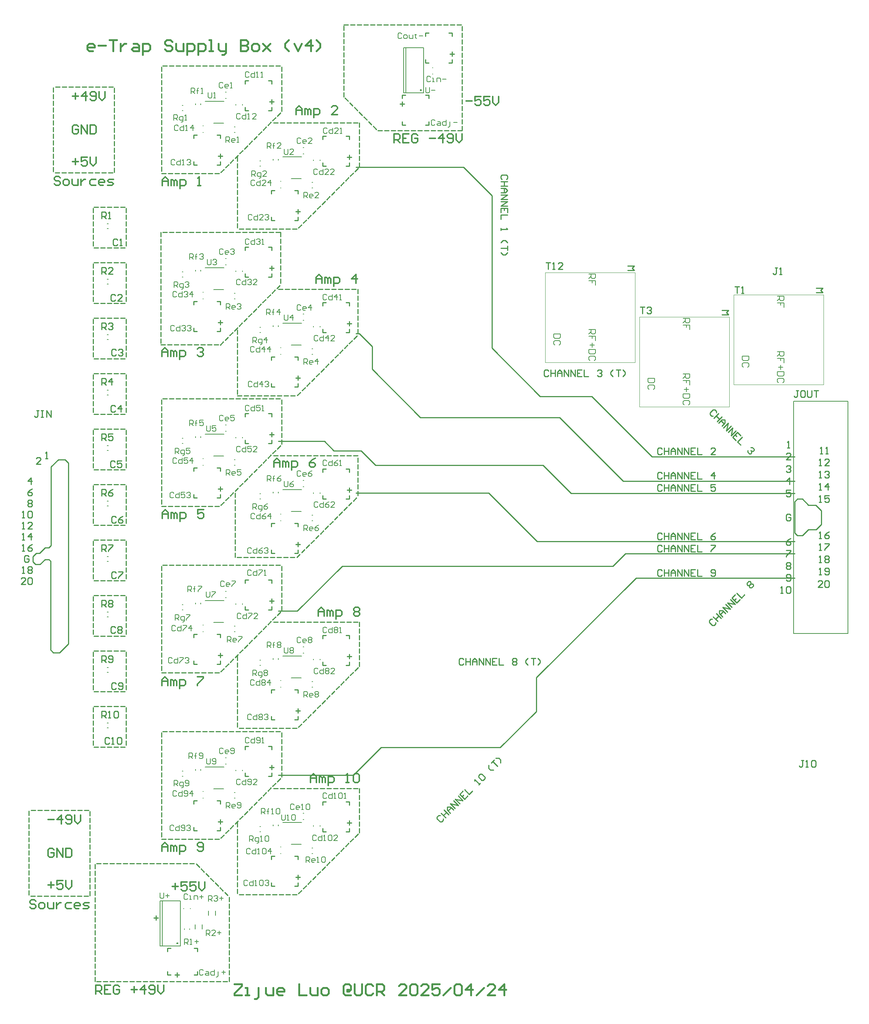
<source format=gbr>
%TF.GenerationSoftware,Altium Limited,Altium Designer,25.0.2 (28)*%
G04 Layer_Color=65535*
%FSLAX45Y45*%
%MOMM*%
%TF.SameCoordinates,B88DCB4E-FD68-4634-876E-9F1E0B8218E1*%
%TF.FilePolarity,Positive*%
%TF.FileFunction,Legend,Top*%
%TF.Part,Single*%
G01*
G75*
%TA.AperFunction,NonConductor*%
%ADD62C,0.25000*%
%ADD63C,0.25400*%
%ADD64C,0.20000*%
%ADD65C,0.08000*%
%ADD66C,0.30480*%
%ADD67C,0.40640*%
%ADD68C,0.20320*%
D62*
X11755700Y25021201D02*
G03*
X11755700Y25021201I-12500J0D01*
G01*
X6180400Y5488600D02*
G03*
X6180400Y5488600I-12500J0D01*
G01*
D63*
X15659100Y18008600D02*
X17042699Y16625002D01*
X20307300D01*
X14363699Y10769600D02*
X14389101Y10795000D01*
Y10807700D01*
X13563600Y9969500D02*
X14363699Y10769600D01*
X10833100Y9969500D02*
X13563600D01*
X8483600Y9334500D02*
X10198100Y9334500D01*
X10833100Y9969500D01*
X14389101Y10807700D02*
Y11569700D01*
X16674400Y13855000D01*
X20307300D01*
X8483600Y13093700D02*
X8915400D01*
X9944100Y14122400D01*
X16141701D01*
X16428300Y14409000D01*
X20307300D01*
X10261600Y15798801D02*
X13297185Y15798801D01*
X14409984Y14686000D01*
X20307300D01*
X8483600Y16979900D02*
X9537700D01*
X9753600Y16764000D01*
X10375900D01*
X10706100Y16433800D01*
X14541499D01*
X15181300Y15794000D01*
X20307300D01*
X10261600Y19443700D02*
X10337800D01*
X10629900Y19151601D01*
Y18630901D02*
Y19151601D01*
Y18630901D02*
X11734800Y17525999D01*
X14922501D01*
X16377499Y16071001D01*
X20307300D01*
X14478000Y18008600D02*
X15659100D01*
X13373100Y19113499D02*
X14478000Y18008600D01*
X13373100Y19113499D02*
Y20434300D01*
Y22606000D01*
X12725400Y23253700D02*
X13373100Y22606000D01*
X10261600Y23253700D02*
X12725400Y23253700D01*
X11315700Y24218900D02*
Y24295100D01*
Y24218900D02*
X11391900D01*
X11315700Y24904700D02*
X11391900D01*
X11315700Y24828500D02*
Y24904700D01*
X11925300Y24828500D02*
Y24904700D01*
X11849100D02*
X11925300D01*
X11849100Y24218900D02*
X11925300D01*
Y24295100D01*
X11849100Y25641299D02*
Y25717499D01*
Y25641299D02*
X11925300D01*
X11849100Y26327100D02*
X11925300D01*
X11849100Y26250900D02*
Y26327100D01*
X12458700Y26250900D02*
Y26327100D01*
X12382500D02*
X12458700D01*
X12382500Y25641299D02*
X12458700D01*
Y25717499D01*
X6553200Y4762500D02*
X6629400D01*
Y4838700D01*
X5943600Y4762500D02*
Y4838700D01*
Y4762500D02*
X6019800D01*
X5943600Y5372100D02*
X6019800D01*
X5943600Y5295900D02*
Y5372100D01*
X6629400Y5295900D02*
Y5372100D01*
X6553200D02*
X6629400D01*
X20307300Y15595599D02*
X20370799Y15659100D01*
X20485100D01*
X20624800Y15519400D01*
X20789900D01*
X20916901Y15392400D01*
Y15074899D02*
Y15392400D01*
X20802600Y14960600D02*
X20916901Y15074899D01*
X20624800Y14960600D02*
X20802600D01*
X20485100Y14820900D02*
X20624800Y14960600D01*
X20370799Y14820900D02*
X20485100D01*
X20307300Y14884399D02*
X20370799Y14820900D01*
X20307300Y14884399D02*
Y15595599D01*
X2857500Y14224001D02*
Y14338300D01*
X2933700Y14414500D01*
X3009900D01*
X3136900Y14541499D01*
X3225800D01*
X3276600Y14592300D01*
Y16395700D01*
X3441700Y16560800D01*
X3594100D01*
X3670300Y16484599D01*
Y12344400D02*
Y16484599D01*
X3467100Y12141200D02*
X3670300Y12344400D01*
X3327400Y12141200D02*
X3467100D01*
X3263900Y12204700D02*
X3327400Y12141200D01*
X3263900Y12204700D02*
Y14236700D01*
X3225800Y14274800D02*
X3263900Y14236700D01*
X3136900Y14274800D02*
X3225800D01*
X3022600Y14160500D02*
X3136900Y14274800D01*
X2921000Y14160500D02*
X3022600D01*
X2857500Y14224001D02*
X2921000Y14160500D01*
X10109200Y8039100D02*
Y8115300D01*
X10033000Y8039100D02*
X10109200D01*
X10033000Y8724900D02*
X10109200D01*
Y8648700D02*
Y8724900D01*
X9499600Y8648700D02*
Y8724900D01*
X9575800D01*
X9499600Y8039100D02*
X9575800D01*
X9499600D02*
Y8115300D01*
X10109200Y11849100D02*
Y11925300D01*
X10033000Y11849100D02*
X10109200D01*
X10033000Y12534900D02*
X10109200D01*
Y12458700D02*
Y12534900D01*
X9499600Y12458700D02*
Y12534900D01*
X9575800D01*
X9499600Y11849100D02*
X9575800D01*
X9499600D02*
Y11925300D01*
X10109200Y23279100D02*
Y23355299D01*
X10033000Y23279100D02*
X10109200D01*
X10033000Y23964900D02*
X10109200D01*
Y23888699D02*
Y23964900D01*
X9499600Y23888699D02*
Y23964900D01*
X9575800D01*
X9499600Y23279100D02*
X9575800D01*
X9499600D02*
Y23355299D01*
X10109200Y19469099D02*
Y19545300D01*
X10033000Y19469099D02*
X10109200D01*
X10033000Y20154900D02*
X10109200D01*
Y20078700D02*
Y20154900D01*
X9499600Y20078700D02*
Y20154900D01*
X9575800D01*
X9499600Y19469099D02*
X9575800D01*
X9499600D02*
Y19545300D01*
X8318500Y7404100D02*
Y7480300D01*
X8394700D01*
X8318500Y6794500D02*
X8394700D01*
X8318500D02*
Y6870700D01*
X8928100Y6794500D02*
Y6870700D01*
X8851900Y6794500D02*
X8928100D01*
X8851900Y7480300D02*
X8928100D01*
Y7404100D02*
Y7480300D01*
X8318500Y11214100D02*
Y11290300D01*
X8394700D01*
X8318500Y10604500D02*
X8394700D01*
X8318500D02*
Y10680700D01*
X8928100Y10604500D02*
Y10680700D01*
X8851900Y10604500D02*
X8928100D01*
X8851900Y11290300D02*
X8928100D01*
Y11214100D02*
Y11290300D01*
X8318500Y22644099D02*
Y22720300D01*
X8394700D01*
X8318500Y22034500D02*
X8394700D01*
X8318500D02*
Y22110699D01*
X8928100Y22034500D02*
Y22110699D01*
X8851900Y22034500D02*
X8928100D01*
X8851900Y22720300D02*
X8928100D01*
Y22644099D02*
Y22720300D01*
X8318500Y18834100D02*
Y18910300D01*
X8394700D01*
X8318500Y18224500D02*
X8394700D01*
X8318500D02*
Y18300700D01*
X8928100Y18224500D02*
Y18300700D01*
X8851900Y18224500D02*
X8928100D01*
X8851900Y18910300D02*
X8928100D01*
Y18834100D02*
Y18910300D01*
X8318500Y15024100D02*
Y15100301D01*
X8394700D01*
X8318500Y14414500D02*
X8394700D01*
X8318500D02*
Y14490700D01*
X8928100Y14414500D02*
Y14490700D01*
X8851900Y14414500D02*
X8928100D01*
X8851900Y15100301D02*
X8928100D01*
Y15024100D02*
Y15100301D01*
X10109200Y15659100D02*
Y15735300D01*
X10033000Y15659100D02*
X10109200D01*
X10033000Y16344901D02*
X10109200D01*
Y16268700D02*
Y16344901D01*
X9499600Y16268700D02*
Y16344901D01*
X9575800D01*
X9499600Y15659100D02*
X9575800D01*
X9499600D02*
Y15735300D01*
X8331200Y9309100D02*
Y9385300D01*
X8255000Y9309100D02*
X8331200D01*
X8255000Y9994900D02*
X8331200D01*
Y9918700D02*
Y9994900D01*
X7721600Y9918700D02*
Y9994900D01*
X7797800D01*
X7721600Y9309100D02*
X7797800D01*
X7721600D02*
Y9385300D01*
X8331200Y13119099D02*
Y13195300D01*
X8255000Y13119099D02*
X8331200D01*
X8255000Y13804900D02*
X8331200D01*
Y13728700D02*
Y13804900D01*
X7721600Y13728700D02*
Y13804900D01*
X7797800D01*
X7721600Y13119099D02*
X7797800D01*
X7721600D02*
Y13195300D01*
X8331200Y24549100D02*
Y24625301D01*
X8255000Y24549100D02*
X8331200D01*
X8255000Y25234900D02*
X8331200D01*
Y25158701D02*
Y25234900D01*
X7721600Y25158701D02*
Y25234900D01*
X7797800D01*
X7721600Y24549100D02*
X7797800D01*
X7721600D02*
Y24625301D01*
X8331200Y20739101D02*
Y20815300D01*
X8255000Y20739101D02*
X8331200D01*
X8255000Y21424899D02*
X8331200D01*
Y21348700D02*
Y21424899D01*
X7721600Y21348700D02*
Y21424899D01*
X7797800D01*
X7721600Y20739101D02*
X7797800D01*
X7721600D02*
Y20815300D01*
X8331200Y16929100D02*
Y17005299D01*
X8255000Y16929100D02*
X8331200D01*
X8255000Y17614900D02*
X8331200D01*
Y17538699D02*
Y17614900D01*
X7721600Y17538699D02*
Y17614900D01*
X7797800D01*
X7721600Y16929100D02*
X7797800D01*
X7721600D02*
Y17005299D01*
X6540500Y8674100D02*
Y8750300D01*
X6616700D01*
X6540500Y8064500D02*
X6616700D01*
X6540500D02*
Y8140700D01*
X7150100Y8064500D02*
Y8140700D01*
X7073900Y8064500D02*
X7150100D01*
X7073900Y8750300D02*
X7150100D01*
Y8674100D02*
Y8750300D01*
X6540500Y12484100D02*
Y12560300D01*
X6616700D01*
X6540500Y11874500D02*
X6616700D01*
X6540500D02*
Y11950700D01*
X7150100Y11874500D02*
Y11950700D01*
X7073900Y11874500D02*
X7150100D01*
X7073900Y12560300D02*
X7150100D01*
Y12484100D02*
Y12560300D01*
X6540500Y23914101D02*
Y23990300D01*
X6616700D01*
X6540500Y23304500D02*
X6616700D01*
X6540500D02*
Y23380701D01*
X7150100Y23304500D02*
Y23380701D01*
X7073900Y23304500D02*
X7150100D01*
X7073900Y23990300D02*
X7150100D01*
Y23914101D02*
Y23990300D01*
X6540500Y20104100D02*
Y20180299D01*
X6616700D01*
X6540500Y19494501D02*
X6616700D01*
X6540500D02*
Y19570700D01*
X7150100Y19494501D02*
Y19570700D01*
X7073900Y19494501D02*
X7150100D01*
X7073900Y20180299D02*
X7150100D01*
Y20104100D02*
Y20180299D01*
X6540500Y16294099D02*
Y16370300D01*
X6616700D01*
X6540500Y15684500D02*
X6616700D01*
X6540500D02*
Y15760699D01*
X7150100Y15684500D02*
Y15760699D01*
X7073900Y15684500D02*
X7150100D01*
X7073900Y16370300D02*
X7150100D01*
Y16294099D02*
Y16370300D01*
X17271967Y16243259D02*
X17246574Y16268651D01*
X17195792D01*
X17170399Y16243259D01*
Y16141692D01*
X17195792Y16116299D01*
X17246574D01*
X17271967Y16141692D01*
X17322751Y16268651D02*
Y16116299D01*
Y16192474D01*
X17424318D01*
Y16268651D01*
Y16116299D01*
X17475101D02*
Y16217867D01*
X17525885Y16268651D01*
X17576669Y16217867D01*
Y16116299D01*
Y16192474D01*
X17475101D01*
X17627452Y16116299D02*
Y16268651D01*
X17729019Y16116299D01*
Y16268651D01*
X17779803Y16116299D02*
Y16268651D01*
X17881371Y16116299D01*
Y16268651D01*
X18033720D02*
X17932153D01*
Y16116299D01*
X18033720D01*
X17932153Y16192474D02*
X17982938D01*
X18084505Y16268651D02*
Y16116299D01*
X18186072D01*
X18465381D02*
Y16268651D01*
X18389206Y16192474D01*
X18490773D01*
X17271967Y16802058D02*
X17246574Y16827451D01*
X17195792D01*
X17170399Y16802058D01*
Y16700491D01*
X17195792Y16675101D01*
X17246574D01*
X17271967Y16700491D01*
X17322751Y16827451D02*
Y16675101D01*
Y16751276D01*
X17424318D01*
Y16827451D01*
Y16675101D01*
X17475101D02*
Y16776666D01*
X17525885Y16827451D01*
X17576669Y16776666D01*
Y16675101D01*
Y16751276D01*
X17475101D01*
X17627452Y16675101D02*
Y16827451D01*
X17729019Y16675101D01*
Y16827451D01*
X17779803Y16675101D02*
Y16827451D01*
X17881371Y16675101D01*
Y16827451D01*
X18033720D02*
X17932153D01*
Y16675101D01*
X18033720D01*
X17932153Y16751276D02*
X17982938D01*
X18084505Y16827451D02*
Y16675101D01*
X18186072D01*
X18490773D02*
X18389206D01*
X18490773Y16776666D01*
Y16802058D01*
X18465381Y16827451D01*
X18414598D01*
X18389206Y16802058D01*
X13703259Y22974333D02*
X13728651Y22999725D01*
Y23050508D01*
X13703259Y23075900D01*
X13601692D01*
X13576300Y23050508D01*
Y22999725D01*
X13601692Y22974333D01*
X13728651Y22923549D02*
X13576300D01*
X13652475D01*
Y22821982D01*
X13728651D01*
X13576300D01*
Y22771199D02*
X13677867D01*
X13728651Y22720415D01*
X13677867Y22669630D01*
X13576300D01*
X13652475D01*
Y22771199D01*
X13576300Y22618848D02*
X13728651D01*
X13576300Y22517281D01*
X13728651D01*
X13576300Y22466496D02*
X13728651D01*
X13576300Y22364931D01*
X13728651D01*
Y22212579D02*
Y22314146D01*
X13576300D01*
Y22212579D01*
X13652475Y22314146D02*
Y22263364D01*
X13728651Y22161797D02*
X13576300D01*
Y22060228D01*
Y21857094D02*
Y21806311D01*
Y21831702D01*
X13728651D01*
X13703259Y21857094D01*
X13576300Y21527000D02*
X13627083Y21577785D01*
X13677867D01*
X13728651Y21527000D01*
Y21450826D02*
Y21349258D01*
Y21400043D01*
X13576300D01*
Y21298476D02*
X13627083Y21247691D01*
X13677867D01*
X13728651Y21298476D01*
X4165600Y6578600D02*
Y6680167D01*
Y6730951D02*
Y6832518D01*
Y6883301D02*
Y6984869D01*
Y7035652D02*
Y7137219D01*
Y7188003D02*
Y7289570D01*
Y7340354D02*
Y7441921D01*
Y7492704D02*
Y7594272D01*
Y7645055D02*
Y7746622D01*
Y7797406D02*
Y7898973D01*
Y7949757D02*
Y8051324D01*
Y8102107D02*
Y8203674D01*
Y8254458D02*
Y8356025D01*
Y8406809D02*
Y8508376D01*
X2819400Y8534400D02*
X2920967D01*
X2971751D02*
X3073318D01*
X3124101D02*
X3225669D01*
X3276452D02*
X3378019D01*
X3428803D02*
X3530370D01*
X3581154D02*
X3682721D01*
X3733504D02*
X3835072D01*
X3885855D02*
X3987422D01*
X4038206D02*
X4139773D01*
X2768600Y6591300D02*
Y6692867D01*
Y6743651D02*
Y6845218D01*
Y6896001D02*
Y6997569D01*
Y7048352D02*
Y7149919D01*
Y7200703D02*
Y7302270D01*
Y7353054D02*
Y7454621D01*
Y7505404D02*
Y7606972D01*
Y7657755D02*
Y7759322D01*
Y7810106D02*
Y7911673D01*
Y7962457D02*
Y8064024D01*
Y8114807D02*
Y8216374D01*
Y8267158D02*
Y8368725D01*
Y8419509D02*
Y8521076D01*
X2806700Y6565900D02*
X2908267D01*
X2959051D02*
X3060618D01*
X3111401D02*
X3212969D01*
X3263752D02*
X3365319D01*
X3416103D02*
X3517670D01*
X3568454D02*
X3670021D01*
X3720804D02*
X3822372D01*
X3873155D02*
X3974722D01*
X4025506D02*
X4127073D01*
X11264900Y24701483D02*
X11366467D01*
X11315683Y24752267D02*
Y24650700D01*
X12407900Y25844482D02*
X12509467D01*
X12458683Y25895267D02*
Y25793701D01*
X12687300Y26479501D02*
Y26377933D01*
Y26327148D02*
Y26225583D01*
Y26174799D02*
Y26073230D01*
Y26022449D02*
Y25920880D01*
Y25870096D02*
Y25768530D01*
Y25717746D02*
Y25616180D01*
Y25565395D02*
Y25463828D01*
Y25413045D02*
Y25311478D01*
Y25260693D02*
Y25159126D01*
Y25108344D02*
Y25006776D01*
Y24955994D02*
Y24854425D01*
Y24803642D02*
Y24702075D01*
Y24651291D02*
Y24549724D01*
Y24498940D02*
Y24397372D01*
Y24346590D02*
Y24245023D01*
Y24194238D02*
Y24092673D01*
X10756900Y24091901D02*
X10858467D01*
X10909251D02*
X11010818D01*
X11061601D02*
X11163169D01*
X11213952D02*
X11315519D01*
X11366303D02*
X11467870D01*
X11518654D02*
X11620221D01*
X11671004D02*
X11772572D01*
X11823355D02*
X11924922D01*
X11975706D02*
X12077273D01*
X12128057D02*
X12229624D01*
X12280407D02*
X12381974D01*
X12432758D02*
X12534325D01*
X12585109D02*
X12686676D01*
X10005421Y24841200D02*
X10077240Y24769382D01*
X10113149Y24733472D02*
X10184968Y24661653D01*
X10220877Y24625745D02*
X10292696Y24553925D01*
X10328605Y24518015D02*
X10400424Y24446196D01*
X10436334Y24410287D02*
X10508153Y24338467D01*
X10544062Y24302559D02*
X10615881Y24230740D01*
X10651790Y24194830D02*
X10723609Y24123012D01*
X9982200Y26517599D02*
X10083767D01*
X10134551D02*
X10236118D01*
X10286901D02*
X10388469D01*
X10439252D02*
X10540819D01*
X10591603D02*
X10693170D01*
X10743954D02*
X10845521D01*
X10896304D02*
X10997872D01*
X11048655D02*
X11150222D01*
X11201006D02*
X11302573D01*
X11353357D02*
X11454924D01*
X11505707D02*
X11607274D01*
X11658058D02*
X11759625D01*
X11810409D02*
X11911976D01*
X11962759D02*
X12064327D01*
X12115110D02*
X12216677D01*
X12267461D02*
X12369028D01*
X12419812D02*
X12521379D01*
X12572162D02*
X12673730D01*
X9982200Y26492200D02*
Y26390634D01*
Y26339850D02*
Y26238281D01*
Y26187497D02*
Y26085931D01*
Y26035147D02*
Y25933578D01*
Y25882797D02*
Y25781229D01*
Y25730447D02*
Y25628879D01*
Y25578094D02*
Y25476527D01*
Y25425745D02*
Y25324178D01*
Y25273393D02*
Y25171828D01*
Y25121043D02*
Y25019476D01*
Y24968694D02*
Y24867125D01*
X4318000Y4610100D02*
X4419567D01*
X4470351D02*
X4571918D01*
X4622701D02*
X4724269D01*
X4775052D02*
X4876619D01*
X4927403D02*
X5028970D01*
X5079754D02*
X5181321D01*
X5232104D02*
X5333672D01*
X5384455D02*
X5486022D01*
X5536806D02*
X5638373D01*
X5689157D02*
X5790724D01*
X5841507D02*
X5943074D01*
X5993858D02*
X6095425D01*
X6146209D02*
X6247776D01*
X6298559D02*
X6400127D01*
X6450910D02*
X6552477D01*
X6603261D02*
X6704828D01*
X6755612D02*
X6857179D01*
X6907962D02*
X7009530D01*
X7060313D02*
X7161880D01*
X7212664D02*
X7314231D01*
X7353300Y6540500D02*
Y6438933D01*
Y6388149D02*
Y6286582D01*
Y6235798D02*
Y6134231D01*
Y6083448D02*
Y5981880D01*
Y5931097D02*
Y5829530D01*
Y5778746D02*
Y5677179D01*
Y5626395D02*
Y5524828D01*
Y5474045D02*
Y5372477D01*
Y5321694D02*
Y5220127D01*
Y5169343D02*
Y5067776D01*
Y5016993D02*
Y4915425D01*
Y4864642D02*
Y4763075D01*
Y4712291D02*
Y4610724D01*
X6601821Y7302500D02*
X6673640Y7230681D01*
X6709549Y7194772D02*
X6781368Y7122953D01*
X6817277Y7087044D02*
X6889096Y7015225D01*
X6925005Y6979315D02*
X6996824Y6907496D01*
X7032734Y6871587D02*
X7104553Y6799768D01*
X7140462Y6763859D02*
X7212281Y6692040D01*
X7248190Y6656131D02*
X7320009Y6584312D01*
X4318000Y7315200D02*
X4419567D01*
X4470351D02*
X4571918D01*
X4622701D02*
X4724269D01*
X4775052D02*
X4876619D01*
X4927403D02*
X5028970D01*
X5079754D02*
X5181321D01*
X5232104D02*
X5333672D01*
X5384455D02*
X5486022D01*
X5536806D02*
X5638373D01*
X5689157D02*
X5790724D01*
X5841507D02*
X5943074D01*
X5993858D02*
X6095425D01*
X6146209D02*
X6247776D01*
X6298559D02*
X6400127D01*
X6450910D02*
X6552477D01*
X5803900Y7924800D02*
Y8026367D01*
Y8077150D02*
Y8178718D01*
Y8229501D02*
Y8331068D01*
Y8381852D02*
Y8483419D01*
Y8534203D02*
Y8635770D01*
Y8686553D02*
Y8788121D01*
Y8838904D02*
Y8940471D01*
Y8991255D02*
Y9092822D01*
Y9143606D02*
Y9245173D01*
Y9295956D02*
Y9397523D01*
Y9448307D02*
Y9549874D01*
Y9600658D02*
Y9702225D01*
Y9753008D02*
Y9854576D01*
Y9905359D02*
Y10006926D01*
Y10057710D02*
Y10159277D01*
Y10210061D02*
Y10311628D01*
X4279900Y4610100D02*
Y4711667D01*
Y4762451D02*
Y4864018D01*
Y4914801D02*
Y5016369D01*
Y5067152D02*
Y5168719D01*
Y5219503D02*
Y5321070D01*
Y5371854D02*
Y5473421D01*
Y5524204D02*
Y5625772D01*
Y5676555D02*
Y5778122D01*
Y5828906D02*
Y5930473D01*
Y5981257D02*
Y6082824D01*
Y6133607D02*
Y6235174D01*
Y6285958D02*
Y6387525D01*
Y6438309D02*
Y6539876D01*
Y6590659D02*
Y6692227D01*
Y6743010D02*
Y6844577D01*
Y6895361D02*
Y6996928D01*
Y7047712D02*
Y7149279D01*
Y7200062D02*
Y7301630D01*
X6108700Y4762483D02*
X6210267D01*
X6159483Y4813267D02*
Y4711700D01*
X5626100Y6070583D02*
X5727667D01*
X5676883Y6121367D02*
Y6019800D01*
X20802600Y20485100D02*
X20954951D01*
X20904167Y20434317D01*
X20954951Y20383533D01*
X20802600D01*
X18643600Y19977100D02*
X18795950D01*
X18745168Y19926317D01*
X18795950Y19875533D01*
X18643600D01*
X16484599Y20993100D02*
X16636951D01*
X16586166Y20942317D01*
X16636951Y20891533D01*
X16484599D01*
X12186746Y8414413D02*
X12150836D01*
X12114926Y8378504D01*
Y8342594D01*
X12186745Y8270776D01*
X12222655D01*
X12258564Y8306685D01*
Y8342595D01*
X12204700Y8468277D02*
X12312428Y8360549D01*
X12258564Y8414413D01*
X12330383Y8486232D01*
X12276519Y8540096D01*
X12384247Y8432368D01*
X12420157Y8468277D02*
X12348338Y8540096D01*
Y8611915D01*
X12420157Y8611915D01*
X12491975Y8540096D01*
X12438111Y8593960D01*
X12366292Y8522141D01*
X12527885Y8576006D02*
X12420157Y8683734D01*
X12599704Y8647824D01*
X12491975Y8755553D01*
X12635613Y8683734D02*
X12527885Y8791462D01*
X12707432Y8755553D01*
X12599704Y8863281D01*
X12707432Y8971009D02*
X12635613Y8899190D01*
X12743341Y8791462D01*
X12815160Y8863281D01*
X12689477Y8845326D02*
X12725386Y8881235D01*
X12743341Y9006918D02*
X12851070Y8899190D01*
X12922888Y8971009D01*
X13066525Y9114647D02*
X13102435Y9150556D01*
X13084480Y9132601D01*
X12976752Y9240330D01*
Y9204420D01*
X13066525Y9294194D02*
Y9330103D01*
X13102435Y9366013D01*
X13138345D01*
X13210162Y9294194D01*
Y9258284D01*
X13174254Y9222375D01*
X13138345D01*
X13066525Y9294194D01*
X13407664Y9455786D02*
X13335846D01*
X13299937Y9491696D01*
Y9563514D01*
X13353801Y9617378D02*
X13425620Y9689197D01*
X13389709Y9653288D01*
X13497440Y9545560D01*
X13569257Y9617378D02*
Y9689197D01*
X13533348Y9725107D01*
X13461530D01*
X10058400Y8242283D02*
X10159967D01*
X10109183Y8293067D02*
Y8191500D01*
X8877300Y6997683D02*
X8978867D01*
X8928083Y7048467D02*
Y6946900D01*
X8280400Y9512283D02*
X8381967D01*
X8331183Y9563067D02*
Y9461500D01*
X7099300Y8267683D02*
X7200867D01*
X7150083Y8318467D02*
Y8216900D01*
X10058400Y12052283D02*
X10159967D01*
X10109183Y12103067D02*
Y12001500D01*
X8877300Y10807683D02*
X8978867D01*
X8928083Y10858467D02*
Y10756900D01*
X8280400Y13322282D02*
X8381967D01*
X8331183Y13373067D02*
Y13271500D01*
X7099300Y12077683D02*
X7200867D01*
X7150083Y12128467D02*
Y12026900D01*
X10058400Y15862283D02*
X10159967D01*
X10109183Y15913068D02*
Y15811501D01*
X8877300Y14617683D02*
X8978867D01*
X8928083Y14668468D02*
Y14566901D01*
X8280400Y17132283D02*
X8381967D01*
X8331183Y17183067D02*
Y17081500D01*
X7099300Y15887683D02*
X7200867D01*
X7150083Y15938467D02*
Y15836900D01*
X10058400Y19672282D02*
X10159967D01*
X10109183Y19723067D02*
Y19621500D01*
X8877300Y18427682D02*
X8978867D01*
X8928083Y18478467D02*
Y18376900D01*
X7099300Y19697684D02*
X7200867D01*
X7150083Y19748466D02*
Y19646899D01*
X8280400Y20942284D02*
X8381967D01*
X8331183Y20993066D02*
Y20891499D01*
X10058400Y23482283D02*
X10159967D01*
X10109183Y23533067D02*
Y23431500D01*
X8877300Y22237683D02*
X8978867D01*
X8928083Y22288467D02*
Y22186900D01*
X8280400Y24752283D02*
X8381967D01*
X8331183Y24803067D02*
Y24701500D01*
X7099300Y23507683D02*
X7200867D01*
X7150083Y23558467D02*
Y23456900D01*
X18510913Y17632854D02*
Y17668764D01*
X18475005Y17704674D01*
X18439095D01*
X18367276Y17632855D01*
Y17596945D01*
X18403185Y17561037D01*
X18439095D01*
X18564778Y17614900D02*
X18457050Y17507172D01*
X18510913Y17561037D01*
X18582732Y17489217D01*
X18636597Y17543082D01*
X18528868Y17435353D01*
X18564778Y17399443D02*
X18636597Y17471262D01*
X18708415D01*
X18708415Y17399443D01*
X18636597Y17327625D01*
X18690462Y17381490D01*
X18618642Y17453308D01*
X18672507Y17291714D02*
X18780234Y17399443D01*
X18744325Y17219896D01*
X18852052Y17327625D01*
X18780234Y17183987D02*
X18887962Y17291714D01*
X18852052Y17112167D01*
X18959781Y17219896D01*
X19067509Y17112167D02*
X18995689Y17183987D01*
X18887962Y17076259D01*
X18959781Y17004440D01*
X18941826Y17130122D02*
X18977736Y17094214D01*
X19103419Y17076259D02*
X18995689Y16968530D01*
X19067509Y16896712D01*
X19300922Y16842848D02*
X19336830D01*
X19372739Y16806938D01*
Y16771030D01*
X19354785Y16753075D01*
X19318875D01*
X19300922Y16771030D01*
X19318875Y16753075D01*
Y16717165D01*
X19300922Y16699210D01*
X19265012D01*
X19229102Y16735120D01*
Y16771030D01*
X18422446Y12910213D02*
X18386536D01*
X18350626Y12874304D01*
Y12838396D01*
X18422446Y12766576D01*
X18458356D01*
X18494264Y12802486D01*
Y12838396D01*
X18440401Y12964078D02*
X18548128Y12856349D01*
X18494264Y12910213D01*
X18566083Y12982031D01*
X18512219Y13035896D01*
X18619946Y12928168D01*
X18655856Y12964078D02*
X18584038Y13035896D01*
Y13107715D01*
X18655856Y13107715D01*
X18727675Y13035896D01*
X18673811Y13089761D01*
X18601991Y13017941D01*
X18763585Y13071806D02*
X18655856Y13179533D01*
X18835403Y13143625D01*
X18727675Y13251353D01*
X18871313Y13179533D02*
X18763585Y13287262D01*
X18943132Y13251353D01*
X18835403Y13359081D01*
X18943132Y13466809D02*
X18871313Y13394991D01*
X18979041Y13287262D01*
X19050861Y13359081D01*
X18925177Y13341125D02*
X18961086Y13377036D01*
X18979041Y13502719D02*
X19086769Y13394991D01*
X19158588Y13466809D01*
X19212453Y13700221D02*
Y13736130D01*
X19248363Y13772038D01*
X19284271D01*
X19302226Y13754085D01*
Y13718175D01*
X19338135D01*
X19356090Y13700221D01*
Y13664311D01*
X19320181Y13628403D01*
X19284271D01*
X19266318Y13646358D01*
Y13682266D01*
X19230408D01*
X19212453Y13700221D01*
X19266318Y13682266D02*
X19302226Y13718175D01*
X20891499Y16692880D02*
X20942284D01*
X20916891D01*
Y16845232D01*
X20891499Y16819839D01*
X21018459Y16692880D02*
X21069241D01*
X21043851D01*
Y16845232D01*
X21018459Y16819839D01*
X20866100Y16421100D02*
X20916882D01*
X20891492D01*
Y16573451D01*
X20866100Y16548059D01*
X21094626Y16421100D02*
X20993059D01*
X21094626Y16522667D01*
Y16548059D01*
X21069234Y16573451D01*
X21018451D01*
X20993059Y16548059D01*
X20866100Y16144099D02*
X20916882D01*
X20891492D01*
Y16296451D01*
X20866100Y16271059D01*
X20993059D02*
X21018451Y16296451D01*
X21069234D01*
X21094626Y16271059D01*
Y16245667D01*
X21069234Y16220274D01*
X21043842D01*
X21069234D01*
X21094626Y16194884D01*
Y16169492D01*
X21069234Y16144099D01*
X21018451D01*
X20993059Y16169492D01*
X20866100Y15867101D02*
X20916882D01*
X20891492D01*
Y16019450D01*
X20866100Y15994060D01*
X21069234Y15867101D02*
Y16019450D01*
X20993059Y15943275D01*
X21094626D01*
X20866100Y15590100D02*
X20916882D01*
X20891492D01*
Y15742451D01*
X20866100Y15717059D01*
X21094626Y15742451D02*
X20993059D01*
Y15666277D01*
X21043842Y15691667D01*
X21069234D01*
X21094626Y15666277D01*
Y15615492D01*
X21069234Y15590100D01*
X21018451D01*
X20993059Y15615492D01*
X20866100Y14759100D02*
X20916882D01*
X20891492D01*
Y14911452D01*
X20866100Y14886060D01*
X21094626Y14911452D02*
X21043842Y14886060D01*
X20993059Y14835275D01*
Y14784492D01*
X21018451Y14759100D01*
X21069234D01*
X21094626Y14784492D01*
Y14809885D01*
X21069234Y14835275D01*
X20993059D01*
X20866100Y14482100D02*
X20916882D01*
X20891492D01*
Y14634451D01*
X20866100Y14609059D01*
X20993059Y14634451D02*
X21094626D01*
Y14609059D01*
X20993059Y14507492D01*
Y14482100D01*
X20866100Y14205099D02*
X20916882D01*
X20891492D01*
Y14357451D01*
X20866100Y14332059D01*
X20993059D02*
X21018451Y14357451D01*
X21069234D01*
X21094626Y14332059D01*
Y14306667D01*
X21069234Y14281274D01*
X21094626Y14255882D01*
Y14230492D01*
X21069234Y14205099D01*
X21018451D01*
X20993059Y14230492D01*
Y14255882D01*
X21018451Y14281274D01*
X20993059Y14306667D01*
Y14332059D01*
X21018451Y14281274D02*
X21069234D01*
X20866100Y13928101D02*
X20916882D01*
X20891492D01*
Y14080450D01*
X20866100Y14055058D01*
X20993059Y13953493D02*
X21018451Y13928101D01*
X21069234D01*
X21094626Y13953493D01*
Y14055058D01*
X21069234Y14080450D01*
X21018451D01*
X20993059Y14055058D01*
Y14029668D01*
X21018451Y14004276D01*
X21094626D01*
X20942267Y13639799D02*
X20840700D01*
X20942267Y13741367D01*
Y13766759D01*
X20916875Y13792151D01*
X20866092D01*
X20840700Y13766759D01*
X20993051D02*
X21018443Y13792151D01*
X21069226D01*
X21094618Y13766759D01*
Y13665192D01*
X21069226Y13639799D01*
X21018443D01*
X20993051Y13665192D01*
Y13766759D01*
X20218367Y15287659D02*
X20192975Y15313051D01*
X20142192D01*
X20116800Y15287659D01*
Y15186092D01*
X20142192Y15160699D01*
X20192975D01*
X20218367Y15186092D01*
Y15236876D01*
X20167583D01*
X19989799Y13500101D02*
X20040582D01*
X20015192D01*
Y13652451D01*
X19989799Y13627058D01*
X20116759D02*
X20142151Y13652451D01*
X20192934D01*
X20218326Y13627058D01*
Y13525491D01*
X20192934Y13500101D01*
X20142151D01*
X20116759Y13525491D01*
Y13627058D01*
X20142200Y16827499D02*
X20192982D01*
X20167592D01*
Y16979851D01*
X20142200Y16954459D01*
X20218367Y16560800D02*
X20116800D01*
X20218367Y16662367D01*
Y16687759D01*
X20192975Y16713152D01*
X20142192D01*
X20116800Y16687759D01*
Y16395659D02*
X20142192Y16421051D01*
X20192975D01*
X20218367Y16395659D01*
Y16370267D01*
X20192975Y16344875D01*
X20167583D01*
X20192975D01*
X20218367Y16319482D01*
Y16294092D01*
X20192975Y16268700D01*
X20142192D01*
X20116800Y16294092D01*
X20192975Y15991701D02*
Y16144051D01*
X20116800Y16067876D01*
X20218367D01*
Y15867052D02*
X20116800D01*
Y15790875D01*
X20167583Y15816267D01*
X20192975D01*
X20218367Y15790875D01*
Y15740092D01*
X20192975Y15714700D01*
X20142192D01*
X20116800Y15740092D01*
X20218367Y14759052D02*
X20167583Y14733659D01*
X20116800Y14682875D01*
Y14632092D01*
X20142192Y14606700D01*
X20192975D01*
X20218367Y14632092D01*
Y14657484D01*
X20192975Y14682875D01*
X20116800D01*
Y14482051D02*
X20218367D01*
Y14456659D01*
X20116800Y14355092D01*
Y14329700D01*
Y14179659D02*
X20142192Y14205051D01*
X20192975D01*
X20218367Y14179659D01*
Y14154266D01*
X20192975Y14128876D01*
X20218367Y14103484D01*
Y14078091D01*
X20192975Y14052699D01*
X20142192D01*
X20116800Y14078091D01*
Y14103484D01*
X20142192Y14128876D01*
X20116800Y14154266D01*
Y14179659D01*
X20142192Y14128876D02*
X20192975D01*
X20116800Y13804892D02*
X20142192Y13779500D01*
X20192975D01*
X20218367Y13804892D01*
Y13906459D01*
X20192975Y13931851D01*
X20142192D01*
X20116800Y13906459D01*
Y13881067D01*
X20142192Y13855675D01*
X20218367D01*
X3149600Y16586200D02*
X3200383D01*
X3174992D01*
Y16738551D01*
X3149600Y16713159D01*
X3035267Y16459200D02*
X2933700D01*
X3035267Y16560767D01*
Y16586159D01*
X3009875Y16611551D01*
X2959092D01*
X2933700Y16586159D01*
X2819375Y15989301D02*
Y16141650D01*
X2743200Y16065475D01*
X2844767D01*
Y15887651D02*
X2793983Y15862259D01*
X2743200Y15811475D01*
Y15760692D01*
X2768592Y15735300D01*
X2819375D01*
X2844767Y15760692D01*
Y15786082D01*
X2819375Y15811475D01*
X2743200D01*
Y15608260D02*
X2768592Y15633652D01*
X2819375D01*
X2844767Y15608260D01*
Y15582867D01*
X2819375Y15557475D01*
X2844767Y15532083D01*
Y15506693D01*
X2819375Y15481300D01*
X2768592D01*
X2743200Y15506693D01*
Y15532083D01*
X2768592Y15557475D01*
X2743200Y15582867D01*
Y15608260D01*
X2768592Y15557475D02*
X2819375D01*
X2616200Y15227299D02*
X2666983D01*
X2641592D01*
Y15379651D01*
X2616200Y15354259D01*
X2743159D02*
X2768551Y15379651D01*
X2819334D01*
X2844726Y15354259D01*
Y15252692D01*
X2819334Y15227299D01*
X2768551D01*
X2743159Y15252692D01*
Y15354259D01*
X2616200Y14973300D02*
X2666983D01*
X2641592D01*
Y15125652D01*
X2616200Y15100259D01*
X2844726Y14973300D02*
X2743159D01*
X2844726Y15074867D01*
Y15100259D01*
X2819334Y15125652D01*
X2768551D01*
X2743159Y15100259D01*
X2616200Y14719299D02*
X2666983D01*
X2641592D01*
Y14871651D01*
X2616200Y14846259D01*
X2819334Y14719299D02*
Y14871651D01*
X2743159Y14795474D01*
X2844726D01*
X2616200Y14465300D02*
X2666983D01*
X2641592D01*
Y14617651D01*
X2616200Y14592259D01*
X2844726Y14617651D02*
X2793942Y14592259D01*
X2743159Y14541475D01*
Y14490692D01*
X2768551Y14465300D01*
X2819334D01*
X2844726Y14490692D01*
Y14516083D01*
X2819334Y14541475D01*
X2743159D01*
X2616200Y13957300D02*
X2666983D01*
X2641592D01*
Y14109651D01*
X2616200Y14084259D01*
X2743159D02*
X2768551Y14109651D01*
X2819334D01*
X2844726Y14084259D01*
Y14058867D01*
X2819334Y14033475D01*
X2844726Y14008083D01*
Y13982692D01*
X2819334Y13957300D01*
X2768551D01*
X2743159Y13982692D01*
Y14008083D01*
X2768551Y14033475D01*
X2743159Y14058867D01*
Y14084259D01*
X2768551Y14033475D02*
X2819334D01*
X2692367Y13703300D02*
X2590800D01*
X2692367Y13804868D01*
Y13830260D01*
X2666975Y13855650D01*
X2616192D01*
X2590800Y13830260D01*
X2743151D02*
X2768543Y13855650D01*
X2819326D01*
X2844718Y13830260D01*
Y13728693D01*
X2819326Y13703300D01*
X2768543D01*
X2743151Y13728693D01*
Y13830260D01*
X2768567Y14338258D02*
X2743175Y14363651D01*
X2692392D01*
X2667000Y14338258D01*
Y14236691D01*
X2692392Y14211301D01*
X2743175D01*
X2768567Y14236691D01*
Y14287476D01*
X2717783D01*
X3365500Y23126700D02*
X3467067D01*
X3517851D02*
X3619418D01*
X3670201D02*
X3771769D01*
X3822552D02*
X3924119D01*
X3974903D02*
X4076470D01*
X4127254D02*
X4228821D01*
X4279604D02*
X4381172D01*
X4431955D02*
X4533522D01*
X4584306D02*
X4685873D01*
X3327400Y23152100D02*
Y23253667D01*
Y23304449D02*
Y23406018D01*
Y23456801D02*
Y23558368D01*
Y23609152D02*
Y23710719D01*
Y23761504D02*
Y23863071D01*
Y23913853D02*
Y24015421D01*
Y24066203D02*
Y24167770D01*
Y24218555D02*
Y24320122D01*
Y24370906D02*
Y24472473D01*
Y24523256D02*
Y24624823D01*
Y24675607D02*
Y24777174D01*
Y24827959D02*
Y24929526D01*
Y24980309D02*
Y25081876D01*
X3378200Y25095200D02*
X3479767D01*
X3530551D02*
X3632118D01*
X3682901D02*
X3784469D01*
X3835252D02*
X3936819D01*
X3987603D02*
X4089170D01*
X4139954D02*
X4241521D01*
X4292304D02*
X4393872D01*
X4444655D02*
X4546222D01*
X4597006D02*
X4698573D01*
X4724400Y23139400D02*
Y23240967D01*
Y23291750D02*
Y23393318D01*
Y23444101D02*
Y23545668D01*
Y23596452D02*
Y23698019D01*
Y23748804D02*
Y23850369D01*
Y23901154D02*
Y24002721D01*
Y24053503D02*
Y24155070D01*
Y24205855D02*
Y24307422D01*
Y24358206D02*
Y24459773D01*
Y24510556D02*
Y24612123D01*
Y24662907D02*
Y24764474D01*
Y24815257D02*
Y24916824D01*
Y24967609D02*
Y25069176D01*
X4241800Y10020300D02*
Y10121867D01*
Y10172651D02*
Y10274218D01*
Y10325001D02*
Y10426569D01*
Y10477352D02*
Y10578919D01*
Y10629703D02*
Y10731270D01*
Y10782054D02*
Y10883621D01*
X4254500Y9982200D02*
X4356067D01*
X4406851D02*
X4508418D01*
X4559201D02*
X4660769D01*
X4711552D02*
X4813119D01*
X4863903D02*
X4965470D01*
X4991100Y10020300D02*
Y10121867D01*
Y10172651D02*
Y10274218D01*
Y10325001D02*
Y10426569D01*
Y10477352D02*
Y10578919D01*
Y10629703D02*
Y10731270D01*
Y10782054D02*
Y10883621D01*
X4254500Y10909300D02*
X4356067D01*
X4406851D02*
X4508418D01*
X4559201D02*
X4660769D01*
X4711552D02*
X4813119D01*
X4863903D02*
X4965470D01*
X4241800Y11290300D02*
Y11391867D01*
Y11442650D02*
Y11544218D01*
Y11595001D02*
Y11696568D01*
Y11747352D02*
Y11848919D01*
Y11899703D02*
Y12001270D01*
Y12052053D02*
Y12153621D01*
X4254500Y11252200D02*
X4356067D01*
X4406851D02*
X4508418D01*
X4559201D02*
X4660769D01*
X4711552D02*
X4813119D01*
X4863903D02*
X4965470D01*
X4991100Y11290300D02*
Y11391867D01*
Y11442650D02*
Y11544218D01*
Y11595001D02*
Y11696568D01*
Y11747352D02*
Y11848919D01*
Y11899703D02*
Y12001270D01*
Y12052053D02*
Y12153621D01*
X4254500Y12179300D02*
X4356067D01*
X4406851D02*
X4508418D01*
X4559201D02*
X4660769D01*
X4711552D02*
X4813119D01*
X4863903D02*
X4965470D01*
X4241800Y12560300D02*
Y12661867D01*
Y12712651D02*
Y12814218D01*
Y12865001D02*
Y12966570D01*
Y13017352D02*
Y13118919D01*
Y13169704D02*
Y13271271D01*
Y13322054D02*
Y13423621D01*
X4254500Y12522200D02*
X4356067D01*
X4406851D02*
X4508418D01*
X4559201D02*
X4660769D01*
X4711552D02*
X4813119D01*
X4863903D02*
X4965470D01*
X4991100Y12560300D02*
Y12661867D01*
Y12712651D02*
Y12814218D01*
Y12865001D02*
Y12966570D01*
Y13017352D02*
Y13118919D01*
Y13169704D02*
Y13271271D01*
Y13322054D02*
Y13423621D01*
X4254500Y13449300D02*
X4356067D01*
X4406851D02*
X4508418D01*
X4559201D02*
X4660769D01*
X4711552D02*
X4813119D01*
X4863903D02*
X4965470D01*
X4241800Y13830299D02*
Y13931866D01*
Y13982651D02*
Y14084218D01*
Y14135001D02*
Y14236568D01*
Y14287352D02*
Y14388919D01*
Y14439703D02*
Y14541270D01*
Y14592053D02*
Y14693620D01*
X4254500Y13792200D02*
X4356067D01*
X4406851D02*
X4508418D01*
X4559201D02*
X4660769D01*
X4711552D02*
X4813119D01*
X4863903D02*
X4965470D01*
X4991100Y13830299D02*
Y13931866D01*
Y13982651D02*
Y14084218D01*
Y14135001D02*
Y14236568D01*
Y14287352D02*
Y14388919D01*
Y14439703D02*
Y14541270D01*
Y14592053D02*
Y14693620D01*
X4254500Y14719299D02*
X4356067D01*
X4406851D02*
X4508418D01*
X4559201D02*
X4660769D01*
X4711552D02*
X4813119D01*
X4863903D02*
X4965470D01*
X4241800Y15100301D02*
Y15201868D01*
Y15252650D02*
Y15354218D01*
Y15405000D02*
Y15506569D01*
Y15557352D02*
Y15658919D01*
Y15709703D02*
Y15811270D01*
Y15862054D02*
Y15963622D01*
X4254500Y15062199D02*
X4356067D01*
X4406851D02*
X4508418D01*
X4559201D02*
X4660769D01*
X4711552D02*
X4813119D01*
X4863903D02*
X4965470D01*
X4991100Y15100301D02*
Y15201868D01*
Y15252650D02*
Y15354218D01*
Y15405000D02*
Y15506569D01*
Y15557352D02*
Y15658919D01*
Y15709703D02*
Y15811270D01*
Y15862054D02*
Y15963622D01*
X4254500Y15989301D02*
X4356067D01*
X4406851D02*
X4508418D01*
X4559201D02*
X4660769D01*
X4711552D02*
X4813119D01*
X4863903D02*
X4965470D01*
X4241800Y16370300D02*
Y16471867D01*
Y16522650D02*
Y16624219D01*
Y16675002D02*
Y16776569D01*
Y16827351D02*
Y16928918D01*
Y16979703D02*
Y17081270D01*
Y17132053D02*
Y17233621D01*
X4254500Y16332201D02*
X4356067D01*
X4406851D02*
X4508418D01*
X4559201D02*
X4660769D01*
X4711552D02*
X4813119D01*
X4863903D02*
X4965470D01*
X4991100Y16370300D02*
Y16471867D01*
Y16522650D02*
Y16624219D01*
Y16675002D02*
Y16776569D01*
Y16827351D02*
Y16928918D01*
Y16979703D02*
Y17081270D01*
Y17132053D02*
Y17233621D01*
X4254500Y17259300D02*
X4356067D01*
X4406851D02*
X4508418D01*
X4559201D02*
X4660769D01*
X4711552D02*
X4813119D01*
X4863903D02*
X4965470D01*
X4241800Y17640300D02*
Y17741867D01*
Y17792651D02*
Y17894218D01*
Y17945001D02*
Y18046568D01*
Y18097353D02*
Y18198920D01*
Y18249702D02*
Y18351270D01*
Y18402054D02*
Y18503621D01*
X4254500Y17602200D02*
X4356067D01*
X4406851D02*
X4508418D01*
X4559201D02*
X4660769D01*
X4711552D02*
X4813119D01*
X4863903D02*
X4965470D01*
X4991100Y17640300D02*
Y17741867D01*
Y17792651D02*
Y17894218D01*
Y17945001D02*
Y18046568D01*
Y18097353D02*
Y18198920D01*
Y18249702D02*
Y18351270D01*
Y18402054D02*
Y18503621D01*
X4254500Y18529300D02*
X4356067D01*
X4406851D02*
X4508418D01*
X4559201D02*
X4660769D01*
X4711552D02*
X4813119D01*
X4863903D02*
X4965470D01*
X4241800Y18910300D02*
Y19011867D01*
Y19062650D02*
Y19164218D01*
Y19215001D02*
Y19316568D01*
Y19367352D02*
Y19468919D01*
Y19519704D02*
Y19621271D01*
Y19672054D02*
Y19773621D01*
X4254500Y18872200D02*
X4356067D01*
X4406851D02*
X4508418D01*
X4559201D02*
X4660769D01*
X4711552D02*
X4813119D01*
X4863903D02*
X4965470D01*
X4991100Y18910300D02*
Y19011867D01*
Y19062650D02*
Y19164218D01*
Y19215001D02*
Y19316568D01*
Y19367352D02*
Y19468919D01*
Y19519704D02*
Y19621271D01*
Y19672054D02*
Y19773621D01*
X4254500Y19799300D02*
X4356067D01*
X4406851D02*
X4508418D01*
X4559201D02*
X4660769D01*
X4711552D02*
X4813119D01*
X4863903D02*
X4965470D01*
X4241800Y20180299D02*
Y20281866D01*
Y20332651D02*
Y20434218D01*
Y20485001D02*
Y20586569D01*
Y20637352D02*
Y20738919D01*
Y20789703D02*
Y20891270D01*
Y20942055D02*
Y21043620D01*
X4254500Y20142200D02*
X4356067D01*
X4406851D02*
X4508418D01*
X4559201D02*
X4660769D01*
X4711552D02*
X4813119D01*
X4863903D02*
X4965470D01*
X4991100Y20180299D02*
Y20281866D01*
Y20332651D02*
Y20434218D01*
Y20485001D02*
Y20586569D01*
Y20637352D02*
Y20738919D01*
Y20789703D02*
Y20891270D01*
Y20942055D02*
Y21043620D01*
X4254500Y21069299D02*
X4356067D01*
X4406851D02*
X4508418D01*
X4559201D02*
X4660769D01*
X4711552D02*
X4813119D01*
X4863903D02*
X4965470D01*
X4254500Y22339301D02*
X4356067D01*
X4406851D02*
X4508418D01*
X4559201D02*
X4660769D01*
X4711552D02*
X4813119D01*
X4863903D02*
X4965470D01*
X4991100Y21450301D02*
Y21551868D01*
Y21602650D02*
Y21704218D01*
Y21755000D02*
Y21856567D01*
Y21907352D02*
Y22008919D01*
Y22059703D02*
Y22161270D01*
Y22212053D02*
Y22313622D01*
X4254500Y21412199D02*
X4356067D01*
X4406851D02*
X4508418D01*
X4559201D02*
X4660769D01*
X4711552D02*
X4813119D01*
X4863903D02*
X4965470D01*
X4241800Y21450301D02*
Y21551868D01*
Y21602650D02*
Y21704218D01*
Y21755000D02*
Y21856567D01*
Y21907352D02*
Y22008919D01*
Y22059703D02*
Y22161270D01*
Y22212053D02*
Y22313622D01*
X5829300Y10337800D02*
X5930867D01*
X5981651D02*
X6083218D01*
X6134001D02*
X6235569D01*
X6286352D02*
X6387919D01*
X6438703D02*
X6540270D01*
X6591054D02*
X6692621D01*
X6743404D02*
X6844972D01*
X6895755D02*
X6997322D01*
X7048106D02*
X7149673D01*
X7200457D02*
X7302024D01*
X7352807D02*
X7454374D01*
X7505158D02*
X7606725D01*
X7657509D02*
X7759076D01*
X7809859D02*
X7911427D01*
X7962210D02*
X8063777D01*
X8114561D02*
X8216128D01*
X8266912D02*
X8368479D01*
X8419262D02*
X8520830D01*
X5803900Y7874000D02*
X5905467D01*
X5956251D02*
X6057818D01*
X6108601D02*
X6210169D01*
X6260952D02*
X6362519D01*
X6413303D02*
X6514870D01*
X6565654D02*
X6667221D01*
X6718004D02*
X6819572D01*
X6870355D02*
X6971922D01*
X7022706D02*
X7124273D01*
X7162800Y7897221D02*
X7234619Y7969040D01*
X7270528Y8004949D02*
X7342347Y8076768D01*
X7378256Y8112677D02*
X7450075Y8184496D01*
X7485985Y8220406D02*
X7557804Y8292225D01*
X7593713Y8328134D02*
X7665532Y8399953D01*
X7701441Y8435862D02*
X7773260Y8507681D01*
X7809169Y8543590D02*
X7880988Y8615409D01*
X7916898Y8651319D02*
X7988716Y8723137D01*
X8024626Y8759047D02*
X8096445Y8830866D01*
X8132354Y8866775D02*
X8204173Y8938594D01*
X8240082Y8974503D02*
X8311901Y9046322D01*
X8347810Y9082232D02*
X8419629Y9154051D01*
X8455539Y9189960D02*
X8527358Y9261779D01*
X8559800Y9296400D02*
Y9397967D01*
Y9448751D02*
Y9550318D01*
Y9601101D02*
Y9702669D01*
Y9753452D02*
Y9855019D01*
Y9905803D02*
Y10007370D01*
Y10058154D02*
Y10159721D01*
Y10210504D02*
Y10312072D01*
X8369300Y9029700D02*
X8470867D01*
X8521651D02*
X8623218D01*
X8674001D02*
X8775569D01*
X8826352D02*
X8927919D01*
X8978703D02*
X9080270D01*
X9131054D02*
X9232621D01*
X9283404D02*
X9384972D01*
X9435755D02*
X9537322D01*
X9588106D02*
X9689673D01*
X9740457D02*
X9842024D01*
X9892807D02*
X9994374D01*
X10045158D02*
X10146725D01*
X10197509D02*
X10299076D01*
X7581900Y6604000D02*
X7683467D01*
X7734251D02*
X7835818D01*
X7886601D02*
X7988169D01*
X8038952D02*
X8140519D01*
X8191303D02*
X8292870D01*
X8343654D02*
X8445221D01*
X8496004D02*
X8597572D01*
X8648355D02*
X8749922D01*
X8800706D02*
X8902273D01*
X10337800Y8013700D02*
Y8115267D01*
Y8166050D02*
Y8267618D01*
Y8318401D02*
Y8419968D01*
Y8470752D02*
Y8572319D01*
Y8623103D02*
Y8724670D01*
Y8775453D02*
Y8877021D01*
Y8927804D02*
Y9029371D01*
X8940800Y6627221D02*
X9012619Y6699040D01*
X9048528Y6734949D02*
X9120347Y6806768D01*
X9156256Y6842677D02*
X9228075Y6914496D01*
X9263985Y6950406D02*
X9335804Y7022225D01*
X9371713Y7058134D02*
X9443532Y7129953D01*
X9479441Y7165862D02*
X9551260Y7237681D01*
X9587169Y7273590D02*
X9658988Y7345409D01*
X9694898Y7381319D02*
X9766716Y7453137D01*
X9802626Y7489047D02*
X9874445Y7560866D01*
X9910354Y7596775D02*
X9982173Y7668594D01*
X10018082Y7704503D02*
X10089901Y7776322D01*
X10125810Y7812232D02*
X10197629Y7884051D01*
X10233539Y7919960D02*
X10305358Y7991779D01*
X7543800Y6629400D02*
Y6730967D01*
Y6781751D02*
Y6883318D01*
Y6934101D02*
Y7035669D01*
Y7086452D02*
Y7188019D01*
Y7238803D02*
Y7340370D01*
Y7391154D02*
Y7492721D01*
Y7543504D02*
Y7645072D01*
Y7695855D02*
Y7797422D01*
Y7848206D02*
Y7949773D01*
Y8000557D02*
Y8102124D01*
Y8152907D02*
Y8254474D01*
X5829300Y14147800D02*
X5930867D01*
X5981651D02*
X6083218D01*
X6134001D02*
X6235569D01*
X6286352D02*
X6387919D01*
X6438703D02*
X6540270D01*
X6591054D02*
X6692621D01*
X6743404D02*
X6844972D01*
X6895755D02*
X6997322D01*
X7048106D02*
X7149673D01*
X7200457D02*
X7302024D01*
X7352807D02*
X7454374D01*
X7505158D02*
X7606725D01*
X7657509D02*
X7759076D01*
X7809859D02*
X7911427D01*
X7962210D02*
X8063777D01*
X8114561D02*
X8216128D01*
X8266912D02*
X8368479D01*
X8419262D02*
X8520830D01*
X5803900Y11734800D02*
Y11836367D01*
Y11887150D02*
Y11988718D01*
Y12039501D02*
Y12141068D01*
Y12191852D02*
Y12293419D01*
Y12344203D02*
Y12445770D01*
Y12496553D02*
Y12598121D01*
Y12648904D02*
Y12750471D01*
Y12801254D02*
Y12902821D01*
Y12953606D02*
Y13055173D01*
Y13105956D02*
Y13207523D01*
Y13258307D02*
Y13359874D01*
Y13410658D02*
Y13512225D01*
Y13563008D02*
Y13664577D01*
Y13715359D02*
Y13816927D01*
Y13867709D02*
Y13969276D01*
Y14020061D02*
Y14121628D01*
X5803900Y11684000D02*
X5905467D01*
X5956251D02*
X6057818D01*
X6108601D02*
X6210169D01*
X6260952D02*
X6362519D01*
X6413303D02*
X6514870D01*
X6565654D02*
X6667221D01*
X6718004D02*
X6819572D01*
X6870355D02*
X6971922D01*
X7022706D02*
X7124273D01*
X7162800Y11707221D02*
X7234619Y11779040D01*
X7270528Y11814949D02*
X7342347Y11886768D01*
X7378256Y11922677D02*
X7450075Y11994496D01*
X7485985Y12030406D02*
X7557804Y12102225D01*
X7593713Y12138134D02*
X7665532Y12209953D01*
X7701441Y12245862D02*
X7773260Y12317681D01*
X7809169Y12353590D02*
X7880988Y12425409D01*
X7916898Y12461319D02*
X7988716Y12533137D01*
X8024626Y12569047D02*
X8096445Y12640866D01*
X8132354Y12676775D02*
X8204173Y12748594D01*
X8240082Y12784503D02*
X8311901Y12856322D01*
X8347810Y12892232D02*
X8419629Y12964050D01*
X8455539Y12999960D02*
X8527358Y13071779D01*
X8559800Y13106400D02*
Y13207967D01*
Y13258749D02*
Y13360318D01*
Y13411101D02*
Y13512668D01*
Y13563452D02*
Y13665019D01*
Y13715804D02*
Y13817371D01*
Y13868153D02*
Y13969720D01*
Y14020505D02*
Y14122070D01*
X8369300Y12839700D02*
X8470867D01*
X8521651D02*
X8623218D01*
X8674001D02*
X8775569D01*
X8826352D02*
X8927919D01*
X8978703D02*
X9080270D01*
X9131054D02*
X9232621D01*
X9283404D02*
X9384972D01*
X9435755D02*
X9537322D01*
X9588106D02*
X9689673D01*
X9740457D02*
X9842024D01*
X9892807D02*
X9994374D01*
X10045158D02*
X10146725D01*
X10197509D02*
X10299076D01*
X7581900Y10414000D02*
X7683467D01*
X7734251D02*
X7835818D01*
X7886601D02*
X7988169D01*
X8038952D02*
X8140519D01*
X8191303D02*
X8292870D01*
X8343654D02*
X8445221D01*
X8496004D02*
X8597572D01*
X8648355D02*
X8749922D01*
X8800706D02*
X8902273D01*
X10337800Y11823700D02*
Y11925267D01*
Y11976051D02*
Y12077618D01*
Y12128401D02*
Y12229969D01*
Y12280752D02*
Y12382319D01*
Y12433103D02*
Y12534670D01*
Y12585454D02*
Y12687021D01*
Y12737804D02*
Y12839372D01*
X8940800Y10437221D02*
X9012619Y10509040D01*
X9048528Y10544949D02*
X9120347Y10616768D01*
X9156256Y10652677D02*
X9228075Y10724496D01*
X9263985Y10760406D02*
X9335804Y10832225D01*
X9371713Y10868134D02*
X9443532Y10939953D01*
X9479441Y10975862D02*
X9551260Y11047681D01*
X9587169Y11083590D02*
X9658988Y11155409D01*
X9694898Y11191319D02*
X9766716Y11263137D01*
X9802626Y11299047D02*
X9874445Y11370866D01*
X9910354Y11406775D02*
X9982173Y11478594D01*
X10018082Y11514503D02*
X10089901Y11586322D01*
X10125810Y11622232D02*
X10197629Y11694051D01*
X10233539Y11729960D02*
X10305358Y11801779D01*
X7543800Y10439400D02*
Y10540967D01*
Y10591750D02*
Y10693318D01*
Y10744101D02*
Y10845668D01*
Y10896452D02*
Y10998019D01*
Y11048803D02*
Y11150370D01*
Y11201153D02*
Y11302721D01*
Y11353504D02*
Y11455071D01*
Y11505855D02*
Y11607422D01*
Y11658206D02*
Y11759773D01*
Y11810556D02*
Y11912123D01*
Y11962907D02*
Y12064474D01*
X7531100Y14325600D02*
X7632667D01*
X7683451D02*
X7785018D01*
X7835801D02*
X7937369D01*
X7988152D02*
X8089719D01*
X8140503D02*
X8242070D01*
X8292854D02*
X8394421D01*
X8445204D02*
X8546772D01*
X8597555D02*
X8699122D01*
X8749906D02*
X8851473D01*
X5829300Y17957800D02*
X5930867D01*
X5981651D02*
X6083218D01*
X6134001D02*
X6235569D01*
X6286352D02*
X6387919D01*
X6438703D02*
X6540270D01*
X6591054D02*
X6692621D01*
X6743404D02*
X6844972D01*
X6895755D02*
X6997322D01*
X7048106D02*
X7149673D01*
X7200457D02*
X7302024D01*
X7352807D02*
X7454374D01*
X7505158D02*
X7606725D01*
X7657509D02*
X7759076D01*
X7809859D02*
X7911427D01*
X7962210D02*
X8063777D01*
X8114561D02*
X8216128D01*
X8266912D02*
X8368479D01*
X8419262D02*
X8520830D01*
X5803900Y15544800D02*
Y15646367D01*
Y15697151D02*
Y15798718D01*
Y15849501D02*
Y15951070D01*
Y16001852D02*
Y16103419D01*
Y16154202D02*
Y16255769D01*
Y16306554D02*
Y16408121D01*
Y16458904D02*
Y16560472D01*
Y16611255D02*
Y16712822D01*
Y16763606D02*
Y16865173D01*
Y16915958D02*
Y17017525D01*
Y17068307D02*
Y17169875D01*
Y17220657D02*
Y17322224D01*
Y17373009D02*
Y17474576D01*
Y17525359D02*
Y17626927D01*
Y17677710D02*
Y17779277D01*
Y17830061D02*
Y17931628D01*
Y15494000D02*
X5905467D01*
X5956251D02*
X6057818D01*
X6108601D02*
X6210169D01*
X6260952D02*
X6362519D01*
X6413303D02*
X6514870D01*
X6565654D02*
X6667221D01*
X6718004D02*
X6819572D01*
X6870355D02*
X6971922D01*
X7022706D02*
X7124273D01*
X7162800Y15517221D02*
X7234619Y15589040D01*
X7270528Y15624950D02*
X7342347Y15696768D01*
X7378256Y15732677D02*
X7450075Y15804495D01*
X7485985Y15840405D02*
X7557804Y15912225D01*
X7593713Y15948134D02*
X7665532Y16019952D01*
X7701441Y16055862D02*
X7773260Y16127681D01*
X7809169Y16163589D02*
X7880988Y16235410D01*
X7916898Y16271320D02*
X7988716Y16343137D01*
X8024626Y16379047D02*
X8096445Y16450867D01*
X8132354Y16486775D02*
X8204173Y16558594D01*
X8240082Y16594502D02*
X8311901Y16666322D01*
X8347810Y16702232D02*
X8419629Y16774051D01*
X8455539Y16809959D02*
X8527358Y16881779D01*
X8559800Y16916400D02*
Y17017967D01*
Y17068752D02*
Y17170319D01*
Y17221101D02*
Y17322668D01*
Y17373453D02*
Y17475018D01*
Y17525803D02*
Y17627370D01*
Y17678154D02*
Y17779721D01*
Y17830504D02*
Y17932072D01*
X8369300Y16649699D02*
X8470867D01*
X8521651D02*
X8623218D01*
X8674001D02*
X8775569D01*
X8826352D02*
X8927919D01*
X8978703D02*
X9080270D01*
X9131054D02*
X9232621D01*
X9283404D02*
X9384972D01*
X9435755D02*
X9537322D01*
X9588106D02*
X9689673D01*
X9740457D02*
X9842024D01*
X9892807D02*
X9994374D01*
X10045158D02*
X10146725D01*
X10197509D02*
X10299076D01*
X10299700Y15735300D02*
Y15836867D01*
Y15887651D02*
Y15989218D01*
Y16040001D02*
Y16141570D01*
Y16192352D02*
Y16293919D01*
Y16344704D02*
Y16446271D01*
Y16497054D02*
Y16598621D01*
X8902700Y14323421D02*
X8974519Y14395239D01*
X9010428Y14431149D02*
X9082247Y14502968D01*
X9118156Y14538876D02*
X9189975Y14610696D01*
X9225885Y14646606D02*
X9297704Y14718425D01*
X9333613Y14754333D02*
X9405432Y14826154D01*
X9441341Y14862062D02*
X9513160Y14933881D01*
X9549069Y14969791D02*
X9620888Y15041609D01*
X9656798Y15077519D02*
X9728616Y15149336D01*
X9764526Y15185246D02*
X9836345Y15257066D01*
X9872254Y15292975D02*
X9944073Y15364793D01*
X9979982Y15400703D02*
X10051801Y15472522D01*
X10087710Y15508432D02*
X10159529Y15580251D01*
X10195439Y15616161D02*
X10267258Y15687979D01*
X7493000Y14325600D02*
Y14427167D01*
Y14477950D02*
Y14579518D01*
Y14630301D02*
Y14731868D01*
Y14782652D02*
Y14884219D01*
Y14935004D02*
Y15036571D01*
Y15087354D02*
Y15188921D01*
Y15239703D02*
Y15341270D01*
Y15392055D02*
Y15493622D01*
Y15544406D02*
Y15645973D01*
Y15696756D02*
Y15798323D01*
X5829300Y21767799D02*
X5930867D01*
X5981651D02*
X6083218D01*
X6134001D02*
X6235569D01*
X6286352D02*
X6387919D01*
X6438703D02*
X6540270D01*
X6591054D02*
X6692621D01*
X6743404D02*
X6844972D01*
X6895755D02*
X6997322D01*
X7048106D02*
X7149673D01*
X7200457D02*
X7302024D01*
X7352807D02*
X7454374D01*
X7505158D02*
X7606725D01*
X7657509D02*
X7759076D01*
X7809859D02*
X7911427D01*
X7962210D02*
X8063777D01*
X8114561D02*
X8216128D01*
X8266912D02*
X8368479D01*
X8419262D02*
X8520830D01*
X5791200Y19227800D02*
Y19329367D01*
Y19380150D02*
Y19481718D01*
Y19532501D02*
Y19634068D01*
Y19684853D02*
Y19786420D01*
Y19837202D02*
Y19938770D01*
Y19989552D02*
Y20091121D01*
Y20141904D02*
Y20243471D01*
Y20294255D02*
Y20395822D01*
Y20446606D02*
Y20548174D01*
Y20598956D02*
Y20700523D01*
Y20751308D02*
Y20852875D01*
Y20903658D02*
Y21005225D01*
Y21056007D02*
Y21157576D01*
Y21208359D02*
Y21309926D01*
Y21360710D02*
Y21462277D01*
Y21513062D02*
Y21614629D01*
Y21665411D02*
Y21766978D01*
X5791200Y19189700D02*
X5892767D01*
X5943551D02*
X6045118D01*
X6095901D02*
X6197469D01*
X6248252D02*
X6349819D01*
X6400603D02*
X6502170D01*
X6552954D02*
X6654521D01*
X6705304D02*
X6806872D01*
X6857655D02*
X6959222D01*
X7010006D02*
X7111573D01*
X7150100Y19187521D02*
X7221919Y19259340D01*
X7257828Y19295248D02*
X7329647Y19367068D01*
X7365556Y19402977D02*
X7437375Y19474796D01*
X7473285Y19510706D02*
X7545104Y19582526D01*
X7581013Y19618434D02*
X7652832Y19690253D01*
X7688741Y19726163D02*
X7760560Y19797981D01*
X7796469Y19833890D02*
X7868288Y19905708D01*
X7904198Y19941618D02*
X7976016Y20013437D01*
X8011926Y20049347D02*
X8083745Y20121165D01*
X8119654Y20157076D02*
X8191473Y20228894D01*
X8227382Y20264803D02*
X8299201Y20336623D01*
X8335110Y20372533D02*
X8406929Y20444351D01*
X8442839Y20480260D02*
X8514658Y20552078D01*
X8534400Y20599400D02*
Y20700967D01*
Y20751752D02*
Y20853317D01*
Y20904102D02*
Y21005669D01*
Y21056451D02*
Y21158018D01*
Y21208803D02*
Y21310370D01*
Y21361154D02*
Y21462721D01*
Y21513504D02*
Y21615073D01*
Y21665855D02*
Y21767422D01*
X8483600Y20459700D02*
X8585167D01*
X8635951D02*
X8737518D01*
X8788301D02*
X8889869D01*
X8940652D02*
X9042219D01*
X9093003D02*
X9194570D01*
X9245354D02*
X9346921D01*
X9397704D02*
X9499272D01*
X9550055D02*
X9651622D01*
X9702406D02*
X9803973D01*
X9854757D02*
X9956324D01*
X10007107D02*
X10108674D01*
X10159458D02*
X10261025D01*
X7543800Y18021300D02*
X7645367D01*
X7696151D02*
X7797718D01*
X7848501D02*
X7950069D01*
X8000852D02*
X8102419D01*
X8153203D02*
X8254770D01*
X8305554D02*
X8407121D01*
X8457904D02*
X8559472D01*
X8610255D02*
X8711822D01*
X8762606D02*
X8864173D01*
X10299700Y19443700D02*
Y19545267D01*
Y19596049D02*
Y19697618D01*
Y19748401D02*
Y19849968D01*
Y19900752D02*
Y20002319D01*
Y20053104D02*
Y20154671D01*
Y20205453D02*
Y20307021D01*
Y20357803D02*
Y20459370D01*
X8915400Y18031821D02*
X8987219Y18103641D01*
X9023128Y18139549D02*
X9094947Y18211368D01*
X9130856Y18247276D02*
X9202675Y18319096D01*
X9238585Y18355006D02*
X9310404Y18426825D01*
X9346313Y18462733D02*
X9418132Y18534554D01*
X9454041Y18570462D02*
X9525860Y18642281D01*
X9561769Y18678191D02*
X9633588Y18750009D01*
X9669498Y18785919D02*
X9741316Y18857738D01*
X9777226Y18893646D02*
X9849045Y18965466D01*
X9884954Y19001375D02*
X9956773Y19073193D01*
X9992682Y19109103D02*
X10064501Y19180922D01*
X10100410Y19216832D02*
X10172229Y19288651D01*
X10208139Y19324561D02*
X10279958Y19396379D01*
X7543800Y18059399D02*
Y18160966D01*
Y18211749D02*
Y18313318D01*
Y18364101D02*
Y18465668D01*
Y18516452D02*
Y18618019D01*
Y18668803D02*
Y18770370D01*
Y18821153D02*
Y18922720D01*
Y18973505D02*
Y19075072D01*
Y19125854D02*
Y19227422D01*
Y19278206D02*
Y19379773D01*
Y19430556D02*
Y19532123D01*
X7543800Y21869400D02*
Y21970967D01*
Y22021751D02*
Y22123318D01*
Y22174101D02*
Y22275668D01*
Y22326453D02*
Y22428020D01*
Y22478802D02*
Y22580370D01*
Y22631154D02*
Y22732721D01*
Y22783504D02*
Y22885072D01*
Y22935855D02*
Y23037422D01*
Y23088206D02*
Y23189774D01*
Y23240556D02*
Y23342123D01*
Y23392908D02*
Y23494473D01*
X8940800Y21867221D02*
X9012619Y21939040D01*
X9048528Y21974950D02*
X9120347Y22046768D01*
X9156256Y22082677D02*
X9228075Y22154495D01*
X9263985Y22190405D02*
X9335804Y22262225D01*
X9371713Y22298134D02*
X9443532Y22369952D01*
X9479441Y22405862D02*
X9551260Y22477681D01*
X9587169Y22513589D02*
X9658988Y22585410D01*
X9694898Y22621320D02*
X9766716Y22693137D01*
X9802626Y22729047D02*
X9874445Y22800867D01*
X9910354Y22836775D02*
X9982173Y22908594D01*
X10018082Y22944502D02*
X10089901Y23016322D01*
X10125810Y23052232D02*
X10197629Y23124051D01*
X10233539Y23159959D02*
X10305358Y23231779D01*
X10337800Y23253700D02*
Y23355267D01*
Y23406050D02*
Y23507619D01*
Y23558401D02*
Y23659969D01*
Y23710751D02*
Y23812318D01*
Y23863103D02*
Y23964670D01*
Y24015453D02*
Y24117021D01*
Y24167804D02*
Y24269371D01*
X7581900Y21844000D02*
X7683467D01*
X7734251D02*
X7835818D01*
X7886601D02*
X7988169D01*
X8038952D02*
X8140519D01*
X8191303D02*
X8292870D01*
X8343654D02*
X8445221D01*
X8496004D02*
X8597572D01*
X8648355D02*
X8749922D01*
X8800706D02*
X8902273D01*
X8369300Y24269701D02*
X8470867D01*
X8521651D02*
X8623218D01*
X8674001D02*
X8775569D01*
X8826352D02*
X8927919D01*
X8978703D02*
X9080270D01*
X9131054D02*
X9232621D01*
X9283404D02*
X9384972D01*
X9435755D02*
X9537322D01*
X9588106D02*
X9689673D01*
X9740457D02*
X9842024D01*
X9892807D02*
X9994374D01*
X10045158D02*
X10146725D01*
X10197509D02*
X10299076D01*
X8559800Y24536400D02*
Y24637967D01*
Y24688751D02*
Y24790318D01*
Y24841101D02*
Y24942670D01*
Y24993452D02*
Y25095020D01*
Y25145802D02*
Y25247369D01*
Y25298154D02*
Y25399721D01*
Y25450504D02*
Y25552072D01*
X7162800Y23137221D02*
X7234619Y23209039D01*
X7270528Y23244949D02*
X7342347Y23316768D01*
X7378256Y23352676D02*
X7450075Y23424496D01*
X7485985Y23460406D02*
X7557804Y23532225D01*
X7593713Y23568134D02*
X7665532Y23639954D01*
X7701441Y23675862D02*
X7773260Y23747681D01*
X7809169Y23783591D02*
X7880988Y23855409D01*
X7916898Y23891319D02*
X7988716Y23963136D01*
X8024626Y23999046D02*
X8096445Y24070866D01*
X8132354Y24106775D02*
X8204173Y24178593D01*
X8240082Y24214503D02*
X8311901Y24286322D01*
X8347810Y24322232D02*
X8419629Y24394051D01*
X8455539Y24429961D02*
X8527358Y24501779D01*
X5803900Y23114000D02*
X5905467D01*
X5956251D02*
X6057818D01*
X6108601D02*
X6210169D01*
X6260952D02*
X6362519D01*
X6413303D02*
X6514870D01*
X6565654D02*
X6667221D01*
X6718004D02*
X6819572D01*
X6870355D02*
X6971922D01*
X7022706D02*
X7124273D01*
X5803900Y23164799D02*
Y23266367D01*
Y23317151D02*
Y23418718D01*
Y23469501D02*
Y23571069D01*
Y23621852D02*
Y23723419D01*
Y23774203D02*
Y23875771D01*
Y23926553D02*
Y24028120D01*
Y24078905D02*
Y24180472D01*
Y24231255D02*
Y24332822D01*
Y24383606D02*
Y24485173D01*
Y24535957D02*
Y24637524D01*
Y24688307D02*
Y24789874D01*
Y24840659D02*
Y24942226D01*
Y24993008D02*
Y25094576D01*
Y25145358D02*
Y25246927D01*
Y25297710D02*
Y25399277D01*
Y25450061D02*
Y25551628D01*
X5829300Y25577800D02*
X5930867D01*
X5981651D02*
X6083218D01*
X6134001D02*
X6235569D01*
X6286352D02*
X6387919D01*
X6438703D02*
X6540270D01*
X6591054D02*
X6692621D01*
X6743404D02*
X6844972D01*
X6895755D02*
X6997322D01*
X7048106D02*
X7149673D01*
X7200457D02*
X7302024D01*
X7352807D02*
X7454374D01*
X7505158D02*
X7606725D01*
X7657509D02*
X7759076D01*
X7809859D02*
X7911427D01*
X7962210D02*
X8063777D01*
X8114561D02*
X8216128D01*
X8266912D02*
X8368479D01*
X8419262D02*
X8520830D01*
X17271967Y14020760D02*
X17246574Y14046152D01*
X17195792D01*
X17170399Y14020760D01*
Y13919193D01*
X17195792Y13893800D01*
X17246574D01*
X17271967Y13919193D01*
X17322751Y14046152D02*
Y13893800D01*
Y13969975D01*
X17424318D01*
Y14046152D01*
Y13893800D01*
X17475101D02*
Y13995367D01*
X17525885Y14046152D01*
X17576669Y13995367D01*
Y13893800D01*
Y13969975D01*
X17475101D01*
X17627452Y13893800D02*
Y14046152D01*
X17729019Y13893800D01*
Y14046152D01*
X17779803Y13893800D02*
Y14046152D01*
X17881371Y13893800D01*
Y14046152D01*
X18033720D02*
X17932153D01*
Y13893800D01*
X18033720D01*
X17932153Y13969975D02*
X17982938D01*
X18084505Y14046152D02*
Y13893800D01*
X18186072D01*
X18389206Y13919193D02*
X18414598Y13893800D01*
X18465381D01*
X18490773Y13919193D01*
Y14020760D01*
X18465381Y14046152D01*
X18414598D01*
X18389206Y14020760D01*
Y13995367D01*
X18414598Y13969975D01*
X18490773D01*
X12725367Y11988759D02*
X12699975Y12014151D01*
X12649192D01*
X12623800Y11988759D01*
Y11887192D01*
X12649192Y11861800D01*
X12699975D01*
X12725367Y11887192D01*
X12776151Y12014151D02*
Y11861800D01*
Y11937975D01*
X12877718D01*
Y12014151D01*
Y11861800D01*
X12928500D02*
Y11963367D01*
X12979285Y12014151D01*
X13030069Y11963367D01*
Y11861800D01*
Y11937975D01*
X12928500D01*
X13080852Y11861800D02*
Y12014151D01*
X13182419Y11861800D01*
Y12014151D01*
X13233203Y11861800D02*
Y12014151D01*
X13334770Y11861800D01*
Y12014151D01*
X13487122D02*
X13385555D01*
Y11861800D01*
X13487122D01*
X13385555Y11937975D02*
X13436337D01*
X13537904Y12014151D02*
Y11861800D01*
X13639471D01*
X13842606Y11988759D02*
X13867998Y12014151D01*
X13918781D01*
X13944173Y11988759D01*
Y11963367D01*
X13918781Y11937975D01*
X13944173Y11912583D01*
Y11887192D01*
X13918781Y11861800D01*
X13867998D01*
X13842606Y11887192D01*
Y11912583D01*
X13867998Y11937975D01*
X13842606Y11963367D01*
Y11988759D01*
X13867998Y11937975D02*
X13918781D01*
X14198091Y11861800D02*
X14147307Y11912583D01*
Y11963367D01*
X14198091Y12014151D01*
X14274266D02*
X14375833D01*
X14325050D01*
Y11861800D01*
X14426617D02*
X14477400Y11912583D01*
Y11963367D01*
X14426617Y12014151D01*
X17271967Y14579559D02*
X17246574Y14604951D01*
X17195792D01*
X17170399Y14579559D01*
Y14477992D01*
X17195792Y14452600D01*
X17246574D01*
X17271967Y14477992D01*
X17322751Y14604951D02*
Y14452600D01*
Y14528775D01*
X17424318D01*
Y14604951D01*
Y14452600D01*
X17475101D02*
Y14554167D01*
X17525885Y14604951D01*
X17576669Y14554167D01*
Y14452600D01*
Y14528775D01*
X17475101D01*
X17627452Y14452600D02*
Y14604951D01*
X17729019Y14452600D01*
Y14604951D01*
X17779803Y14452600D02*
Y14604951D01*
X17881371Y14452600D01*
Y14604951D01*
X18033720D02*
X17932153D01*
Y14452600D01*
X18033720D01*
X17932153Y14528775D02*
X17982938D01*
X18084505Y14604951D02*
Y14452600D01*
X18186072D01*
X18389206Y14604951D02*
X18490773D01*
Y14579559D01*
X18389206Y14477992D01*
Y14452600D01*
X17271967Y14858958D02*
X17246574Y14884351D01*
X17195792D01*
X17170399Y14858958D01*
Y14757391D01*
X17195792Y14732001D01*
X17246574D01*
X17271967Y14757391D01*
X17322751Y14884351D02*
Y14732001D01*
Y14808176D01*
X17424318D01*
Y14884351D01*
Y14732001D01*
X17475101D02*
Y14833566D01*
X17525885Y14884351D01*
X17576669Y14833566D01*
Y14732001D01*
Y14808176D01*
X17475101D01*
X17627452Y14732001D02*
Y14884351D01*
X17729019Y14732001D01*
Y14884351D01*
X17779803Y14732001D02*
Y14884351D01*
X17881371Y14732001D01*
Y14884351D01*
X18033720D02*
X17932153D01*
Y14732001D01*
X18033720D01*
X17932153Y14808176D02*
X17982938D01*
X18084505Y14884351D02*
Y14732001D01*
X18186072D01*
X18490773Y14884351D02*
X18439989Y14858958D01*
X18389206Y14808176D01*
Y14757391D01*
X18414598Y14732001D01*
X18465381D01*
X18490773Y14757391D01*
Y14782784D01*
X18465381Y14808176D01*
X18389206D01*
X17271967Y15963860D02*
X17246574Y15989252D01*
X17195792D01*
X17170399Y15963860D01*
Y15862292D01*
X17195792Y15836900D01*
X17246574D01*
X17271967Y15862292D01*
X17322751Y15989252D02*
Y15836900D01*
Y15913075D01*
X17424318D01*
Y15989252D01*
Y15836900D01*
X17475101D02*
Y15938467D01*
X17525885Y15989252D01*
X17576669Y15938467D01*
Y15836900D01*
Y15913075D01*
X17475101D01*
X17627452Y15836900D02*
Y15989252D01*
X17729019Y15836900D01*
Y15989252D01*
X17779803Y15836900D02*
Y15989252D01*
X17881371Y15836900D01*
Y15989252D01*
X18033720D02*
X17932153D01*
Y15836900D01*
X18033720D01*
X17932153Y15913075D02*
X17982938D01*
X18084505Y15989252D02*
Y15836900D01*
X18186072D01*
X18490773Y15989252D02*
X18389206D01*
Y15913075D01*
X18439989Y15938467D01*
X18465381D01*
X18490773Y15913075D01*
Y15862292D01*
X18465381Y15836900D01*
X18414598D01*
X18389206Y15862292D01*
X14668468Y18592760D02*
X14643076Y18618150D01*
X14592291D01*
X14566901Y18592760D01*
Y18491193D01*
X14592291Y18465800D01*
X14643076D01*
X14668468Y18491193D01*
X14719250Y18618150D02*
Y18465800D01*
Y18541975D01*
X14820818D01*
Y18618150D01*
Y18465800D01*
X14871600D02*
Y18567368D01*
X14922385Y18618150D01*
X14973169Y18567368D01*
Y18465800D01*
Y18541975D01*
X14871600D01*
X15023952Y18465800D02*
Y18618150D01*
X15125519Y18465800D01*
Y18618150D01*
X15176303Y18465800D02*
Y18618150D01*
X15277870Y18465800D01*
Y18618150D01*
X15430222D02*
X15328654D01*
Y18465800D01*
X15430222D01*
X15328654Y18541975D02*
X15379437D01*
X15481004Y18618150D02*
Y18465800D01*
X15582571D01*
X15785706Y18592760D02*
X15811098Y18618150D01*
X15861880D01*
X15887273Y18592760D01*
Y18567368D01*
X15861880Y18541975D01*
X15836488D01*
X15861880D01*
X15887273Y18516583D01*
Y18491193D01*
X15861880Y18465800D01*
X15811098D01*
X15785706Y18491193D01*
X16141191Y18465800D02*
X16090407Y18516583D01*
Y18567368D01*
X16141191Y18618150D01*
X16217366D02*
X16318933D01*
X16268150D01*
Y18465800D01*
X16369717D02*
X16420500Y18516583D01*
Y18567368D01*
X16369717Y18618150D01*
X2992087Y17688512D02*
X2941303D01*
X2966695D01*
Y17561552D01*
X2941303Y17536160D01*
X2915912D01*
X2890520Y17561552D01*
X3042871Y17688512D02*
X3093654D01*
X3068263D01*
Y17536160D01*
X3042871D01*
X3093654D01*
X3169830D02*
Y17688512D01*
X3271397Y17536160D01*
Y17688512D01*
X14612621Y21074332D02*
X14714188D01*
X14663403D01*
Y20921980D01*
X14764970D02*
X14815755D01*
X14790363D01*
Y21074332D01*
X14764970Y21048940D01*
X14993497Y20921980D02*
X14891930D01*
X14993497Y21023547D01*
Y21048940D01*
X14968105Y21074332D01*
X14917320D01*
X14891930Y21048940D01*
X4429760Y10650220D02*
Y10802571D01*
X4505935D01*
X4531327Y10777179D01*
Y10726395D01*
X4505935Y10701003D01*
X4429760D01*
X4480543D02*
X4531327Y10650220D01*
X4582111D02*
X4632894D01*
X4607503D01*
Y10802571D01*
X4582111Y10777179D01*
X4709070D02*
X4734461Y10802571D01*
X4785245D01*
X4810637Y10777179D01*
Y10675612D01*
X4785245Y10650220D01*
X4734461D01*
X4709070Y10675612D01*
Y10777179D01*
X4429760Y11920220D02*
Y12072571D01*
X4505935D01*
X4531327Y12047179D01*
Y11996395D01*
X4505935Y11971003D01*
X4429760D01*
X4480543D02*
X4531327Y11920220D01*
X4582111Y11945612D02*
X4607503Y11920220D01*
X4658286D01*
X4683678Y11945612D01*
Y12047179D01*
X4658286Y12072571D01*
X4607503D01*
X4582111Y12047179D01*
Y12021787D01*
X4607503Y11996395D01*
X4683678D01*
X4429760Y13190221D02*
Y13342570D01*
X4505935D01*
X4531327Y13317178D01*
Y13266396D01*
X4505935Y13241003D01*
X4429760D01*
X4480543D02*
X4531327Y13190221D01*
X4582111Y13317178D02*
X4607503Y13342570D01*
X4658286D01*
X4683678Y13317178D01*
Y13291788D01*
X4658286Y13266396D01*
X4683678Y13241003D01*
Y13215611D01*
X4658286Y13190221D01*
X4607503D01*
X4582111Y13215611D01*
Y13241003D01*
X4607503Y13266396D01*
X4582111Y13291788D01*
Y13317178D01*
X4607503Y13266396D02*
X4658286D01*
X4429760Y14460220D02*
Y14612572D01*
X4505935D01*
X4531327Y14587180D01*
Y14536395D01*
X4505935Y14511003D01*
X4429760D01*
X4480543D02*
X4531327Y14460220D01*
X4582111Y14612572D02*
X4683678D01*
Y14587180D01*
X4582111Y14485612D01*
Y14460220D01*
X4429760Y15730220D02*
Y15882571D01*
X4505935D01*
X4531327Y15857179D01*
Y15806395D01*
X4505935Y15781003D01*
X4429760D01*
X4480543D02*
X4531327Y15730220D01*
X4683678Y15882571D02*
X4632894Y15857179D01*
X4582111Y15806395D01*
Y15755612D01*
X4607503Y15730220D01*
X4658286D01*
X4683678Y15755612D01*
Y15781003D01*
X4658286Y15806395D01*
X4582111D01*
X4429760Y17000220D02*
Y17152571D01*
X4505935D01*
X4531327Y17127179D01*
Y17076395D01*
X4505935Y17051003D01*
X4429760D01*
X4480543D02*
X4531327Y17000220D01*
X4683678Y17152571D02*
X4582111D01*
Y17076395D01*
X4632894Y17101787D01*
X4658286D01*
X4683678Y17076395D01*
Y17025612D01*
X4658286Y17000220D01*
X4607503D01*
X4582111Y17025612D01*
X4429760Y18270219D02*
Y18422571D01*
X4505935D01*
X4531327Y18397179D01*
Y18346394D01*
X4505935Y18321004D01*
X4429760D01*
X4480543D02*
X4531327Y18270219D01*
X4658286D02*
Y18422571D01*
X4582111Y18346394D01*
X4683678D01*
X4429760Y19540221D02*
Y19692570D01*
X4505935D01*
X4531327Y19667178D01*
Y19616396D01*
X4505935Y19591003D01*
X4429760D01*
X4480543D02*
X4531327Y19540221D01*
X4582111Y19667178D02*
X4607503Y19692570D01*
X4658286D01*
X4683678Y19667178D01*
Y19641788D01*
X4658286Y19616396D01*
X4632894D01*
X4658286D01*
X4683678Y19591003D01*
Y19565611D01*
X4658286Y19540221D01*
X4607503D01*
X4582111Y19565611D01*
X4429760Y20810220D02*
Y20962572D01*
X4505935D01*
X4531327Y20937180D01*
Y20886395D01*
X4505935Y20861003D01*
X4429760D01*
X4480543D02*
X4531327Y20810220D01*
X4683678D02*
X4582111D01*
X4683678Y20911787D01*
Y20937180D01*
X4658286Y20962572D01*
X4607503D01*
X4582111Y20937180D01*
X4429760Y22080220D02*
Y22232571D01*
X4505935D01*
X4531327Y22207179D01*
Y22156395D01*
X4505935Y22131003D01*
X4429760D01*
X4480543D02*
X4531327Y22080220D01*
X4582111D02*
X4632894D01*
X4607503D01*
Y22232571D01*
X4582111Y22207179D01*
X20510529Y9677375D02*
X20459744D01*
X20485136D01*
Y9550417D01*
X20459744Y9525025D01*
X20434354D01*
X20408961Y9550417D01*
X20561311Y9525025D02*
X20612096D01*
X20586703D01*
Y9677375D01*
X20561311Y9651983D01*
X20688271D02*
X20713663Y9677375D01*
X20764447D01*
X20789839Y9651983D01*
Y9550417D01*
X20764447Y9525025D01*
X20713663D01*
X20688271Y9550417D01*
Y9651983D01*
X19913600Y20954974D02*
X19862817D01*
X19888208D01*
Y20828017D01*
X19862817Y20802625D01*
X19837425D01*
X19812033Y20828017D01*
X19964384Y20802625D02*
X20015167D01*
X19989777D01*
Y20954974D01*
X19964384Y20929584D01*
X4610129Y10172683D02*
X4584737Y10198075D01*
X4533954D01*
X4508562Y10172683D01*
Y10071117D01*
X4533954Y10045725D01*
X4584737D01*
X4610129Y10071117D01*
X4660912Y10045725D02*
X4711696D01*
X4686304D01*
Y10198075D01*
X4660912Y10172683D01*
X4787871D02*
X4813263Y10198075D01*
X4864047D01*
X4889439Y10172683D01*
Y10071117D01*
X4864047Y10045725D01*
X4813263D01*
X4787871Y10071117D01*
Y10172683D01*
X4762508Y11429983D02*
X4737117Y11455375D01*
X4686333D01*
X4660941Y11429983D01*
Y11328417D01*
X4686333Y11303025D01*
X4737117D01*
X4762508Y11328417D01*
X4813292D02*
X4838684Y11303025D01*
X4889467D01*
X4914859Y11328417D01*
Y11429983D01*
X4889467Y11455375D01*
X4838684D01*
X4813292Y11429983D01*
Y11404592D01*
X4838684Y11379200D01*
X4914859D01*
X4749808Y12712683D02*
X4724417Y12738075D01*
X4673633D01*
X4648241Y12712683D01*
Y12611117D01*
X4673633Y12585725D01*
X4724417D01*
X4749808Y12611117D01*
X4800592Y12712683D02*
X4825984Y12738075D01*
X4876767D01*
X4902159Y12712683D01*
Y12687292D01*
X4876767Y12661900D01*
X4902159Y12636508D01*
Y12611117D01*
X4876767Y12585725D01*
X4825984D01*
X4800592Y12611117D01*
Y12636508D01*
X4825984Y12661900D01*
X4800592Y12687292D01*
Y12712683D01*
X4825984Y12661900D02*
X4876767D01*
X4762508Y13969983D02*
X4737117Y13995375D01*
X4686333D01*
X4660941Y13969983D01*
Y13868417D01*
X4686333Y13843025D01*
X4737117D01*
X4762508Y13868417D01*
X4813292Y13995375D02*
X4914859D01*
Y13969983D01*
X4813292Y13868417D01*
Y13843025D01*
X4762508Y15239983D02*
X4737117Y15265375D01*
X4686333D01*
X4660941Y15239983D01*
Y15138417D01*
X4686333Y15113025D01*
X4737117D01*
X4762508Y15138417D01*
X4914859Y15265375D02*
X4864075Y15239983D01*
X4813292Y15189200D01*
Y15138417D01*
X4838684Y15113025D01*
X4889467D01*
X4914859Y15138417D01*
Y15163808D01*
X4889467Y15189200D01*
X4813292D01*
X4737108Y16509982D02*
X4711717Y16535374D01*
X4660933D01*
X4635541Y16509982D01*
Y16408417D01*
X4660933Y16383025D01*
X4711717D01*
X4737108Y16408417D01*
X4889459Y16535374D02*
X4787892D01*
Y16459200D01*
X4838675Y16484592D01*
X4864067D01*
X4889459Y16459200D01*
Y16408417D01*
X4864067Y16383025D01*
X4813284D01*
X4787892Y16408417D01*
X4749808Y17779984D02*
X4724417Y17805376D01*
X4673633D01*
X4648241Y17779984D01*
Y17678416D01*
X4673633Y17653024D01*
X4724417D01*
X4749808Y17678416D01*
X4876767Y17653024D02*
Y17805376D01*
X4800592Y17729201D01*
X4902159D01*
X4762508Y19062683D02*
X4737117Y19088075D01*
X4686333D01*
X4660941Y19062683D01*
Y18961118D01*
X4686333Y18935725D01*
X4737117D01*
X4762508Y18961118D01*
X4813292Y19062683D02*
X4838684Y19088075D01*
X4889467D01*
X4914859Y19062683D01*
Y19037292D01*
X4889467Y19011900D01*
X4864075D01*
X4889467D01*
X4914859Y18986508D01*
Y18961118D01*
X4889467Y18935725D01*
X4838684D01*
X4813292Y18961118D01*
X4749808Y20319983D02*
X4724417Y20345375D01*
X4673633D01*
X4648241Y20319983D01*
Y20218417D01*
X4673633Y20193025D01*
X4724417D01*
X4749808Y20218417D01*
X4902159Y20193025D02*
X4800592D01*
X4902159Y20294592D01*
Y20319983D01*
X4876767Y20345375D01*
X4825984D01*
X4800592Y20319983D01*
X4800600Y21589983D02*
X4775208Y21615375D01*
X4724425D01*
X4699033Y21589983D01*
Y21488417D01*
X4724425Y21463025D01*
X4775208D01*
X4800600Y21488417D01*
X4851384Y21463025D02*
X4902167D01*
X4876776D01*
Y21615375D01*
X4851384Y21589983D01*
X20388547Y18145711D02*
X20337762D01*
X20363155D01*
Y18018752D01*
X20337762Y17993359D01*
X20312372D01*
X20286980Y18018752D01*
X20515506Y18145711D02*
X20464723D01*
X20439331Y18120319D01*
Y18018752D01*
X20464723Y17993359D01*
X20515506D01*
X20540898Y18018752D01*
Y18120319D01*
X20515506Y18145711D01*
X20591681D02*
Y18018752D01*
X20617073Y17993359D01*
X20667857D01*
X20693250Y18018752D01*
Y18145711D01*
X20744032D02*
X20845599D01*
X20794817D01*
Y17993359D01*
X16771620Y20058331D02*
X16873187D01*
X16822403D01*
Y19905980D01*
X16923972Y20032939D02*
X16949364Y20058331D01*
X17000146D01*
X17025539Y20032939D01*
Y20007547D01*
X17000146Y19982155D01*
X16974754D01*
X17000146D01*
X17025539Y19956763D01*
Y19931372D01*
X17000146Y19905980D01*
X16949364D01*
X16923972Y19931372D01*
X18935733Y20523175D02*
X19037300D01*
X18986517D01*
Y20370825D01*
X19088084D02*
X19138867D01*
X19113477D01*
Y20523175D01*
X19088084Y20497783D01*
D64*
X12006700Y25391000D02*
X12021700D01*
X12006700Y25536000D02*
X12021700D01*
X11398200Y24956200D02*
Y25996201D01*
X11348200Y24956200D02*
X11808200D01*
Y24956200D02*
Y25996201D01*
X11348200D02*
X11808200D01*
X11348200Y24956200D02*
Y25996201D01*
X5772900Y5423600D02*
Y6463600D01*
X6232900D01*
Y5423600D02*
Y6463600D01*
X5772900Y5423600D02*
X6232900D01*
X5822900Y5423600D02*
Y6463600D01*
X6879600Y6127394D02*
Y6227394D01*
X7039600Y6127394D02*
Y6227394D01*
X6460600Y6279000D02*
Y6294000D01*
X6315600Y6279000D02*
Y6294000D01*
X6734800Y5817400D02*
Y5917400D01*
X6574800Y5817400D02*
Y5917400D01*
X6450600Y5806600D02*
Y5826600D01*
X6325600Y5806600D02*
Y5826600D01*
X6704600Y24691499D02*
Y24711501D01*
X6579600Y24691499D02*
Y24711501D01*
X6276500Y24550101D02*
X6296500D01*
X6276500Y24675101D02*
X6296500D01*
X7269600Y24832201D02*
X7284600D01*
X7269600Y24977200D02*
X7284600D01*
X20284200Y12585000D02*
Y17895000D01*
Y12585000D02*
X21524200D01*
Y17895000D01*
X20284200D02*
X21524200D01*
X8357600Y8181500D02*
Y8201500D01*
X8482600Y8181500D02*
Y8201500D01*
X8357600Y11991500D02*
Y12011500D01*
X8482600Y11991500D02*
Y12011500D01*
X8357600Y23421500D02*
Y23441499D01*
X8482600Y23421500D02*
Y23441499D01*
X8357600Y19611501D02*
Y19631500D01*
X8482600Y19611501D02*
Y19631500D01*
X8054500Y8165100D02*
X8074500D01*
X8054500Y8040100D02*
X8074500D01*
X8054500Y11975100D02*
X8074500D01*
X8054500Y11850100D02*
X8074500D01*
X8054500Y23405099D02*
X8074500D01*
X8054500Y23280099D02*
X8074500D01*
X8054500Y19595100D02*
X8074500D01*
X8054500Y19470100D02*
X8074500D01*
X8526900Y22787500D02*
X8541900D01*
X8526900Y22932500D02*
X8541900D01*
X8526900Y18977499D02*
X8541900D01*
X8526900Y19122501D02*
X8541900D01*
X8526900Y7547500D02*
X8541900D01*
X8526900Y7692500D02*
X8541900D01*
X8526900Y11357500D02*
X8541900D01*
X8526900Y11502500D02*
X8541900D01*
X8582500Y8251000D02*
X8802500D01*
X8770000D02*
X9010000D01*
X8777500Y7753500D02*
X9002500D01*
X9047600Y8467200D02*
X9062600D01*
X9047600Y8322200D02*
X9062600D01*
X9047600Y12277200D02*
X9062600D01*
X9047600Y12132200D02*
X9062600D01*
X9047600Y23707201D02*
X9062600D01*
X9047600Y23562199D02*
X9062600D01*
X9047600Y19897200D02*
X9062600D01*
X9047600Y19752200D02*
X9062600D01*
X9287400Y23411301D02*
Y23426300D01*
X9432400Y23411301D02*
Y23426300D01*
X9287400Y19601300D02*
Y19616299D01*
X9432400Y19601300D02*
Y19616299D01*
X9287400Y8171300D02*
Y8186300D01*
X9432400Y8171300D02*
Y8186300D01*
X9287400Y11981300D02*
Y11996300D01*
X9432400Y11981300D02*
Y11996300D01*
X8582500Y23491000D02*
X8802500D01*
X8770000D02*
X9010000D01*
X8777500Y22993500D02*
X9002500D01*
X8582500Y19681000D02*
X8802500D01*
X8770000D02*
X9010000D01*
X8777500Y19183501D02*
X9002500D01*
X8582500Y12061000D02*
X8802500D01*
X8770000D02*
X9010000D01*
X8777500Y11563500D02*
X9002500D01*
X9248300Y22909801D02*
X9268300D01*
X9248300Y22784801D02*
X9268300D01*
X9248300Y19099800D02*
X9268300D01*
X9248300Y18974800D02*
X9268300D01*
X9248300Y7669800D02*
X9268300D01*
X9248300Y7544800D02*
X9268300D01*
X9248300Y11479800D02*
X9268300D01*
X9248300Y11354800D02*
X9268300D01*
X8582500Y15871001D02*
X8802500D01*
X8770000D02*
X9010000D01*
X8777500Y15373500D02*
X9002500D01*
X8526900Y15167500D02*
X8541900D01*
X8526900Y15312500D02*
X8541900D01*
X9047600Y16087199D02*
X9062600D01*
X9047600Y15942200D02*
X9062600D01*
X9287400Y15791299D02*
Y15806300D01*
X9432400Y15791299D02*
Y15806300D01*
X8054500Y15785100D02*
X8074500D01*
X8054500Y15660100D02*
X8074500D01*
X8357600Y15801500D02*
Y15821500D01*
X8482600Y15801500D02*
Y15821500D01*
X9248300Y15289799D02*
X9268300D01*
X9248300Y15164799D02*
X9268300D01*
X6748900Y12627500D02*
X6763900D01*
X6748900Y12772500D02*
X6763900D01*
X7509400Y24681300D02*
Y24696300D01*
X7654400Y24681300D02*
Y24696300D01*
X7509400Y20871300D02*
Y20886301D01*
X7654400Y20871300D02*
Y20886301D01*
X7509400Y9441300D02*
Y9456300D01*
X7654400Y9441300D02*
Y9456300D01*
X7509400Y13251300D02*
Y13266299D01*
X7654400Y13251300D02*
Y13266299D01*
X7269600Y13547200D02*
X7284600D01*
X7269600Y13402200D02*
X7284600D01*
X7269600Y9737200D02*
X7284600D01*
X7269600Y9592200D02*
X7284600D01*
X7269600Y21167200D02*
X7284600D01*
X7269600Y21022200D02*
X7284600D01*
X6804500Y24761000D02*
X7024500D01*
X6992000D02*
X7232000D01*
X6999500Y24263499D02*
X7224500D01*
X6804500Y20950999D02*
X7024500D01*
X6992000D02*
X7232000D01*
X6999500Y20453500D02*
X7224500D01*
X6804500Y9521000D02*
X7024500D01*
X6992000D02*
X7232000D01*
X6999500Y9023500D02*
X7224500D01*
X6804500Y13331000D02*
X7024500D01*
X6992000D02*
X7232000D01*
X6999500Y12833501D02*
X7224500D01*
X6579600Y9451500D02*
Y9471500D01*
X6704600Y9451500D02*
Y9471500D01*
X6579600Y13261501D02*
Y13281500D01*
X6704600Y13261501D02*
Y13281500D01*
X6579600Y20881500D02*
Y20901500D01*
X6704600Y20881500D02*
Y20901500D01*
X6276500Y9435100D02*
X6296500D01*
X6276500Y9310100D02*
X6296500D01*
X6276500Y20865100D02*
X6296500D01*
X6276500Y20740100D02*
X6296500D01*
X6276500Y13245100D02*
X6296500D01*
X6276500Y13120100D02*
X6296500D01*
X7470300Y8939800D02*
X7490300D01*
X7470300Y8814800D02*
X7490300D01*
X7470300Y12749800D02*
X7490300D01*
X7470300Y12624800D02*
X7490300D01*
X7470300Y24179800D02*
X7490300D01*
X7470300Y24054800D02*
X7490300D01*
X7470300Y20369800D02*
X7490300D01*
X7470300Y20244800D02*
X7490300D01*
X6748900Y8817500D02*
X6763900D01*
X6748900Y8962500D02*
X6763900D01*
X6748900Y24057500D02*
X6763900D01*
X6748900Y24202499D02*
X6763900D01*
X6748900Y20247501D02*
X6763900D01*
X6748900Y20392500D02*
X6763900D01*
X6748900Y16437500D02*
X6763900D01*
X6748900Y16582500D02*
X6763900D01*
X7509400Y17061301D02*
Y17076300D01*
X7654400Y17061301D02*
Y17076300D01*
X7470300Y16559801D02*
X7490300D01*
X7470300Y16434801D02*
X7490300D01*
X6804500Y17141000D02*
X7024500D01*
X6992000D02*
X7232000D01*
X6999500Y16643500D02*
X7224500D01*
X7269600Y17357201D02*
X7284600D01*
X7269600Y17212199D02*
X7284600D01*
X6579600Y17071500D02*
Y17091499D01*
X6704600Y17071500D02*
Y17091499D01*
X6276500Y17055099D02*
X6296500D01*
X6276500Y16930099D02*
X6296500D01*
X4562000Y15500000D02*
X4582000D01*
X4562000Y15614999D02*
X4582000D01*
X4562000Y21964999D02*
X4582000D01*
X4562000Y21850000D02*
X4582000D01*
X4562000Y14345000D02*
X4582000D01*
X4562000Y14230000D02*
X4582000D01*
X4562000Y20695000D02*
X4582000D01*
X4562000Y20580000D02*
X4582000D01*
X4562000Y13075000D02*
X4582000D01*
X4562000Y12960001D02*
X4582000D01*
X4562000Y19425000D02*
X4582000D01*
X4562000Y19310001D02*
X4582000D01*
X4562000Y11805000D02*
X4582000D01*
X4562000Y11690000D02*
X4582000D01*
X4562000Y18155000D02*
X4582000D01*
X4562000Y18039999D02*
X4582000D01*
X4562000Y10535000D02*
X4582000D01*
X4562000Y10420000D02*
X4582000D01*
X4562000Y16885001D02*
X4582000D01*
X4562000Y16770000D02*
X4582000D01*
D65*
X14592300Y18783299D02*
Y20840700D01*
Y18783299D02*
X16649699D01*
Y20840700D01*
X14592300D02*
X16649699D01*
X18910300Y18275301D02*
Y20332700D01*
Y18275301D02*
X20967700D01*
Y20332700D01*
X18910300D02*
X20967700D01*
X16751300Y17767300D02*
Y19824699D01*
Y17767300D02*
X18808701D01*
Y19824699D01*
X16751300D02*
X18808701D01*
D66*
X3205480Y8323547D02*
X3340903D01*
X3510181Y8221980D02*
Y8425114D01*
X3408614Y8323547D01*
X3544037D01*
X3611748Y8255836D02*
X3645604Y8221980D01*
X3713316D01*
X3747171Y8255836D01*
Y8391259D01*
X3713316Y8425114D01*
X3645604D01*
X3611748Y8391259D01*
Y8357403D01*
X3645604Y8323547D01*
X3747171D01*
X3814883Y8425114D02*
Y8289691D01*
X3882594Y8221980D01*
X3950306Y8289691D01*
Y8425114D01*
X3205480Y6824947D02*
X3340903D01*
X3273191Y6892659D02*
Y6757236D01*
X3544037Y6926514D02*
X3408614D01*
Y6824947D01*
X3476326Y6858803D01*
X3510181D01*
X3544037Y6824947D01*
Y6757236D01*
X3510181Y6723380D01*
X3442470D01*
X3408614Y6757236D01*
X3611748Y6926514D02*
Y6791091D01*
X3679460Y6723380D01*
X3747171Y6791091D01*
Y6926514D01*
X3340903Y7629259D02*
X3307047Y7663114D01*
X3239336D01*
X3205480Y7629259D01*
Y7493836D01*
X3239336Y7459980D01*
X3307047D01*
X3340903Y7493836D01*
Y7561547D01*
X3273191D01*
X3408614Y7459980D02*
Y7663114D01*
X3544037Y7459980D01*
Y7663114D01*
X3611748D02*
Y7459980D01*
X3713316D01*
X3747171Y7493836D01*
Y7629259D01*
X3713316Y7663114D01*
X3611748D01*
X2921803Y6448159D02*
X2887947Y6482014D01*
X2820236D01*
X2786380Y6448159D01*
Y6414303D01*
X2820236Y6380447D01*
X2887947D01*
X2921803Y6346591D01*
Y6312736D01*
X2887947Y6278880D01*
X2820236D01*
X2786380Y6312736D01*
X3023370Y6278880D02*
X3091081D01*
X3124937Y6312736D01*
Y6380447D01*
X3091081Y6414303D01*
X3023370D01*
X2989514Y6380447D01*
Y6312736D01*
X3023370Y6278880D01*
X3192648Y6414303D02*
Y6312736D01*
X3226504Y6278880D01*
X3328071D01*
Y6414303D01*
X3395783D02*
Y6278880D01*
Y6346591D01*
X3429638Y6380447D01*
X3463494Y6414303D01*
X3497350D01*
X3734340D02*
X3632773D01*
X3598917Y6380447D01*
Y6312736D01*
X3632773Y6278880D01*
X3734340D01*
X3903618D02*
X3835907D01*
X3802051Y6312736D01*
Y6380447D01*
X3835907Y6414303D01*
X3903618D01*
X3937474Y6380447D01*
Y6346591D01*
X3802051D01*
X4005185Y6278880D02*
X4106753D01*
X4140608Y6312736D01*
X4106753Y6346591D01*
X4039041D01*
X4005185Y6380447D01*
X4039041Y6414303D01*
X4140608D01*
X12781280Y24770047D02*
X12916702D01*
X13119836Y24871614D02*
X12984415D01*
Y24770047D01*
X13052126Y24803903D01*
X13085982D01*
X13119836Y24770047D01*
Y24702336D01*
X13085982Y24668480D01*
X13018269D01*
X12984415Y24702336D01*
X13322971Y24871614D02*
X13187547D01*
Y24770047D01*
X13255260Y24803903D01*
X13289116D01*
X13322971Y24770047D01*
Y24702336D01*
X13289116Y24668480D01*
X13221404D01*
X13187547Y24702336D01*
X13390683Y24871614D02*
Y24736191D01*
X13458394Y24668480D01*
X13526106Y24736191D01*
Y24871614D01*
X11130280Y23817580D02*
Y24020714D01*
X11231847D01*
X11265703Y23986859D01*
Y23919147D01*
X11231847Y23885291D01*
X11130280D01*
X11197991D02*
X11265703Y23817580D01*
X11468837Y24020714D02*
X11333414D01*
Y23817580D01*
X11468837D01*
X11333414Y23919147D02*
X11401126D01*
X11671971Y23986859D02*
X11638116Y24020714D01*
X11570404D01*
X11536548Y23986859D01*
Y23851436D01*
X11570404Y23817580D01*
X11638116D01*
X11671971Y23851436D01*
Y23919147D01*
X11604260D01*
X11942817D02*
X12078240D01*
X12247518Y23817580D02*
Y24020714D01*
X12145951Y23919147D01*
X12281374D01*
X12349085Y23851436D02*
X12382941Y23817580D01*
X12450653D01*
X12484508Y23851436D01*
Y23986859D01*
X12450653Y24020714D01*
X12382941D01*
X12349085Y23986859D01*
Y23953003D01*
X12382941Y23919147D01*
X12484508D01*
X12552219Y24020714D02*
Y23885291D01*
X12619931Y23817580D01*
X12687642Y23885291D01*
Y24020714D01*
X4297680Y4323080D02*
Y4526214D01*
X4399247D01*
X4433103Y4492359D01*
Y4424647D01*
X4399247Y4390791D01*
X4297680D01*
X4365391D02*
X4433103Y4323080D01*
X4636237Y4526214D02*
X4500814D01*
Y4323080D01*
X4636237D01*
X4500814Y4424647D02*
X4568526D01*
X4839371Y4492359D02*
X4805516Y4526214D01*
X4737804D01*
X4703948Y4492359D01*
Y4356936D01*
X4737804Y4323080D01*
X4805516D01*
X4839371Y4356936D01*
Y4424647D01*
X4771660D01*
X5110217D02*
X5245640D01*
X5177928Y4492359D02*
Y4356936D01*
X5414918Y4323080D02*
Y4526214D01*
X5313351Y4424647D01*
X5448774D01*
X5516485Y4356936D02*
X5550341Y4323080D01*
X5618053D01*
X5651908Y4356936D01*
Y4492359D01*
X5618053Y4526214D01*
X5550341D01*
X5516485Y4492359D01*
Y4458503D01*
X5550341Y4424647D01*
X5651908D01*
X5719619Y4526214D02*
Y4390791D01*
X5787331Y4323080D01*
X5855042Y4390791D01*
Y4526214D01*
X6050280Y6786847D02*
X6185703D01*
X6117991Y6854559D02*
Y6719136D01*
X6388837Y6888414D02*
X6253414D01*
Y6786847D01*
X6321126Y6820703D01*
X6354981D01*
X6388837Y6786847D01*
Y6719136D01*
X6354981Y6685280D01*
X6287270D01*
X6253414Y6719136D01*
X6591971Y6888414D02*
X6456548D01*
Y6786847D01*
X6524260Y6820703D01*
X6558116D01*
X6591971Y6786847D01*
Y6719136D01*
X6558116Y6685280D01*
X6490404D01*
X6456548Y6719136D01*
X6659683Y6888414D02*
Y6752991D01*
X6727394Y6685280D01*
X6795106Y6752991D01*
Y6888414D01*
X5821680Y22831190D02*
Y22966614D01*
X5889391Y23034326D01*
X5957103Y22966614D01*
Y22831190D01*
Y22932759D01*
X5821680D01*
X6024814Y22831190D02*
Y22966614D01*
X6058670D01*
X6092526Y22932759D01*
Y22831190D01*
Y22932759D01*
X6126381Y22966614D01*
X6160237Y22932759D01*
Y22831190D01*
X6227948Y22763480D02*
Y22966614D01*
X6329516D01*
X6363371Y22932759D01*
Y22865047D01*
X6329516Y22831190D01*
X6227948D01*
X6634217D02*
X6701928D01*
X6668073D01*
Y23034326D01*
X6634217Y23000470D01*
X9212580Y9165991D02*
Y9301414D01*
X9280291Y9369126D01*
X9348003Y9301414D01*
Y9165991D01*
Y9267559D01*
X9212580D01*
X9415714Y9165991D02*
Y9301414D01*
X9449570D01*
X9483426Y9267559D01*
Y9165991D01*
Y9267559D01*
X9517281Y9301414D01*
X9551137Y9267559D01*
Y9165991D01*
X9618848Y9098280D02*
Y9301414D01*
X9720416D01*
X9754271Y9267559D01*
Y9199847D01*
X9720416Y9165991D01*
X9618848D01*
X10025117D02*
X10092828D01*
X10058973D01*
Y9369126D01*
X10025117Y9335270D01*
X10194395D02*
X10228251Y9369126D01*
X10295963D01*
X10329818Y9335270D01*
Y9199847D01*
X10295963Y9165991D01*
X10228251D01*
X10194395Y9199847D01*
Y9335270D01*
X5808980Y7591191D02*
Y7726614D01*
X5876691Y7794326D01*
X5944403Y7726614D01*
Y7591191D01*
Y7692759D01*
X5808980D01*
X6012114Y7591191D02*
Y7726614D01*
X6045970D01*
X6079826Y7692759D01*
Y7591191D01*
Y7692759D01*
X6113681Y7726614D01*
X6147537Y7692759D01*
Y7591191D01*
X6215248Y7523480D02*
Y7726614D01*
X6316816D01*
X6350671Y7692759D01*
Y7625047D01*
X6316816Y7591191D01*
X6215248D01*
X6621517Y7625047D02*
X6655373Y7591191D01*
X6723084D01*
X6756940Y7625047D01*
Y7760470D01*
X6723084Y7794326D01*
X6655373D01*
X6621517Y7760470D01*
Y7726614D01*
X6655373Y7692759D01*
X6756940D01*
X9390380Y12975990D02*
Y13111414D01*
X9458091Y13179126D01*
X9525803Y13111414D01*
Y12975990D01*
Y13077559D01*
X9390380D01*
X9593514Y12975990D02*
Y13111414D01*
X9627370D01*
X9661226Y13077559D01*
Y12975990D01*
Y13077559D01*
X9695081Y13111414D01*
X9728937Y13077559D01*
Y12975990D01*
X9796648Y12908279D02*
Y13111414D01*
X9898216D01*
X9932071Y13077559D01*
Y13009846D01*
X9898216Y12975990D01*
X9796648D01*
X10202917Y13145270D02*
X10236773Y13179126D01*
X10304484D01*
X10338340Y13145270D01*
Y13111414D01*
X10304484Y13077559D01*
X10338340Y13043703D01*
Y13009846D01*
X10304484Y12975990D01*
X10236773D01*
X10202917Y13009846D01*
Y13043703D01*
X10236773Y13077559D01*
X10202917Y13111414D01*
Y13145270D01*
X10236773Y13077559D02*
X10304484D01*
X5808980Y11388491D02*
Y11523914D01*
X5876691Y11591626D01*
X5944403Y11523914D01*
Y11388491D01*
Y11490059D01*
X5808980D01*
X6012114Y11388491D02*
Y11523914D01*
X6045970D01*
X6079826Y11490059D01*
Y11388491D01*
Y11490059D01*
X6113681Y11523914D01*
X6147537Y11490059D01*
Y11388491D01*
X6215248Y11320780D02*
Y11523914D01*
X6316816D01*
X6350671Y11490059D01*
Y11422347D01*
X6316816Y11388491D01*
X6215248D01*
X6621517Y11591626D02*
X6756940D01*
Y11557770D01*
X6621517Y11422347D01*
Y11388491D01*
X5821680Y15211191D02*
Y15346614D01*
X5889391Y15414326D01*
X5957103Y15346614D01*
Y15211191D01*
Y15312759D01*
X5821680D01*
X6024814Y15211191D02*
Y15346614D01*
X6058670D01*
X6092526Y15312759D01*
Y15211191D01*
Y15312759D01*
X6126381Y15346614D01*
X6160237Y15312759D01*
Y15211191D01*
X6227948Y15143480D02*
Y15346614D01*
X6329516D01*
X6363371Y15312759D01*
Y15245047D01*
X6329516Y15211191D01*
X6227948D01*
X6769640Y15414326D02*
X6634217D01*
Y15312759D01*
X6701928Y15346614D01*
X6735784D01*
X6769640Y15312759D01*
Y15245047D01*
X6735784Y15211191D01*
X6668073D01*
X6634217Y15245047D01*
X8374380Y16392291D02*
Y16527715D01*
X8442091Y16595425D01*
X8509803Y16527715D01*
Y16392291D01*
Y16493858D01*
X8374380D01*
X8577514Y16392291D02*
Y16527715D01*
X8611370D01*
X8645226Y16493858D01*
Y16392291D01*
Y16493858D01*
X8679081Y16527715D01*
X8712937Y16493858D01*
Y16392291D01*
X8780648Y16324580D02*
Y16527715D01*
X8882216D01*
X8916071Y16493858D01*
Y16426147D01*
X8882216Y16392291D01*
X8780648D01*
X9322340Y16595425D02*
X9254628Y16561571D01*
X9186917Y16493858D01*
Y16426147D01*
X9220773Y16392291D01*
X9288484D01*
X9322340Y16426147D01*
Y16460004D01*
X9288484Y16493858D01*
X9186917D01*
X5808980Y18919591D02*
Y19055014D01*
X5876691Y19122726D01*
X5944403Y19055014D01*
Y18919591D01*
Y19021159D01*
X5808980D01*
X6012114Y18919591D02*
Y19055014D01*
X6045970D01*
X6079826Y19021159D01*
Y18919591D01*
Y19021159D01*
X6113681Y19055014D01*
X6147537Y19021159D01*
Y18919591D01*
X6215248Y18851880D02*
Y19055014D01*
X6316816D01*
X6350671Y19021159D01*
Y18953447D01*
X6316816Y18919591D01*
X6215248D01*
X6621517Y19088870D02*
X6655373Y19122726D01*
X6723084D01*
X6756940Y19088870D01*
Y19055014D01*
X6723084Y19021159D01*
X6689228D01*
X6723084D01*
X6756940Y18987303D01*
Y18953447D01*
X6723084Y18919591D01*
X6655373D01*
X6621517Y18953447D01*
X9339580Y20595992D02*
Y20731413D01*
X9407291Y20799126D01*
X9475003Y20731413D01*
Y20595992D01*
Y20697559D01*
X9339580D01*
X9542714Y20595992D02*
Y20731413D01*
X9576570D01*
X9610426Y20697559D01*
Y20595992D01*
Y20697559D01*
X9644281Y20731413D01*
X9678137Y20697559D01*
Y20595992D01*
X9745848Y20528281D02*
Y20731413D01*
X9847416D01*
X9881271Y20697559D01*
Y20629848D01*
X9847416Y20595992D01*
X9745848D01*
X10253684D02*
Y20799126D01*
X10152117Y20697559D01*
X10287540D01*
X8882380Y24456792D02*
Y24592213D01*
X8950091Y24659926D01*
X9017803Y24592213D01*
Y24456792D01*
Y24558359D01*
X8882380D01*
X9085514Y24456792D02*
Y24592213D01*
X9119370D01*
X9153226Y24558359D01*
Y24456792D01*
Y24558359D01*
X9187081Y24592213D01*
X9220937Y24558359D01*
Y24456792D01*
X9288648Y24389079D02*
Y24592213D01*
X9390216D01*
X9424071Y24558359D01*
Y24490646D01*
X9390216Y24456792D01*
X9288648D01*
X9830340D02*
X9694917D01*
X9830340Y24592213D01*
Y24626070D01*
X9796484Y24659926D01*
X9728773D01*
X9694917Y24626070D01*
X3480603Y23008958D02*
X3446747Y23042815D01*
X3379036D01*
X3345180Y23008958D01*
Y22975104D01*
X3379036Y22941248D01*
X3446747D01*
X3480603Y22907391D01*
Y22873537D01*
X3446747Y22839680D01*
X3379036D01*
X3345180Y22873537D01*
X3582170Y22839680D02*
X3649881D01*
X3683737Y22873537D01*
Y22941248D01*
X3649881Y22975104D01*
X3582170D01*
X3548314Y22941248D01*
Y22873537D01*
X3582170Y22839680D01*
X3751448Y22975104D02*
Y22873537D01*
X3785304Y22839680D01*
X3886871D01*
Y22975104D01*
X3954583D02*
Y22839680D01*
Y22907391D01*
X3988438Y22941248D01*
X4022294Y22975104D01*
X4056150D01*
X4293140D02*
X4191573D01*
X4157717Y22941248D01*
Y22873537D01*
X4191573Y22839680D01*
X4293140D01*
X4462418D02*
X4394707D01*
X4360851Y22873537D01*
Y22941248D01*
X4394707Y22975104D01*
X4462418D01*
X4496274Y22941248D01*
Y22907391D01*
X4360851D01*
X4563985Y22839680D02*
X4665553D01*
X4699408Y22873537D01*
X4665553Y22907391D01*
X4597841D01*
X4563985Y22941248D01*
X4597841Y22975104D01*
X4699408D01*
X3899703Y24190059D02*
X3865847Y24223914D01*
X3798136D01*
X3764280Y24190059D01*
Y24054636D01*
X3798136Y24020779D01*
X3865847D01*
X3899703Y24054636D01*
Y24122346D01*
X3831991D01*
X3967414Y24020779D02*
Y24223914D01*
X4102837Y24020779D01*
Y24223914D01*
X4170548D02*
Y24020779D01*
X4272116D01*
X4305971Y24054636D01*
Y24190059D01*
X4272116Y24223914D01*
X4170548D01*
X3764280Y23385747D02*
X3899703D01*
X3831991Y23453459D02*
Y23318036D01*
X4102837Y23487314D02*
X3967414D01*
Y23385747D01*
X4035126Y23419603D01*
X4068981D01*
X4102837Y23385747D01*
Y23318036D01*
X4068981Y23284180D01*
X4001270D01*
X3967414Y23318036D01*
X4170548Y23487314D02*
Y23351891D01*
X4238260Y23284180D01*
X4305971Y23351891D01*
Y23487314D01*
X3764280Y24884348D02*
X3899703D01*
X3831991Y24952058D02*
Y24816637D01*
X4068981Y24782780D02*
Y24985915D01*
X3967414Y24884348D01*
X4102837D01*
X4170548Y24816637D02*
X4204404Y24782780D01*
X4272116D01*
X4305971Y24816637D01*
Y24952058D01*
X4272116Y24985915D01*
X4204404D01*
X4170548Y24952058D01*
Y24918204D01*
X4204404Y24884348D01*
X4305971D01*
X4373683Y24985915D02*
Y24850491D01*
X4441394Y24782780D01*
X4509106Y24850491D01*
Y24985915D01*
D67*
X7470140Y4557497D02*
X7639419D01*
Y4515178D01*
X7470140Y4345899D01*
Y4303579D01*
X7639419D01*
X7724058D02*
X7808697D01*
X7766378D01*
Y4472858D01*
X7724058D01*
X7935656Y4218940D02*
X7977976D01*
X8020296Y4261260D01*
Y4472858D01*
X8189574D02*
Y4345899D01*
X8231894Y4303579D01*
X8358853D01*
Y4472858D01*
X8570451Y4303579D02*
X8485812D01*
X8443492Y4345899D01*
Y4430538D01*
X8485812Y4472858D01*
X8570451D01*
X8612771Y4430538D01*
Y4388219D01*
X8443492D01*
X8951328Y4557497D02*
Y4303579D01*
X9120607D01*
X9205246Y4472858D02*
Y4345899D01*
X9247566Y4303579D01*
X9374525D01*
Y4472858D01*
X9501484Y4303579D02*
X9586123D01*
X9628443Y4345899D01*
Y4430538D01*
X9586123Y4472858D01*
X9501484D01*
X9459164Y4430538D01*
Y4345899D01*
X9501484Y4303579D01*
X10093959Y4388219D02*
Y4430538D01*
X10051639D01*
Y4388219D01*
X10093959D01*
X10136278Y4430538D01*
Y4515178D01*
X10093959Y4557497D01*
X10009320D01*
X9967000Y4515178D01*
Y4345899D01*
X10009320Y4303579D01*
X10136278D01*
X10220918Y4557497D02*
Y4345899D01*
X10263238Y4303579D01*
X10347877D01*
X10390196Y4345899D01*
Y4557497D01*
X10644114Y4515178D02*
X10601795Y4557497D01*
X10517155D01*
X10474836Y4515178D01*
Y4345899D01*
X10517155Y4303579D01*
X10601795D01*
X10644114Y4345899D01*
X10728754Y4303579D02*
Y4557497D01*
X10855713D01*
X10898032Y4515178D01*
Y4430538D01*
X10855713Y4388219D01*
X10728754D01*
X10813393D02*
X10898032Y4303579D01*
X11405868D02*
X11236590D01*
X11405868Y4472858D01*
Y4515178D01*
X11363549Y4557497D01*
X11278909D01*
X11236590Y4515178D01*
X11490508D02*
X11532827Y4557497D01*
X11617466D01*
X11659786Y4515178D01*
Y4345899D01*
X11617466Y4303579D01*
X11532827D01*
X11490508Y4345899D01*
Y4515178D01*
X11913704Y4303579D02*
X11744426D01*
X11913704Y4472858D01*
Y4515178D01*
X11871384Y4557497D01*
X11786745D01*
X11744426Y4515178D01*
X12167622Y4557497D02*
X11998344D01*
Y4430538D01*
X12082983Y4472858D01*
X12125302D01*
X12167622Y4430538D01*
Y4345899D01*
X12125302Y4303579D01*
X12040663D01*
X11998344Y4345899D01*
X12252261Y4303579D02*
X12421540Y4472858D01*
X12506179Y4515178D02*
X12548499Y4557497D01*
X12633138D01*
X12675458Y4515178D01*
Y4345899D01*
X12633138Y4303579D01*
X12548499D01*
X12506179Y4345899D01*
Y4515178D01*
X12887056Y4303579D02*
Y4557497D01*
X12760097Y4430538D01*
X12929376D01*
X13014015Y4303579D02*
X13183295Y4472858D01*
X13437212Y4303579D02*
X13267934D01*
X13437212Y4472858D01*
Y4515178D01*
X13394891Y4557497D01*
X13310252D01*
X13267934Y4515178D01*
X13648810Y4303579D02*
Y4557497D01*
X13521851Y4430538D01*
X13691130D01*
X4231599Y25918979D02*
X4146960D01*
X4104640Y25961298D01*
Y26045938D01*
X4146960Y26088257D01*
X4231599D01*
X4273919Y26045938D01*
Y26003619D01*
X4104640D01*
X4358558Y26045938D02*
X4527837D01*
X4612476Y26172897D02*
X4781754D01*
X4697115D01*
Y25918979D01*
X4866394Y26088257D02*
Y25918979D01*
Y26003619D01*
X4908714Y26045938D01*
X4951033Y26088257D01*
X4993353D01*
X5162632D02*
X5247271D01*
X5289590Y26045938D01*
Y25918979D01*
X5162632D01*
X5120312Y25961298D01*
X5162632Y26003619D01*
X5289590D01*
X5374230Y25834341D02*
Y26088257D01*
X5501189D01*
X5543508Y26045938D01*
Y25961298D01*
X5501189Y25918979D01*
X5374230D01*
X6051344Y26130579D02*
X6009025Y26172897D01*
X5924385D01*
X5882066Y26130579D01*
Y26088257D01*
X5924385Y26045938D01*
X6009025D01*
X6051344Y26003619D01*
Y25961298D01*
X6009025Y25918979D01*
X5924385D01*
X5882066Y25961298D01*
X6135984Y26088257D02*
Y25961298D01*
X6178303Y25918979D01*
X6305262D01*
Y26088257D01*
X6389902Y25834341D02*
Y26088257D01*
X6516860D01*
X6559180Y26045938D01*
Y25961298D01*
X6516860Y25918979D01*
X6389902D01*
X6643820Y25834341D02*
Y26088257D01*
X6770778D01*
X6813098Y26045938D01*
Y25961298D01*
X6770778Y25918979D01*
X6643820D01*
X6897738D02*
X6982377D01*
X6940057D01*
Y26172897D01*
X6897738D01*
X7109336Y26088257D02*
Y25961298D01*
X7151655Y25918979D01*
X7278614D01*
Y25876660D01*
X7236295Y25834341D01*
X7193975D01*
X7278614Y25918979D02*
Y26088257D01*
X7617172Y26172897D02*
Y25918979D01*
X7744131D01*
X7786450Y25961298D01*
Y26003619D01*
X7744131Y26045938D01*
X7617172D01*
X7744131D01*
X7786450Y26088257D01*
Y26130579D01*
X7744131Y26172897D01*
X7617172D01*
X7913409Y25918979D02*
X7998049D01*
X8040368Y25961298D01*
Y26045938D01*
X7998049Y26088257D01*
X7913409D01*
X7871090Y26045938D01*
Y25961298D01*
X7913409Y25918979D01*
X8125008Y26088257D02*
X8294286Y25918979D01*
X8209647Y26003619D01*
X8294286Y26088257D01*
X8125008Y25918979D01*
X8717483D02*
X8632844Y26003619D01*
Y26088257D01*
X8717483Y26172897D01*
X8844442Y26088257D02*
X8929081Y25918979D01*
X9013720Y26088257D01*
X9225319Y25918979D02*
Y26172897D01*
X9098360Y26045938D01*
X9267638D01*
X9352278Y25918979D02*
X9436917Y26003619D01*
Y26088257D01*
X9352278Y26172897D01*
D68*
X15590520Y19537680D02*
X15742871D01*
Y19461505D01*
X15717479Y19436113D01*
X15666695D01*
X15641302Y19461505D01*
Y19537680D01*
Y19486897D02*
X15590520Y19436113D01*
X15742871Y19283762D02*
Y19385329D01*
X15666695D01*
Y19334546D01*
Y19385329D01*
X15590520D01*
X15666695Y19232979D02*
Y19131412D01*
X15717479Y19182195D02*
X15615912D01*
X15742871Y19080627D02*
X15590520D01*
Y19004453D01*
X15615912Y18979060D01*
X15717479D01*
X15742871Y19004453D01*
Y19080627D01*
X15717479Y18826711D02*
X15742871Y18852103D01*
Y18902885D01*
X15717479Y18928278D01*
X15615912D01*
X15590520Y18902885D01*
Y18852103D01*
X15615912Y18826711D01*
X15590520Y20807680D02*
X15742871D01*
Y20731505D01*
X15717479Y20706113D01*
X15666695D01*
X15641302Y20731505D01*
Y20807680D01*
Y20756897D02*
X15590520Y20706113D01*
X15742871Y20553761D02*
Y20655328D01*
X15666695D01*
Y20604546D01*
Y20655328D01*
X15590520D01*
X14942770Y19436079D02*
X14790421D01*
Y19359904D01*
X14815813Y19334512D01*
X14917380D01*
X14942770Y19359904D01*
Y19436079D01*
X14917380Y19182162D02*
X14942770Y19207555D01*
Y19258337D01*
X14917380Y19283730D01*
X14815813D01*
X14790421Y19258337D01*
Y19207555D01*
X14815813Y19182162D01*
X19908519Y19029681D02*
X20060870D01*
Y18953505D01*
X20035478Y18928113D01*
X19984695D01*
X19959303Y18953505D01*
Y19029681D01*
Y18978897D02*
X19908519Y18928113D01*
X20060870Y18775763D02*
Y18877330D01*
X19984695D01*
Y18826546D01*
Y18877330D01*
X19908519D01*
X19984695Y18724979D02*
Y18623412D01*
X20035478Y18674196D02*
X19933911D01*
X20060870Y18572627D02*
X19908519D01*
Y18496452D01*
X19933911Y18471062D01*
X20035478D01*
X20060870Y18496452D01*
Y18572627D01*
X20035478Y18318710D02*
X20060870Y18344102D01*
Y18394885D01*
X20035478Y18420277D01*
X19933911D01*
X19908519Y18394885D01*
Y18344102D01*
X19933911Y18318710D01*
X19908521Y20299680D02*
X20060870D01*
Y20223505D01*
X20035480Y20198112D01*
X19984695D01*
X19959303Y20223505D01*
Y20299680D01*
Y20248895D02*
X19908521Y20198112D01*
X20060870Y20045763D02*
Y20147330D01*
X19984695D01*
Y20096545D01*
Y20147330D01*
X19908521D01*
X19260771Y18928081D02*
X19108420D01*
Y18851904D01*
X19133812Y18826514D01*
X19235379D01*
X19260771Y18851904D01*
Y18928081D01*
X19235379Y18674162D02*
X19260771Y18699554D01*
Y18750337D01*
X19235379Y18775729D01*
X19133812D01*
X19108420Y18750337D01*
Y18699554D01*
X19133812Y18674162D01*
X17749519Y18521681D02*
X17901871D01*
Y18445505D01*
X17876479Y18420113D01*
X17825694D01*
X17800304Y18445505D01*
Y18521681D01*
Y18470897D02*
X17749519Y18420113D01*
X17901871Y18267763D02*
Y18369330D01*
X17825694D01*
Y18318546D01*
Y18369330D01*
X17749519D01*
X17825694Y18216978D02*
Y18115411D01*
X17876479Y18166196D02*
X17774911D01*
X17901871Y18064629D02*
X17749519D01*
Y17988454D01*
X17774911Y17963062D01*
X17876479D01*
X17901871Y17988454D01*
Y18064629D01*
X17876479Y17810710D02*
X17901871Y17836102D01*
Y17886887D01*
X17876479Y17912279D01*
X17774911D01*
X17749519Y17886887D01*
Y17836102D01*
X17774911Y17810710D01*
X17749521Y19791679D02*
X17901871D01*
Y19715504D01*
X17876479Y19690112D01*
X17825696D01*
X17800304Y19715504D01*
Y19791679D01*
Y19740897D02*
X17749521Y19690112D01*
X17901871Y19537762D02*
Y19639330D01*
X17825696D01*
Y19588545D01*
Y19639330D01*
X17749521D01*
X17101772Y18420081D02*
X16949420D01*
Y18343906D01*
X16974812Y18318513D01*
X17076379D01*
X17101772Y18343906D01*
Y18420081D01*
X17076379Y18166162D02*
X17101772Y18191554D01*
Y18242337D01*
X17076379Y18267729D01*
X16974812D01*
X16949420Y18242337D01*
Y18191554D01*
X16974812Y18166162D01*
X11857601Y25082478D02*
Y24976680D01*
X11878761Y24955521D01*
X11921080D01*
X11942240Y24976680D01*
Y25082478D01*
X11984560Y25019000D02*
X12069199D01*
X5774301Y6642079D02*
Y6536280D01*
X5795461Y6515121D01*
X5837780D01*
X5858940Y6536280D01*
Y6642079D01*
X5901260Y6578600D02*
X5985899D01*
X5943579Y6620920D02*
Y6536280D01*
X6879221Y6451621D02*
Y6578579D01*
X6942701D01*
X6963861Y6557420D01*
Y6515100D01*
X6942701Y6493940D01*
X6879221D01*
X6921541D02*
X6963861Y6451621D01*
X7006180Y6557420D02*
X7027340Y6578579D01*
X7069660D01*
X7090820Y6557420D01*
Y6536260D01*
X7069660Y6515100D01*
X7048500D01*
X7069660D01*
X7090820Y6493940D01*
Y6472780D01*
X7069660Y6451621D01*
X7027340D01*
X7006180Y6472780D01*
X7133139Y6515100D02*
X7217779D01*
X7175459Y6557420D02*
Y6472780D01*
X6828421Y5664221D02*
Y5791179D01*
X6891901D01*
X6913061Y5770020D01*
Y5727700D01*
X6891901Y5706540D01*
X6828421D01*
X6870741D02*
X6913061Y5664221D01*
X7040020D02*
X6955380D01*
X7040020Y5748860D01*
Y5770020D01*
X7018860Y5791179D01*
X6976540D01*
X6955380Y5770020D01*
X7082339Y5727700D02*
X7166979D01*
X7124659Y5770020D02*
Y5685380D01*
X6331001Y5461021D02*
Y5587979D01*
X6394481D01*
X6415641Y5566820D01*
Y5524500D01*
X6394481Y5503340D01*
X6331001D01*
X6373321D02*
X6415641Y5461021D01*
X6457960D02*
X6500280D01*
X6479120D01*
Y5587979D01*
X6457960Y5566820D01*
X6563759Y5524500D02*
X6648399D01*
X6606079Y5566820D02*
Y5482180D01*
X11305182Y26305920D02*
X11284022Y26327078D01*
X11241702D01*
X11220542Y26305920D01*
Y26221280D01*
X11241702Y26200122D01*
X11284022D01*
X11305182Y26221280D01*
X11368661Y26200122D02*
X11410981D01*
X11432141Y26221280D01*
Y26263599D01*
X11410981Y26284760D01*
X11368661D01*
X11347501Y26263599D01*
Y26221280D01*
X11368661Y26200122D01*
X11474460Y26284760D02*
Y26221280D01*
X11495620Y26200122D01*
X11559100D01*
Y26284760D01*
X11622579Y26305920D02*
Y26284760D01*
X11601419D01*
X11643739D01*
X11622579D01*
Y26221280D01*
X11643739Y26200122D01*
X11707218Y26263599D02*
X11791858D01*
X11965561Y25315320D02*
X11944401Y25336479D01*
X11902082D01*
X11880922Y25315320D01*
Y25230679D01*
X11902082Y25209521D01*
X11944401D01*
X11965561Y25230679D01*
X12007881Y25209521D02*
X12050200D01*
X12029040D01*
Y25294160D01*
X12007881D01*
X12113680Y25209521D02*
Y25294160D01*
X12177159D01*
X12198319Y25273000D01*
Y25209521D01*
X12240639Y25273000D02*
X12325278D01*
X6402961Y6595520D02*
X6381801Y6616679D01*
X6339482D01*
X6318322Y6595520D01*
Y6510880D01*
X6339482Y6489721D01*
X6381801D01*
X6402961Y6510880D01*
X6445281Y6489721D02*
X6487600D01*
X6466440D01*
Y6574360D01*
X6445281D01*
X6551080Y6489721D02*
Y6574360D01*
X6614559D01*
X6635719Y6553200D01*
Y6489721D01*
X6678039Y6553200D02*
X6762678D01*
X6720358Y6595520D02*
Y6510880D01*
X12069302Y24320480D02*
X12048142Y24341640D01*
X12005822D01*
X11984663Y24320480D01*
Y24235840D01*
X12005822Y24214680D01*
X12048142D01*
X12069302Y24235840D01*
X12132781Y24299319D02*
X12175101D01*
X12196261Y24278160D01*
Y24214680D01*
X12132781D01*
X12111621Y24235840D01*
X12132781Y24257001D01*
X12196261D01*
X12323220Y24341640D02*
Y24214680D01*
X12259740D01*
X12238580Y24235840D01*
Y24278160D01*
X12259740Y24299319D01*
X12323220D01*
X12365539Y24172362D02*
X12386699D01*
X12407859Y24193521D01*
Y24299319D01*
X12492498Y24278160D02*
X12577137D01*
X6760702Y4864080D02*
X6739542Y4885239D01*
X6697222D01*
X6676063Y4864080D01*
Y4779440D01*
X6697222Y4758281D01*
X6739542D01*
X6760702Y4779440D01*
X6824181Y4842920D02*
X6866501D01*
X6887661Y4821760D01*
Y4758281D01*
X6824181D01*
X6803021Y4779440D01*
X6824181Y4800600D01*
X6887661D01*
X7014620Y4885239D02*
Y4758281D01*
X6951140D01*
X6929980Y4779440D01*
Y4821760D01*
X6951140Y4842920D01*
X7014620D01*
X7056939Y4715961D02*
X7078099D01*
X7099259Y4737121D01*
Y4842920D01*
X7183898Y4821760D02*
X7268537D01*
X7226218Y4864080D02*
Y4779440D01*
X8553501Y8432779D02*
Y8326980D01*
X8574661Y8305821D01*
X8616981D01*
X8638141Y8326980D01*
Y8432779D01*
X8680460Y8305821D02*
X8722780D01*
X8701620D01*
Y8432779D01*
X8680460Y8411620D01*
X8786259D02*
X8807419Y8432779D01*
X8849739D01*
X8870899Y8411620D01*
Y8326980D01*
X8849739Y8305821D01*
X8807419D01*
X8786259Y8326980D01*
Y8411620D01*
X6841101Y9715479D02*
Y9609680D01*
X6862261Y9588521D01*
X6904580D01*
X6925740Y9609680D01*
Y9715479D01*
X6968060Y9609680D02*
X6989219Y9588521D01*
X7031539D01*
X7052699Y9609680D01*
Y9694320D01*
X7031539Y9715479D01*
X6989219D01*
X6968060Y9694320D01*
Y9673160D01*
X6989219Y9652000D01*
X7052699D01*
X8619101Y12255479D02*
Y12149680D01*
X8640261Y12128521D01*
X8682580D01*
X8703740Y12149680D01*
Y12255479D01*
X8746060Y12234320D02*
X8767219Y12255479D01*
X8809539D01*
X8830699Y12234320D01*
Y12213160D01*
X8809539Y12192000D01*
X8830699Y12170840D01*
Y12149680D01*
X8809539Y12128521D01*
X8767219D01*
X8746060Y12149680D01*
Y12170840D01*
X8767219Y12192000D01*
X8746060Y12213160D01*
Y12234320D01*
X8767219Y12192000D02*
X8809539D01*
X6828401Y13538179D02*
Y13432381D01*
X6849561Y13411221D01*
X6891880D01*
X6913040Y13432381D01*
Y13538179D01*
X6955360D02*
X7039999D01*
Y13517020D01*
X6955360Y13432381D01*
Y13411221D01*
X8619101Y16065479D02*
Y15959680D01*
X8640261Y15938521D01*
X8682580D01*
X8703740Y15959680D01*
Y16065479D01*
X8830699D02*
X8788379Y16044321D01*
X8746060Y16002000D01*
Y15959680D01*
X8767219Y15938521D01*
X8809539D01*
X8830699Y15959680D01*
Y15980840D01*
X8809539Y16002000D01*
X8746060D01*
X6841101Y17335480D02*
Y17229680D01*
X6862261Y17208521D01*
X6904580D01*
X6925740Y17229680D01*
Y17335480D01*
X7052699D02*
X6968060D01*
Y17272000D01*
X7010379Y17293159D01*
X7031539D01*
X7052699Y17272000D01*
Y17229680D01*
X7031539Y17208521D01*
X6989219D01*
X6968060Y17229680D01*
X8619101Y19875479D02*
Y19769679D01*
X8640261Y19748521D01*
X8682580D01*
X8703740Y19769679D01*
Y19875479D01*
X8809539Y19748521D02*
Y19875479D01*
X8746060Y19812000D01*
X8830699D01*
X6853801Y21145479D02*
Y21039680D01*
X6874961Y21018521D01*
X6917280D01*
X6938440Y21039680D01*
Y21145479D01*
X6980760Y21124319D02*
X7001919Y21145479D01*
X7044239D01*
X7065399Y21124319D01*
Y21103160D01*
X7044239Y21082001D01*
X7023079D01*
X7044239D01*
X7065399Y21060840D01*
Y21039680D01*
X7044239Y21018521D01*
X7001919D01*
X6980760Y21039680D01*
X8619101Y23672778D02*
Y23566980D01*
X8640261Y23545821D01*
X8682580D01*
X8703740Y23566980D01*
Y23672778D01*
X8830699Y23545821D02*
X8746060D01*
X8830699Y23630460D01*
Y23651620D01*
X8809539Y23672778D01*
X8767219D01*
X8746060Y23651620D01*
X6874961Y24968179D02*
Y24862379D01*
X6896121Y24841222D01*
X6938440D01*
X6959600Y24862379D01*
Y24968179D01*
X7001920Y24841222D02*
X7044239D01*
X7023079D01*
Y24968179D01*
X7001920Y24947020D01*
X7816922Y7818981D02*
Y7945939D01*
X7880401D01*
X7901561Y7924780D01*
Y7882460D01*
X7880401Y7861300D01*
X7816922D01*
X7859242D02*
X7901561Y7818981D01*
X7986200Y7776661D02*
X8007360D01*
X8028520Y7797821D01*
Y7903620D01*
X7965040D01*
X7943881Y7882460D01*
Y7840140D01*
X7965040Y7818981D01*
X8028520D01*
X8070840D02*
X8113159D01*
X8091999D01*
Y7945939D01*
X8070840Y7924780D01*
X8176639D02*
X8197798Y7945939D01*
X8240118D01*
X8261278Y7924780D01*
Y7840140D01*
X8240118Y7818981D01*
X8197798D01*
X8176639Y7840140D01*
Y7924780D01*
X6091821Y9088981D02*
Y9215939D01*
X6155301D01*
X6176461Y9194780D01*
Y9152460D01*
X6155301Y9131300D01*
X6091821D01*
X6134141D02*
X6176461Y9088981D01*
X6261100Y9046661D02*
X6282260D01*
X6303420Y9067821D01*
Y9173620D01*
X6239940D01*
X6218780Y9152460D01*
Y9110140D01*
X6239940Y9088981D01*
X6303420D01*
X6345739Y9110140D02*
X6366899Y9088981D01*
X6409219D01*
X6430379Y9110140D01*
Y9194780D01*
X6409219Y9215939D01*
X6366899D01*
X6345739Y9194780D01*
Y9173620D01*
X6366899Y9152460D01*
X6430379D01*
X7895221Y11616281D02*
Y11743239D01*
X7958701D01*
X7979861Y11722080D01*
Y11679760D01*
X7958701Y11658600D01*
X7895221D01*
X7937541D02*
X7979861Y11616281D01*
X8064500Y11573961D02*
X8085660D01*
X8106820Y11595121D01*
Y11700920D01*
X8043340D01*
X8022180Y11679760D01*
Y11637440D01*
X8043340Y11616281D01*
X8106820D01*
X8149139Y11722080D02*
X8170299Y11743239D01*
X8212619D01*
X8233779Y11722080D01*
Y11700920D01*
X8212619Y11679760D01*
X8233779Y11658600D01*
Y11637440D01*
X8212619Y11616281D01*
X8170299D01*
X8149139Y11637440D01*
Y11658600D01*
X8170299Y11679760D01*
X8149139Y11700920D01*
Y11722080D01*
X8170299Y11679760D02*
X8212619D01*
X6117221Y12886281D02*
Y13013239D01*
X6180701D01*
X6201861Y12992081D01*
Y12949760D01*
X6180701Y12928600D01*
X6117221D01*
X6159541D02*
X6201861Y12886281D01*
X6286500Y12843961D02*
X6307660D01*
X6328820Y12865121D01*
Y12970920D01*
X6265340D01*
X6244180Y12949760D01*
Y12907440D01*
X6265340Y12886281D01*
X6328820D01*
X6371139Y13013239D02*
X6455779D01*
Y12992081D01*
X6371139Y12907440D01*
Y12886281D01*
X7895221Y15426282D02*
Y15553239D01*
X7958701D01*
X7979861Y15532080D01*
Y15489760D01*
X7958701Y15468600D01*
X7895221D01*
X7937541D02*
X7979861Y15426282D01*
X8064500Y15383961D02*
X8085660D01*
X8106820Y15405121D01*
Y15510921D01*
X8043340D01*
X8022180Y15489760D01*
Y15447440D01*
X8043340Y15426282D01*
X8106820D01*
X8233779Y15553239D02*
X8191459Y15532080D01*
X8149139Y15489760D01*
Y15447440D01*
X8170299Y15426282D01*
X8212619D01*
X8233779Y15447440D01*
Y15468600D01*
X8212619Y15489760D01*
X8149139D01*
X6117221Y16696281D02*
Y16823239D01*
X6180701D01*
X6201861Y16802080D01*
Y16759760D01*
X6180701Y16738600D01*
X6117221D01*
X6159541D02*
X6201861Y16696281D01*
X6286500Y16653961D02*
X6307660D01*
X6328820Y16675121D01*
Y16780920D01*
X6265340D01*
X6244180Y16759760D01*
Y16717439D01*
X6265340Y16696281D01*
X6328820D01*
X6455779Y16823239D02*
X6371139D01*
Y16759760D01*
X6413459Y16780920D01*
X6434619D01*
X6455779Y16759760D01*
Y16717439D01*
X6434619Y16696281D01*
X6392299D01*
X6371139Y16717439D01*
X7895221Y19236281D02*
Y19363239D01*
X7958701D01*
X7979861Y19342081D01*
Y19299760D01*
X7958701Y19278600D01*
X7895221D01*
X7937541D02*
X7979861Y19236281D01*
X8064500Y19193961D02*
X8085660D01*
X8106820Y19215121D01*
Y19320920D01*
X8043340D01*
X8022180Y19299760D01*
Y19257440D01*
X8043340Y19236281D01*
X8106820D01*
X8212619D02*
Y19363239D01*
X8149139Y19299760D01*
X8233779D01*
X6091821Y20506281D02*
Y20633240D01*
X6155301D01*
X6176461Y20612080D01*
Y20569760D01*
X6155301Y20548599D01*
X6091821D01*
X6134141D02*
X6176461Y20506281D01*
X6261100Y20463960D02*
X6282260D01*
X6303420Y20485121D01*
Y20590919D01*
X6239940D01*
X6218780Y20569760D01*
Y20527440D01*
X6239940Y20506281D01*
X6303420D01*
X6345739Y20612080D02*
X6366899Y20633240D01*
X6409219D01*
X6430379Y20612080D01*
Y20590919D01*
X6409219Y20569760D01*
X6388059D01*
X6409219D01*
X6430379Y20548599D01*
Y20527440D01*
X6409219Y20506281D01*
X6366899D01*
X6345739Y20527440D01*
X7869821Y23046281D02*
Y23173239D01*
X7933301D01*
X7954461Y23152080D01*
Y23109760D01*
X7933301Y23088600D01*
X7869821D01*
X7912141D02*
X7954461Y23046281D01*
X8039100Y23003961D02*
X8060260D01*
X8081420Y23025121D01*
Y23130920D01*
X8017940D01*
X7996780Y23109760D01*
Y23067439D01*
X8017940Y23046281D01*
X8081420D01*
X8208379D02*
X8123739D01*
X8208379Y23130920D01*
Y23152080D01*
X8187219Y23173239D01*
X8144899D01*
X8123739Y23152080D01*
X6087581Y24328981D02*
Y24455939D01*
X6151061D01*
X6172221Y24434779D01*
Y24392461D01*
X6151061Y24371300D01*
X6087581D01*
X6129901D02*
X6172221Y24328981D01*
X6256860Y24286661D02*
X6278020D01*
X6299180Y24307822D01*
Y24413620D01*
X6235700D01*
X6214540Y24392461D01*
Y24350140D01*
X6235700Y24328981D01*
X6299180D01*
X6341499D02*
X6383819D01*
X6362659D01*
Y24455939D01*
X6341499Y24434779D01*
X8094202Y8445521D02*
Y8572479D01*
X8157681D01*
X8178841Y8551320D01*
Y8509000D01*
X8157681Y8487840D01*
X8094202D01*
X8136521D02*
X8178841Y8445521D01*
X8242320D02*
Y8551320D01*
Y8509000D01*
X8221161D01*
X8263480D01*
X8242320D01*
Y8551320D01*
X8263480Y8572479D01*
X8326960Y8445521D02*
X8369279D01*
X8348119D01*
Y8572479D01*
X8326960Y8551320D01*
X8432759D02*
X8453919Y8572479D01*
X8496238D01*
X8517398Y8551320D01*
Y8466680D01*
X8496238Y8445521D01*
X8453919D01*
X8432759Y8466680D01*
Y8551320D01*
X6432601Y9715521D02*
Y9842479D01*
X6496081D01*
X6517241Y9821320D01*
Y9779000D01*
X6496081Y9757840D01*
X6432601D01*
X6474921D02*
X6517241Y9715521D01*
X6580720D02*
Y9821320D01*
Y9779000D01*
X6559560D01*
X6601880D01*
X6580720D01*
Y9821320D01*
X6601880Y9842479D01*
X6665359Y9736680D02*
X6686519Y9715521D01*
X6728839D01*
X6749999Y9736680D01*
Y9821320D01*
X6728839Y9842479D01*
X6686519D01*
X6665359Y9821320D01*
Y9800160D01*
X6686519Y9779000D01*
X6749999D01*
X8223301Y12255521D02*
Y12382479D01*
X8286781D01*
X8307941Y12361320D01*
Y12319000D01*
X8286781Y12297840D01*
X8223301D01*
X8265621D02*
X8307941Y12255521D01*
X8371420D02*
Y12361320D01*
Y12319000D01*
X8350260D01*
X8392580D01*
X8371420D01*
Y12361320D01*
X8392580Y12382479D01*
X8456059Y12361320D02*
X8477219Y12382479D01*
X8519539D01*
X8540699Y12361320D01*
Y12340160D01*
X8519539Y12319000D01*
X8540699Y12297840D01*
Y12276680D01*
X8519539Y12255521D01*
X8477219D01*
X8456059Y12276680D01*
Y12297840D01*
X8477219Y12319000D01*
X8456059Y12340160D01*
Y12361320D01*
X8477219Y12319000D02*
X8519539D01*
X6407201Y13538222D02*
Y13665179D01*
X6470681D01*
X6491841Y13644020D01*
Y13601700D01*
X6470681Y13580540D01*
X6407201D01*
X6449521D02*
X6491841Y13538222D01*
X6555320D02*
Y13644020D01*
Y13601700D01*
X6534160D01*
X6576480D01*
X6555320D01*
Y13644020D01*
X6576480Y13665179D01*
X6639959D02*
X6724599D01*
Y13644020D01*
X6639959Y13559380D01*
Y13538222D01*
X8223301Y16065521D02*
Y16192479D01*
X8286781D01*
X8307941Y16171320D01*
Y16128999D01*
X8286781Y16107840D01*
X8223301D01*
X8265621D02*
X8307941Y16065521D01*
X8371420D02*
Y16171320D01*
Y16128999D01*
X8350260D01*
X8392580D01*
X8371420D01*
Y16171320D01*
X8392580Y16192479D01*
X8540699D02*
X8498379Y16171320D01*
X8456059Y16128999D01*
Y16086681D01*
X8477219Y16065521D01*
X8519539D01*
X8540699Y16086681D01*
Y16107840D01*
X8519539Y16128999D01*
X8456059D01*
X6445301Y17335521D02*
Y17462479D01*
X6508781D01*
X6529941Y17441319D01*
Y17399001D01*
X6508781Y17377840D01*
X6445301D01*
X6487621D02*
X6529941Y17335521D01*
X6593420D02*
Y17441319D01*
Y17399001D01*
X6572260D01*
X6614580D01*
X6593420D01*
Y17441319D01*
X6614580Y17462479D01*
X6762699D02*
X6678059D01*
Y17399001D01*
X6720379Y17420160D01*
X6741539D01*
X6762699Y17399001D01*
Y17356680D01*
X6741539Y17335521D01*
X6699219D01*
X6678059Y17356680D01*
X8210601Y19875520D02*
Y20002480D01*
X8274081D01*
X8295241Y19981320D01*
Y19939000D01*
X8274081Y19917841D01*
X8210601D01*
X8252921D02*
X8295241Y19875520D01*
X8358720D02*
Y19981320D01*
Y19939000D01*
X8337560D01*
X8379880D01*
X8358720D01*
Y19981320D01*
X8379880Y20002480D01*
X8506839Y19875520D02*
Y20002480D01*
X8443359Y19939000D01*
X8527999D01*
X6445301Y21145522D02*
Y21272479D01*
X6508781D01*
X6529941Y21251320D01*
Y21209000D01*
X6508781Y21187840D01*
X6445301D01*
X6487621D02*
X6529941Y21145522D01*
X6593420D02*
Y21251320D01*
Y21209000D01*
X6572260D01*
X6614580D01*
X6593420D01*
Y21251320D01*
X6614580Y21272479D01*
X6678059Y21251320D02*
X6699219Y21272479D01*
X6741539D01*
X6762699Y21251320D01*
Y21230161D01*
X6741539Y21209000D01*
X6720379D01*
X6741539D01*
X6762699Y21187840D01*
Y21166679D01*
X6741539Y21145522D01*
X6699219D01*
X6678059Y21166679D01*
X8223301Y23685521D02*
Y23812479D01*
X8286781D01*
X8307941Y23791319D01*
Y23749001D01*
X8286781Y23727840D01*
X8223301D01*
X8265621D02*
X8307941Y23685521D01*
X8371420D02*
Y23791319D01*
Y23749001D01*
X8350260D01*
X8392580D01*
X8371420D01*
Y23791319D01*
X8392580Y23812479D01*
X8540699Y23685521D02*
X8456059D01*
X8540699Y23770160D01*
Y23791319D01*
X8519539Y23812479D01*
X8477219D01*
X8456059Y23791319D01*
X6479161Y24942821D02*
Y25069778D01*
X6542641D01*
X6563801Y25048621D01*
Y25006300D01*
X6542641Y24985139D01*
X6479161D01*
X6521481D02*
X6563801Y24942821D01*
X6627280D02*
Y25048621D01*
Y25006300D01*
X6606120D01*
X6648440D01*
X6627280D01*
Y25048621D01*
X6648440Y25069778D01*
X6711919Y24942821D02*
X6754239D01*
X6733079D01*
Y25069778D01*
X6711919Y25048621D01*
X9112322Y7340621D02*
Y7467579D01*
X9175801D01*
X9196961Y7446420D01*
Y7404100D01*
X9175801Y7382940D01*
X9112322D01*
X9154642D02*
X9196961Y7340621D01*
X9302760D02*
X9260440D01*
X9239281Y7361780D01*
Y7404100D01*
X9260440Y7425260D01*
X9302760D01*
X9323920Y7404100D01*
Y7382940D01*
X9239281D01*
X9366240Y7340621D02*
X9408559D01*
X9387399D01*
Y7467579D01*
X9366240Y7446420D01*
X9472039D02*
X9493198Y7467579D01*
X9535518D01*
X9556678Y7446420D01*
Y7361780D01*
X9535518Y7340621D01*
X9493198D01*
X9472039Y7361780D01*
Y7446420D01*
X7285621Y8585221D02*
Y8712179D01*
X7349101D01*
X7370261Y8691020D01*
Y8648700D01*
X7349101Y8627540D01*
X7285621D01*
X7327941D02*
X7370261Y8585221D01*
X7476060D02*
X7433740D01*
X7412580Y8606380D01*
Y8648700D01*
X7433740Y8669860D01*
X7476060D01*
X7497220Y8648700D01*
Y8627540D01*
X7412580D01*
X7539539Y8606380D02*
X7560699Y8585221D01*
X7603019D01*
X7624179Y8606380D01*
Y8691020D01*
X7603019Y8712179D01*
X7560699D01*
X7539539Y8691020D01*
Y8669860D01*
X7560699Y8648700D01*
X7624179D01*
X9063621Y11125221D02*
Y11252179D01*
X9127101D01*
X9148261Y11231020D01*
Y11188700D01*
X9127101Y11167540D01*
X9063621D01*
X9105941D02*
X9148261Y11125221D01*
X9254060D02*
X9211740D01*
X9190580Y11146380D01*
Y11188700D01*
X9211740Y11209860D01*
X9254060D01*
X9275220Y11188700D01*
Y11167540D01*
X9190580D01*
X9317539Y11231020D02*
X9338699Y11252179D01*
X9381019D01*
X9402179Y11231020D01*
Y11209860D01*
X9381019Y11188700D01*
X9402179Y11167540D01*
Y11146380D01*
X9381019Y11125221D01*
X9338699D01*
X9317539Y11146380D01*
Y11167540D01*
X9338699Y11188700D01*
X9317539Y11209860D01*
Y11231020D01*
X9338699Y11188700D02*
X9381019D01*
X7311021Y12382521D02*
Y12509479D01*
X7374501D01*
X7395661Y12488320D01*
Y12446000D01*
X7374501Y12424840D01*
X7311021D01*
X7353341D02*
X7395661Y12382521D01*
X7501460D02*
X7459140D01*
X7437980Y12403680D01*
Y12446000D01*
X7459140Y12467160D01*
X7501460D01*
X7522620Y12446000D01*
Y12424840D01*
X7437980D01*
X7564939Y12509479D02*
X7649579D01*
Y12488320D01*
X7564939Y12403680D01*
Y12382521D01*
X9063621Y14935220D02*
Y15062180D01*
X9127101D01*
X9148261Y15041020D01*
Y14998700D01*
X9127101Y14977541D01*
X9063621D01*
X9105941D02*
X9148261Y14935220D01*
X9254060D02*
X9211740D01*
X9190580Y14956380D01*
Y14998700D01*
X9211740Y15019859D01*
X9254060D01*
X9275220Y14998700D01*
Y14977541D01*
X9190580D01*
X9402179Y15062180D02*
X9359859Y15041020D01*
X9317539Y14998700D01*
Y14956380D01*
X9338699Y14935220D01*
X9381019D01*
X9402179Y14956380D01*
Y14977541D01*
X9381019Y14998700D01*
X9317539D01*
X7285621Y16205222D02*
Y16332179D01*
X7349101D01*
X7370261Y16311020D01*
Y16268700D01*
X7349101Y16247540D01*
X7285621D01*
X7327941D02*
X7370261Y16205222D01*
X7476060D02*
X7433740D01*
X7412580Y16226379D01*
Y16268700D01*
X7433740Y16289861D01*
X7476060D01*
X7497220Y16268700D01*
Y16247540D01*
X7412580D01*
X7624179Y16332179D02*
X7539539D01*
Y16268700D01*
X7581859Y16289861D01*
X7603019D01*
X7624179Y16268700D01*
Y16226379D01*
X7603019Y16205222D01*
X7560699D01*
X7539539Y16226379D01*
X9063621Y18745221D02*
Y18872179D01*
X9127101D01*
X9148261Y18851019D01*
Y18808701D01*
X9127101Y18787540D01*
X9063621D01*
X9105941D02*
X9148261Y18745221D01*
X9254060D02*
X9211740D01*
X9190580Y18766380D01*
Y18808701D01*
X9211740Y18829860D01*
X9254060D01*
X9275220Y18808701D01*
Y18787540D01*
X9190580D01*
X9381019Y18745221D02*
Y18872179D01*
X9317539Y18808701D01*
X9402179D01*
X7285621Y20002521D02*
Y20129478D01*
X7349101D01*
X7370261Y20108321D01*
Y20066000D01*
X7349101Y20044839D01*
X7285621D01*
X7327941D02*
X7370261Y20002521D01*
X7476060D02*
X7433740D01*
X7412580Y20023680D01*
Y20066000D01*
X7433740Y20087160D01*
X7476060D01*
X7497220Y20066000D01*
Y20044839D01*
X7412580D01*
X7539539Y20108321D02*
X7560699Y20129478D01*
X7603019D01*
X7624179Y20108321D01*
Y20087160D01*
X7603019Y20066000D01*
X7581859D01*
X7603019D01*
X7624179Y20044839D01*
Y20023680D01*
X7603019Y20002521D01*
X7560699D01*
X7539539Y20023680D01*
X9063621Y22555222D02*
Y22682179D01*
X9127101D01*
X9148261Y22661020D01*
Y22618700D01*
X9127101Y22597540D01*
X9063621D01*
X9105941D02*
X9148261Y22555222D01*
X9254060D02*
X9211740D01*
X9190580Y22576379D01*
Y22618700D01*
X9211740Y22639861D01*
X9254060D01*
X9275220Y22618700D01*
Y22597540D01*
X9190580D01*
X9402179Y22555222D02*
X9317539D01*
X9402179Y22639861D01*
Y22661020D01*
X9381019Y22682179D01*
X9338699D01*
X9317539Y22661020D01*
X7281381Y23825221D02*
Y23952179D01*
X7344861D01*
X7366021Y23931020D01*
Y23888699D01*
X7344861Y23867540D01*
X7281381D01*
X7323701D02*
X7366021Y23825221D01*
X7471820D02*
X7429500D01*
X7408340Y23846381D01*
Y23888699D01*
X7429500Y23909860D01*
X7471820D01*
X7492980Y23888699D01*
Y23867540D01*
X7408340D01*
X7535299Y23825221D02*
X7577619D01*
X7556459D01*
Y23952179D01*
X7535299Y23931020D01*
X8841361Y8652920D02*
X8820201Y8674079D01*
X8777882D01*
X8756722Y8652920D01*
Y8568280D01*
X8777882Y8547121D01*
X8820201D01*
X8841361Y8568280D01*
X8947160Y8547121D02*
X8904840D01*
X8883681Y8568280D01*
Y8610600D01*
X8904840Y8631760D01*
X8947160D01*
X8968320Y8610600D01*
Y8589440D01*
X8883681D01*
X9010640Y8547121D02*
X9052959D01*
X9031799D01*
Y8674079D01*
X9010640Y8652920D01*
X9116439D02*
X9137598Y8674079D01*
X9179918D01*
X9201078Y8652920D01*
Y8568280D01*
X9179918Y8547121D01*
X9137598D01*
X9116439Y8568280D01*
Y8652920D01*
X7217861Y9935620D02*
X7196701Y9956779D01*
X7154381D01*
X7133221Y9935620D01*
Y9850980D01*
X7154381Y9829821D01*
X7196701D01*
X7217861Y9850980D01*
X7323660Y9829821D02*
X7281340D01*
X7260180Y9850980D01*
Y9893300D01*
X7281340Y9914460D01*
X7323660D01*
X7344820Y9893300D01*
Y9872140D01*
X7260180D01*
X7387139Y9850980D02*
X7408299Y9829821D01*
X7450619D01*
X7471779Y9850980D01*
Y9935620D01*
X7450619Y9956779D01*
X7408299D01*
X7387139Y9935620D01*
Y9914460D01*
X7408299Y9893300D01*
X7471779D01*
X8995861Y12475620D02*
X8974701Y12496779D01*
X8932381D01*
X8911221Y12475620D01*
Y12390980D01*
X8932381Y12369821D01*
X8974701D01*
X8995861Y12390980D01*
X9101660Y12369821D02*
X9059340D01*
X9038180Y12390980D01*
Y12433300D01*
X9059340Y12454460D01*
X9101660D01*
X9122820Y12433300D01*
Y12412140D01*
X9038180D01*
X9165139Y12475620D02*
X9186299Y12496779D01*
X9228619D01*
X9249779Y12475620D01*
Y12454460D01*
X9228619Y12433300D01*
X9249779Y12412140D01*
Y12390980D01*
X9228619Y12369821D01*
X9186299D01*
X9165139Y12390980D01*
Y12412140D01*
X9186299Y12433300D01*
X9165139Y12454460D01*
Y12475620D01*
X9186299Y12433300D02*
X9228619D01*
X7243261Y13758321D02*
X7222101Y13779478D01*
X7179781D01*
X7158621Y13758321D01*
Y13673680D01*
X7179781Y13652521D01*
X7222101D01*
X7243261Y13673680D01*
X7349060Y13652521D02*
X7306740D01*
X7285580Y13673680D01*
Y13716000D01*
X7306740Y13737160D01*
X7349060D01*
X7370220Y13716000D01*
Y13694839D01*
X7285580D01*
X7412539Y13779478D02*
X7497179D01*
Y13758321D01*
X7412539Y13673680D01*
Y13652521D01*
X8995861Y16285620D02*
X8974701Y16306779D01*
X8932381D01*
X8911221Y16285620D01*
Y16200980D01*
X8932381Y16179820D01*
X8974701D01*
X8995861Y16200980D01*
X9101660Y16179820D02*
X9059340D01*
X9038180Y16200980D01*
Y16243300D01*
X9059340Y16264461D01*
X9101660D01*
X9122820Y16243300D01*
Y16222141D01*
X9038180D01*
X9249779Y16306779D02*
X9207459Y16285620D01*
X9165139Y16243300D01*
Y16200980D01*
X9186299Y16179820D01*
X9228619D01*
X9249779Y16200980D01*
Y16222141D01*
X9228619Y16243300D01*
X9165139D01*
X7217861Y17555620D02*
X7196701Y17576779D01*
X7154381D01*
X7133221Y17555620D01*
Y17470979D01*
X7154381Y17449821D01*
X7196701D01*
X7217861Y17470979D01*
X7323660Y17449821D02*
X7281340D01*
X7260180Y17470979D01*
Y17513300D01*
X7281340Y17534460D01*
X7323660D01*
X7344820Y17513300D01*
Y17492140D01*
X7260180D01*
X7471779Y17576779D02*
X7387139D01*
Y17513300D01*
X7429459Y17534460D01*
X7450619D01*
X7471779Y17513300D01*
Y17470979D01*
X7450619Y17449821D01*
X7408299D01*
X7387139Y17470979D01*
X8995861Y20082919D02*
X8974701Y20104079D01*
X8932381D01*
X8911221Y20082919D01*
Y19998280D01*
X8932381Y19977121D01*
X8974701D01*
X8995861Y19998280D01*
X9101660Y19977121D02*
X9059340D01*
X9038180Y19998280D01*
Y20040601D01*
X9059340Y20061760D01*
X9101660D01*
X9122820Y20040601D01*
Y20019440D01*
X9038180D01*
X9228619Y19977121D02*
Y20104079D01*
X9165139Y20040601D01*
X9249779D01*
X7217861Y21365620D02*
X7196701Y21386778D01*
X7154381D01*
X7133221Y21365620D01*
Y21280980D01*
X7154381Y21259821D01*
X7196701D01*
X7217861Y21280980D01*
X7323660Y21259821D02*
X7281340D01*
X7260180Y21280980D01*
Y21323300D01*
X7281340Y21344460D01*
X7323660D01*
X7344820Y21323300D01*
Y21302139D01*
X7260180D01*
X7387139Y21365620D02*
X7408299Y21386778D01*
X7450619D01*
X7471779Y21365620D01*
Y21344460D01*
X7450619Y21323300D01*
X7429459D01*
X7450619D01*
X7471779Y21302139D01*
Y21280980D01*
X7450619Y21259821D01*
X7408299D01*
X7387139Y21280980D01*
X8995861Y23905620D02*
X8974701Y23926779D01*
X8932381D01*
X8911221Y23905620D01*
Y23820979D01*
X8932381Y23799821D01*
X8974701D01*
X8995861Y23820979D01*
X9101660Y23799821D02*
X9059340D01*
X9038180Y23820979D01*
Y23863300D01*
X9059340Y23884460D01*
X9101660D01*
X9122820Y23863300D01*
Y23842140D01*
X9038180D01*
X9249779Y23799821D02*
X9165139D01*
X9249779Y23884460D01*
Y23905620D01*
X9228619Y23926779D01*
X9186299D01*
X9165139Y23905620D01*
X7213621Y25175620D02*
X7192461Y25196779D01*
X7150141D01*
X7128981Y25175620D01*
Y25090981D01*
X7150141Y25069821D01*
X7192461D01*
X7213621Y25090981D01*
X7319420Y25069821D02*
X7277100D01*
X7255940Y25090981D01*
Y25133299D01*
X7277100Y25154460D01*
X7319420D01*
X7340580Y25133299D01*
Y25112140D01*
X7255940D01*
X7382899Y25069821D02*
X7425219D01*
X7404059D01*
Y25196779D01*
X7382899Y25175620D01*
X7838082Y7636920D02*
X7816922Y7658079D01*
X7774602D01*
X7753442Y7636920D01*
Y7552280D01*
X7774602Y7531121D01*
X7816922D01*
X7838082Y7552280D01*
X7965041Y7658079D02*
Y7531121D01*
X7901561D01*
X7880401Y7552280D01*
Y7594600D01*
X7901561Y7615760D01*
X7965041D01*
X8007360Y7531121D02*
X8049680D01*
X8028520D01*
Y7658079D01*
X8007360Y7636920D01*
X8113159D02*
X8134319Y7658079D01*
X8176639D01*
X8197799Y7636920D01*
Y7552280D01*
X8176639Y7531121D01*
X8134319D01*
X8113159Y7552280D01*
Y7636920D01*
X8303598Y7531121D02*
Y7658079D01*
X8240118Y7594600D01*
X8324758D01*
X7774582Y6913020D02*
X7753422Y6934179D01*
X7711102D01*
X7689942Y6913020D01*
Y6828380D01*
X7711102Y6807221D01*
X7753422D01*
X7774582Y6828380D01*
X7901541Y6934179D02*
Y6807221D01*
X7838061D01*
X7816901Y6828380D01*
Y6870700D01*
X7838061Y6891860D01*
X7901541D01*
X7943860Y6807221D02*
X7986180D01*
X7965020D01*
Y6934179D01*
X7943860Y6913020D01*
X8049659D02*
X8070819Y6934179D01*
X8113139D01*
X8134299Y6913020D01*
Y6828380D01*
X8113139Y6807221D01*
X8070819D01*
X8049659Y6828380D01*
Y6913020D01*
X8176618D02*
X8197778Y6934179D01*
X8240098D01*
X8261258Y6913020D01*
Y6891860D01*
X8240098Y6870700D01*
X8218938D01*
X8240098D01*
X8261258Y6849540D01*
Y6828380D01*
X8240098Y6807221D01*
X8197778D01*
X8176618Y6828380D01*
X9349382Y7941720D02*
X9328222Y7962879D01*
X9285902D01*
X9264742Y7941720D01*
Y7857080D01*
X9285902Y7835921D01*
X9328222D01*
X9349382Y7857080D01*
X9476341Y7962879D02*
Y7835921D01*
X9412861D01*
X9391701Y7857080D01*
Y7899400D01*
X9412861Y7920560D01*
X9476341D01*
X9518660Y7835921D02*
X9560980D01*
X9539820D01*
Y7962879D01*
X9518660Y7941720D01*
X9624459D02*
X9645619Y7962879D01*
X9687939D01*
X9709099Y7941720D01*
Y7857080D01*
X9687939Y7835921D01*
X9645619D01*
X9624459Y7857080D01*
Y7941720D01*
X9836058Y7835921D02*
X9751418D01*
X9836058Y7920560D01*
Y7941720D01*
X9814898Y7962879D01*
X9772578D01*
X9751418Y7941720D01*
X9586442Y8906920D02*
X9565282Y8928079D01*
X9522962D01*
X9501802Y8906920D01*
Y8822280D01*
X9522962Y8801121D01*
X9565282D01*
X9586442Y8822280D01*
X9713401Y8928079D02*
Y8801121D01*
X9649921D01*
X9628761Y8822280D01*
Y8864600D01*
X9649921Y8885760D01*
X9713401D01*
X9755720Y8801121D02*
X9798040D01*
X9776880D01*
Y8928079D01*
X9755720Y8906920D01*
X9861519D02*
X9882679Y8928079D01*
X9924999D01*
X9946159Y8906920D01*
Y8822280D01*
X9924999Y8801121D01*
X9882679D01*
X9861519Y8822280D01*
Y8906920D01*
X9988478Y8801121D02*
X10030798D01*
X10009638D01*
Y8928079D01*
X9988478Y8906920D01*
X6151081Y8957720D02*
X6129921Y8978879D01*
X6087602D01*
X6066442Y8957720D01*
Y8873080D01*
X6087602Y8851921D01*
X6129921D01*
X6151081Y8873080D01*
X6278040Y8978879D02*
Y8851921D01*
X6214561D01*
X6193401Y8873080D01*
Y8915400D01*
X6214561Y8936560D01*
X6278040D01*
X6320360Y8873080D02*
X6341519Y8851921D01*
X6383839D01*
X6404999Y8873080D01*
Y8957720D01*
X6383839Y8978879D01*
X6341519D01*
X6320360Y8957720D01*
Y8936560D01*
X6341519Y8915400D01*
X6404999D01*
X6510798Y8851921D02*
Y8978879D01*
X6447319Y8915400D01*
X6531958D01*
X6087581Y8170320D02*
X6066421Y8191479D01*
X6024102D01*
X6002942Y8170320D01*
Y8085680D01*
X6024102Y8064521D01*
X6066421D01*
X6087581Y8085680D01*
X6214540Y8191479D02*
Y8064521D01*
X6151061D01*
X6129901Y8085680D01*
Y8128000D01*
X6151061Y8149160D01*
X6214540D01*
X6256860Y8085680D02*
X6278019Y8064521D01*
X6320339D01*
X6341499Y8085680D01*
Y8170320D01*
X6320339Y8191479D01*
X6278019D01*
X6256860Y8170320D01*
Y8149160D01*
X6278019Y8128000D01*
X6341499D01*
X6383819Y8170320D02*
X6404978Y8191479D01*
X6447298D01*
X6468458Y8170320D01*
Y8149160D01*
X6447298Y8128000D01*
X6426138D01*
X6447298D01*
X6468458Y8106840D01*
Y8085680D01*
X6447298Y8064521D01*
X6404978D01*
X6383819Y8085680D01*
X7611581Y9224420D02*
X7590421Y9245579D01*
X7548102D01*
X7526942Y9224420D01*
Y9139780D01*
X7548102Y9118621D01*
X7590421D01*
X7611581Y9139780D01*
X7738540Y9245579D02*
Y9118621D01*
X7675061D01*
X7653901Y9139780D01*
Y9182100D01*
X7675061Y9203260D01*
X7738540D01*
X7780860Y9139780D02*
X7802019Y9118621D01*
X7844339D01*
X7865499Y9139780D01*
Y9224420D01*
X7844339Y9245579D01*
X7802019D01*
X7780860Y9224420D01*
Y9203260D01*
X7802019Y9182100D01*
X7865499D01*
X7992458Y9118621D02*
X7907819D01*
X7992458Y9203260D01*
Y9224420D01*
X7971298Y9245579D01*
X7928978D01*
X7907819Y9224420D01*
X7810541Y10176920D02*
X7789381Y10198079D01*
X7747062D01*
X7725902Y10176920D01*
Y10092280D01*
X7747062Y10071121D01*
X7789381D01*
X7810541Y10092280D01*
X7937500Y10198079D02*
Y10071121D01*
X7874021D01*
X7852861Y10092280D01*
Y10134600D01*
X7874021Y10155760D01*
X7937500D01*
X7979820Y10092280D02*
X8000979Y10071121D01*
X8043299D01*
X8064459Y10092280D01*
Y10176920D01*
X8043299Y10198079D01*
X8000979D01*
X7979820Y10176920D01*
Y10155760D01*
X8000979Y10134600D01*
X8064459D01*
X8106779Y10071121D02*
X8149098D01*
X8127938D01*
Y10198079D01*
X8106779Y10176920D01*
X7929081Y11497720D02*
X7907921Y11518879D01*
X7865602D01*
X7844442Y11497720D01*
Y11413080D01*
X7865602Y11391921D01*
X7907921D01*
X7929081Y11413080D01*
X8056040Y11518879D02*
Y11391921D01*
X7992561D01*
X7971401Y11413080D01*
Y11455400D01*
X7992561Y11476560D01*
X8056040D01*
X8098360Y11497720D02*
X8119519Y11518879D01*
X8161839D01*
X8182999Y11497720D01*
Y11476560D01*
X8161839Y11455400D01*
X8182999Y11434240D01*
Y11413080D01*
X8161839Y11391921D01*
X8119519D01*
X8098360Y11413080D01*
Y11434240D01*
X8119519Y11455400D01*
X8098360Y11476560D01*
Y11497720D01*
X8119519Y11455400D02*
X8161839D01*
X8288798Y11391921D02*
Y11518879D01*
X8225319Y11455400D01*
X8309958D01*
X7865581Y10710320D02*
X7844421Y10731479D01*
X7802102D01*
X7780942Y10710320D01*
Y10625680D01*
X7802102Y10604521D01*
X7844421D01*
X7865581Y10625680D01*
X7992540Y10731479D02*
Y10604521D01*
X7929061D01*
X7907901Y10625680D01*
Y10668000D01*
X7929061Y10689160D01*
X7992540D01*
X8034860Y10710320D02*
X8056019Y10731479D01*
X8098339D01*
X8119499Y10710320D01*
Y10689160D01*
X8098339Y10668000D01*
X8119499Y10646840D01*
Y10625680D01*
X8098339Y10604521D01*
X8056019D01*
X8034860Y10625680D01*
Y10646840D01*
X8056019Y10668000D01*
X8034860Y10689160D01*
Y10710320D01*
X8056019Y10668000D02*
X8098339D01*
X8161819Y10710320D02*
X8182978Y10731479D01*
X8225298D01*
X8246458Y10710320D01*
Y10689160D01*
X8225298Y10668000D01*
X8204138D01*
X8225298D01*
X8246458Y10646840D01*
Y10625680D01*
X8225298Y10604521D01*
X8182978D01*
X8161819Y10625680D01*
X9389581Y11764420D02*
X9368421Y11785579D01*
X9326102D01*
X9304942Y11764420D01*
Y11679780D01*
X9326102Y11658621D01*
X9368421D01*
X9389581Y11679780D01*
X9516540Y11785579D02*
Y11658621D01*
X9453061D01*
X9431901Y11679780D01*
Y11722100D01*
X9453061Y11743260D01*
X9516540D01*
X9558860Y11764420D02*
X9580019Y11785579D01*
X9622339D01*
X9643499Y11764420D01*
Y11743260D01*
X9622339Y11722100D01*
X9643499Y11700940D01*
Y11679780D01*
X9622339Y11658621D01*
X9580019D01*
X9558860Y11679780D01*
Y11700940D01*
X9580019Y11722100D01*
X9558860Y11743260D01*
Y11764420D01*
X9580019Y11722100D02*
X9622339D01*
X9770458Y11658621D02*
X9685819D01*
X9770458Y11743260D01*
Y11764420D01*
X9749298Y11785579D01*
X9706978D01*
X9685819Y11764420D01*
X9588541Y12704220D02*
X9567381Y12725379D01*
X9525062D01*
X9503902Y12704220D01*
Y12619580D01*
X9525062Y12598421D01*
X9567381D01*
X9588541Y12619580D01*
X9715500Y12725379D02*
Y12598421D01*
X9652021D01*
X9630861Y12619580D01*
Y12661900D01*
X9652021Y12683060D01*
X9715500D01*
X9757820Y12704220D02*
X9778979Y12725379D01*
X9821299D01*
X9842459Y12704220D01*
Y12683060D01*
X9821299Y12661900D01*
X9842459Y12640740D01*
Y12619580D01*
X9821299Y12598421D01*
X9778979D01*
X9757820Y12619580D01*
Y12640740D01*
X9778979Y12661900D01*
X9757820Y12683060D01*
Y12704220D01*
X9778979Y12661900D02*
X9821299D01*
X9884779Y12598421D02*
X9927098D01*
X9905938D01*
Y12725379D01*
X9884779Y12704220D01*
X6125681Y12742320D02*
X6104521Y12763479D01*
X6062202D01*
X6041042Y12742320D01*
Y12657680D01*
X6062202Y12636521D01*
X6104521D01*
X6125681Y12657680D01*
X6252640Y12763479D02*
Y12636521D01*
X6189161D01*
X6168001Y12657680D01*
Y12700000D01*
X6189161Y12721160D01*
X6252640D01*
X6294960Y12763479D02*
X6379599D01*
Y12742320D01*
X6294960Y12657680D01*
Y12636521D01*
X6485398D02*
Y12763479D01*
X6421919Y12700000D01*
X6506558D01*
X6049481Y12005720D02*
X6028321Y12026879D01*
X5986002D01*
X5964842Y12005720D01*
Y11921080D01*
X5986002Y11899921D01*
X6028321D01*
X6049481Y11921080D01*
X6176440Y12026879D02*
Y11899921D01*
X6112961D01*
X6091801Y11921080D01*
Y11963400D01*
X6112961Y11984560D01*
X6176440D01*
X6218760Y12026879D02*
X6303399D01*
Y12005720D01*
X6218760Y11921080D01*
Y11899921D01*
X6345719Y12005720D02*
X6366878Y12026879D01*
X6409198D01*
X6430358Y12005720D01*
Y11984560D01*
X6409198Y11963400D01*
X6388038D01*
X6409198D01*
X6430358Y11942240D01*
Y11921080D01*
X6409198Y11899921D01*
X6366878D01*
X6345719Y11921080D01*
X7624281Y13021719D02*
X7603121Y13042879D01*
X7560802D01*
X7539642Y13021719D01*
Y12937080D01*
X7560802Y12915921D01*
X7603121D01*
X7624281Y12937080D01*
X7751240Y13042879D02*
Y12915921D01*
X7687761D01*
X7666601Y12937080D01*
Y12979401D01*
X7687761Y13000560D01*
X7751240D01*
X7793560Y13042879D02*
X7878199D01*
Y13021719D01*
X7793560Y12937080D01*
Y12915921D01*
X8005158D02*
X7920519D01*
X8005158Y13000560D01*
Y13021719D01*
X7983998Y13042879D01*
X7941678D01*
X7920519Y13021719D01*
X7861341Y14012320D02*
X7840181Y14033479D01*
X7797862D01*
X7776702Y14012320D01*
Y13927679D01*
X7797862Y13906522D01*
X7840181D01*
X7861341Y13927679D01*
X7988300Y14033479D02*
Y13906522D01*
X7924821D01*
X7903661Y13927679D01*
Y13970000D01*
X7924821Y13991161D01*
X7988300D01*
X8030620Y14033479D02*
X8115259D01*
Y14012320D01*
X8030620Y13927679D01*
Y13906522D01*
X8157579D02*
X8199898D01*
X8178738D01*
Y14033479D01*
X8157579Y14012320D01*
X7941781Y15307719D02*
X7920621Y15328879D01*
X7878302D01*
X7857142Y15307719D01*
Y15223080D01*
X7878302Y15201921D01*
X7920621D01*
X7941781Y15223080D01*
X8068740Y15328879D02*
Y15201921D01*
X8005261D01*
X7984101Y15223080D01*
Y15265401D01*
X8005261Y15286560D01*
X8068740D01*
X8195699Y15328879D02*
X8153379Y15307719D01*
X8111060Y15265401D01*
Y15223080D01*
X8132219Y15201921D01*
X8174539D01*
X8195699Y15223080D01*
Y15244240D01*
X8174539Y15265401D01*
X8111060D01*
X8301498Y15201921D02*
Y15328879D01*
X8238019Y15265401D01*
X8322658D01*
X7865581Y14520320D02*
X7844421Y14541479D01*
X7802102D01*
X7780942Y14520320D01*
Y14435680D01*
X7802102Y14414520D01*
X7844421D01*
X7865581Y14435680D01*
X7992540Y14541479D02*
Y14414520D01*
X7929061D01*
X7907901Y14435680D01*
Y14478000D01*
X7929061Y14499159D01*
X7992540D01*
X8119499Y14541479D02*
X8077179Y14520320D01*
X8034860Y14478000D01*
Y14435680D01*
X8056019Y14414520D01*
X8098339D01*
X8119499Y14435680D01*
Y14456841D01*
X8098339Y14478000D01*
X8034860D01*
X8161819Y14520320D02*
X8182978Y14541479D01*
X8225298D01*
X8246458Y14520320D01*
Y14499159D01*
X8225298Y14478000D01*
X8204138D01*
X8225298D01*
X8246458Y14456841D01*
Y14435680D01*
X8225298Y14414520D01*
X8182978D01*
X8161819Y14435680D01*
X9389581Y15574420D02*
X9368421Y15595580D01*
X9326102D01*
X9304942Y15574420D01*
Y15489780D01*
X9326102Y15468620D01*
X9368421D01*
X9389581Y15489780D01*
X9516540Y15595580D02*
Y15468620D01*
X9453061D01*
X9431901Y15489780D01*
Y15532100D01*
X9453061Y15553259D01*
X9516540D01*
X9643499Y15595580D02*
X9601179Y15574420D01*
X9558860Y15532100D01*
Y15489780D01*
X9580019Y15468620D01*
X9622339D01*
X9643499Y15489780D01*
Y15510941D01*
X9622339Y15532100D01*
X9558860D01*
X9770458Y15468620D02*
X9685819D01*
X9770458Y15553259D01*
Y15574420D01*
X9749298Y15595580D01*
X9706978D01*
X9685819Y15574420D01*
X9588541Y16526920D02*
X9567381Y16548079D01*
X9525062D01*
X9503902Y16526920D01*
Y16442281D01*
X9525062Y16421121D01*
X9567381D01*
X9588541Y16442281D01*
X9715500Y16548079D02*
Y16421121D01*
X9652021D01*
X9630861Y16442281D01*
Y16484599D01*
X9652021Y16505760D01*
X9715500D01*
X9842459Y16548079D02*
X9800139Y16526920D01*
X9757820Y16484599D01*
Y16442281D01*
X9778979Y16421121D01*
X9821299D01*
X9842459Y16442281D01*
Y16463440D01*
X9821299Y16484599D01*
X9757820D01*
X9884779Y16421121D02*
X9927098D01*
X9905938D01*
Y16548079D01*
X9884779Y16526920D01*
X6151081Y16577721D02*
X6129921Y16598878D01*
X6087602D01*
X6066442Y16577721D01*
Y16493080D01*
X6087602Y16471921D01*
X6129921D01*
X6151081Y16493080D01*
X6278040Y16598878D02*
Y16471921D01*
X6214561D01*
X6193401Y16493080D01*
Y16535400D01*
X6214561Y16556560D01*
X6278040D01*
X6404999Y16598878D02*
X6320360D01*
Y16535400D01*
X6362679Y16556560D01*
X6383839D01*
X6404999Y16535400D01*
Y16493080D01*
X6383839Y16471921D01*
X6341519D01*
X6320360Y16493080D01*
X6510798Y16471921D02*
Y16598878D01*
X6447319Y16535400D01*
X6531958D01*
X6087581Y15790320D02*
X6066421Y15811479D01*
X6024102D01*
X6002942Y15790320D01*
Y15705679D01*
X6024102Y15684521D01*
X6066421D01*
X6087581Y15705679D01*
X6214540Y15811479D02*
Y15684521D01*
X6151061D01*
X6129901Y15705679D01*
Y15748000D01*
X6151061Y15769160D01*
X6214540D01*
X6341499Y15811479D02*
X6256860D01*
Y15748000D01*
X6299179Y15769160D01*
X6320339D01*
X6341499Y15748000D01*
Y15705679D01*
X6320339Y15684521D01*
X6278019D01*
X6256860Y15705679D01*
X6383819Y15790320D02*
X6404978Y15811479D01*
X6447298D01*
X6468458Y15790320D01*
Y15769160D01*
X6447298Y15748000D01*
X6426138D01*
X6447298D01*
X6468458Y15726840D01*
Y15705679D01*
X6447298Y15684521D01*
X6404978D01*
X6383819Y15705679D01*
X7611581Y16844420D02*
X7590421Y16865579D01*
X7548102D01*
X7526942Y16844420D01*
Y16759779D01*
X7548102Y16738622D01*
X7590421D01*
X7611581Y16759779D01*
X7738540Y16865579D02*
Y16738622D01*
X7675061D01*
X7653901Y16759779D01*
Y16802100D01*
X7675061Y16823260D01*
X7738540D01*
X7865499Y16865579D02*
X7780860D01*
Y16802100D01*
X7823179Y16823260D01*
X7844339D01*
X7865499Y16802100D01*
Y16759779D01*
X7844339Y16738622D01*
X7802019D01*
X7780860Y16759779D01*
X7992458Y16738622D02*
X7907819D01*
X7992458Y16823260D01*
Y16844420D01*
X7971298Y16865579D01*
X7928978D01*
X7907819Y16844420D01*
X7810541Y17784219D02*
X7789381Y17805379D01*
X7747062D01*
X7725902Y17784219D01*
Y17699580D01*
X7747062Y17678421D01*
X7789381D01*
X7810541Y17699580D01*
X7937500Y17805379D02*
Y17678421D01*
X7874021D01*
X7852861Y17699580D01*
Y17741901D01*
X7874021Y17763060D01*
X7937500D01*
X8064459Y17805379D02*
X7979820D01*
Y17741901D01*
X8022139Y17763060D01*
X8043299D01*
X8064459Y17741901D01*
Y17699580D01*
X8043299Y17678421D01*
X8000979D01*
X7979820Y17699580D01*
X8106779Y17678421D02*
X8149098D01*
X8127938D01*
Y17805379D01*
X8106779Y17784219D01*
X7929081Y19130420D02*
X7907921Y19151579D01*
X7865602D01*
X7844442Y19130420D01*
Y19045779D01*
X7865602Y19024622D01*
X7907921D01*
X7929081Y19045779D01*
X8056040Y19151579D02*
Y19024622D01*
X7992561D01*
X7971401Y19045779D01*
Y19088100D01*
X7992561Y19109261D01*
X8056040D01*
X8161839Y19024622D02*
Y19151579D01*
X8098360Y19088100D01*
X8182999D01*
X8288798Y19024622D02*
Y19151579D01*
X8225319Y19088100D01*
X8309958D01*
X7878281Y18330321D02*
X7857121Y18351479D01*
X7814802D01*
X7793642Y18330321D01*
Y18245680D01*
X7814802Y18224521D01*
X7857121D01*
X7878281Y18245680D01*
X8005240Y18351479D02*
Y18224521D01*
X7941761D01*
X7920601Y18245680D01*
Y18288000D01*
X7941761Y18309160D01*
X8005240D01*
X8111039Y18224521D02*
Y18351479D01*
X8047560Y18288000D01*
X8132199D01*
X8174519Y18330321D02*
X8195678Y18351479D01*
X8237998D01*
X8259158Y18330321D01*
Y18309160D01*
X8237998Y18288000D01*
X8216838D01*
X8237998D01*
X8259158Y18266840D01*
Y18245680D01*
X8237998Y18224521D01*
X8195678D01*
X8174519Y18245680D01*
X9389581Y19384419D02*
X9368421Y19405579D01*
X9326102D01*
X9304942Y19384419D01*
Y19299780D01*
X9326102Y19278621D01*
X9368421D01*
X9389581Y19299780D01*
X9516540Y19405579D02*
Y19278621D01*
X9453061D01*
X9431901Y19299780D01*
Y19342101D01*
X9453061Y19363260D01*
X9516540D01*
X9622339Y19278621D02*
Y19405579D01*
X9558860Y19342101D01*
X9643499D01*
X9770458Y19278621D02*
X9685819D01*
X9770458Y19363260D01*
Y19384419D01*
X9749298Y19405579D01*
X9706978D01*
X9685819Y19384419D01*
X9588541Y20324220D02*
X9567381Y20345380D01*
X9525062D01*
X9503902Y20324220D01*
Y20239580D01*
X9525062Y20218420D01*
X9567381D01*
X9588541Y20239580D01*
X9715500Y20345380D02*
Y20218420D01*
X9652021D01*
X9630861Y20239580D01*
Y20281900D01*
X9652021Y20303059D01*
X9715500D01*
X9821299Y20218420D02*
Y20345380D01*
X9757820Y20281900D01*
X9842459D01*
X9884779Y20218420D02*
X9927098D01*
X9905938D01*
Y20345380D01*
X9884779Y20324220D01*
X6151081Y20387720D02*
X6129921Y20408879D01*
X6087602D01*
X6066442Y20387720D01*
Y20303081D01*
X6087602Y20281921D01*
X6129921D01*
X6151081Y20303081D01*
X6278040Y20408879D02*
Y20281921D01*
X6214561D01*
X6193401Y20303081D01*
Y20345399D01*
X6214561Y20366560D01*
X6278040D01*
X6320360Y20387720D02*
X6341519Y20408879D01*
X6383839D01*
X6404999Y20387720D01*
Y20366560D01*
X6383839Y20345399D01*
X6362679D01*
X6383839D01*
X6404999Y20324240D01*
Y20303081D01*
X6383839Y20281921D01*
X6341519D01*
X6320360Y20303081D01*
X6510798Y20281921D02*
Y20408879D01*
X6447319Y20345399D01*
X6531958D01*
X6100281Y19613020D02*
X6079121Y19634180D01*
X6036802D01*
X6015642Y19613020D01*
Y19528380D01*
X6036802Y19507220D01*
X6079121D01*
X6100281Y19528380D01*
X6227240Y19634180D02*
Y19507220D01*
X6163761D01*
X6142601Y19528380D01*
Y19570700D01*
X6163761Y19591859D01*
X6227240D01*
X6269560Y19613020D02*
X6290719Y19634180D01*
X6333039D01*
X6354199Y19613020D01*
Y19591859D01*
X6333039Y19570700D01*
X6311879D01*
X6333039D01*
X6354199Y19549541D01*
Y19528380D01*
X6333039Y19507220D01*
X6290719D01*
X6269560Y19528380D01*
X6396519Y19613020D02*
X6417678Y19634180D01*
X6459998D01*
X6481158Y19613020D01*
Y19591859D01*
X6459998Y19570700D01*
X6438838D01*
X6459998D01*
X6481158Y19549541D01*
Y19528380D01*
X6459998Y19507220D01*
X6417678D01*
X6396519Y19528380D01*
X7611581Y20667120D02*
X7590421Y20688280D01*
X7548102D01*
X7526942Y20667120D01*
Y20582480D01*
X7548102Y20561320D01*
X7590421D01*
X7611581Y20582480D01*
X7738540Y20688280D02*
Y20561320D01*
X7675061D01*
X7653901Y20582480D01*
Y20624800D01*
X7675061Y20645959D01*
X7738540D01*
X7780860Y20667120D02*
X7802019Y20688280D01*
X7844339D01*
X7865499Y20667120D01*
Y20645959D01*
X7844339Y20624800D01*
X7823179D01*
X7844339D01*
X7865499Y20603641D01*
Y20582480D01*
X7844339Y20561320D01*
X7802019D01*
X7780860Y20582480D01*
X7992458Y20561320D02*
X7907819D01*
X7992458Y20645959D01*
Y20667120D01*
X7971298Y20688280D01*
X7928978D01*
X7907819Y20667120D01*
X7810541Y21594220D02*
X7789381Y21615379D01*
X7747062D01*
X7725902Y21594220D01*
Y21509579D01*
X7747062Y21488422D01*
X7789381D01*
X7810541Y21509579D01*
X7937500Y21615379D02*
Y21488422D01*
X7874021D01*
X7852861Y21509579D01*
Y21551900D01*
X7874021Y21573061D01*
X7937500D01*
X7979820Y21594220D02*
X8000979Y21615379D01*
X8043299D01*
X8064459Y21594220D01*
Y21573061D01*
X8043299Y21551900D01*
X8022139D01*
X8043299D01*
X8064459Y21530740D01*
Y21509579D01*
X8043299Y21488422D01*
X8000979D01*
X7979820Y21509579D01*
X8106779Y21488422D02*
X8149098D01*
X8127938D01*
Y21615379D01*
X8106779Y21594220D01*
X7941781Y22940421D02*
X7920621Y22961578D01*
X7878302D01*
X7857142Y22940421D01*
Y22855780D01*
X7878302Y22834621D01*
X7920621D01*
X7941781Y22855780D01*
X8068740Y22961578D02*
Y22834621D01*
X8005261D01*
X7984101Y22855780D01*
Y22898100D01*
X8005261Y22919260D01*
X8068740D01*
X8195699Y22834621D02*
X8111060D01*
X8195699Y22919260D01*
Y22940421D01*
X8174539Y22961578D01*
X8132219D01*
X8111060Y22940421D01*
X8301498Y22834621D02*
Y22961578D01*
X8238019Y22898100D01*
X8322658D01*
X7878281Y22153020D02*
X7857121Y22174179D01*
X7814802D01*
X7793642Y22153020D01*
Y22068381D01*
X7814802Y22047221D01*
X7857121D01*
X7878281Y22068381D01*
X8005240Y22174179D02*
Y22047221D01*
X7941761D01*
X7920601Y22068381D01*
Y22110699D01*
X7941761Y22131860D01*
X8005240D01*
X8132199Y22047221D02*
X8047560D01*
X8132199Y22131860D01*
Y22153020D01*
X8111039Y22174179D01*
X8068719D01*
X8047560Y22153020D01*
X8174519D02*
X8195678Y22174179D01*
X8237998D01*
X8259158Y22153020D01*
Y22131860D01*
X8237998Y22110699D01*
X8216838D01*
X8237998D01*
X8259158Y22089540D01*
Y22068381D01*
X8237998Y22047221D01*
X8195678D01*
X8174519Y22068381D01*
X9376881Y23194420D02*
X9355721Y23215579D01*
X9313402D01*
X9292242Y23194420D01*
Y23109779D01*
X9313402Y23088622D01*
X9355721D01*
X9376881Y23109779D01*
X9503840Y23215579D02*
Y23088622D01*
X9440361D01*
X9419201Y23109779D01*
Y23152100D01*
X9440361Y23173260D01*
X9503840D01*
X9630799Y23088622D02*
X9546160D01*
X9630799Y23173260D01*
Y23194420D01*
X9609639Y23215579D01*
X9567319D01*
X9546160Y23194420D01*
X9757758Y23088622D02*
X9673119D01*
X9757758Y23173260D01*
Y23194420D01*
X9736598Y23215579D01*
X9694278D01*
X9673119Y23194420D01*
X9601241Y24134219D02*
X9580081Y24155379D01*
X9537762D01*
X9516602Y24134219D01*
Y24049580D01*
X9537762Y24028421D01*
X9580081D01*
X9601241Y24049580D01*
X9728200Y24155379D02*
Y24028421D01*
X9664721D01*
X9643561Y24049580D01*
Y24091901D01*
X9664721Y24113060D01*
X9728200D01*
X9855159Y24028421D02*
X9770520D01*
X9855159Y24113060D01*
Y24134219D01*
X9833999Y24155379D01*
X9791679D01*
X9770520Y24134219D01*
X9897479Y24028421D02*
X9939798D01*
X9918638D01*
Y24155379D01*
X9897479Y24134219D01*
X6187061Y24197720D02*
X6165901Y24218880D01*
X6123582D01*
X6102422Y24197720D01*
Y24113080D01*
X6123582Y24091920D01*
X6165901D01*
X6187061Y24113080D01*
X6314020Y24218880D02*
Y24091920D01*
X6250540D01*
X6229381Y24113080D01*
Y24155400D01*
X6250540Y24176559D01*
X6314020D01*
X6356340Y24091920D02*
X6398659D01*
X6377499D01*
Y24218880D01*
X6356340Y24197720D01*
X6525618Y24091920D02*
Y24218880D01*
X6462139Y24155400D01*
X6546778D01*
X6110861Y23410320D02*
X6089701Y23431479D01*
X6047382D01*
X6026222Y23410320D01*
Y23325681D01*
X6047382Y23304521D01*
X6089701D01*
X6110861Y23325681D01*
X6237820Y23431479D02*
Y23304521D01*
X6174340D01*
X6153181Y23325681D01*
Y23367999D01*
X6174340Y23389160D01*
X6237820D01*
X6280140Y23304521D02*
X6322459D01*
X6301299D01*
Y23431479D01*
X6280140Y23410320D01*
X6385939D02*
X6407098Y23431479D01*
X6449418D01*
X6470578Y23410320D01*
Y23389160D01*
X6449418Y23367999D01*
X6428258D01*
X6449418D01*
X6470578Y23346840D01*
Y23325681D01*
X6449418Y23304521D01*
X6407098D01*
X6385939Y23325681D01*
X7609461Y24464420D02*
X7588301Y24485579D01*
X7545982D01*
X7524822Y24464420D01*
Y24379781D01*
X7545982Y24358621D01*
X7588301D01*
X7609461Y24379781D01*
X7736420Y24485579D02*
Y24358621D01*
X7672940D01*
X7651781Y24379781D01*
Y24422099D01*
X7672940Y24443260D01*
X7736420D01*
X7778740Y24358621D02*
X7821059D01*
X7799899D01*
Y24485579D01*
X7778740Y24464420D01*
X7969178Y24358621D02*
X7884539D01*
X7969178Y24443260D01*
Y24464420D01*
X7948018Y24485579D01*
X7905698D01*
X7884539Y24464420D01*
X7808421Y25416920D02*
X7787261Y25438078D01*
X7744942D01*
X7723782Y25416920D01*
Y25332280D01*
X7744942Y25311121D01*
X7787261D01*
X7808421Y25332280D01*
X7935380Y25438078D02*
Y25311121D01*
X7871900D01*
X7850741Y25332280D01*
Y25374600D01*
X7871900Y25395760D01*
X7935380D01*
X7977700Y25311121D02*
X8020019D01*
X7998859D01*
Y25438078D01*
X7977700Y25416920D01*
X8083499Y25311121D02*
X8125818D01*
X8104658D01*
Y25438078D01*
X8083499Y25416920D01*
%TF.MD5,048e4b8b6acc71180d4a3fb62592a755*%
M02*

</source>
